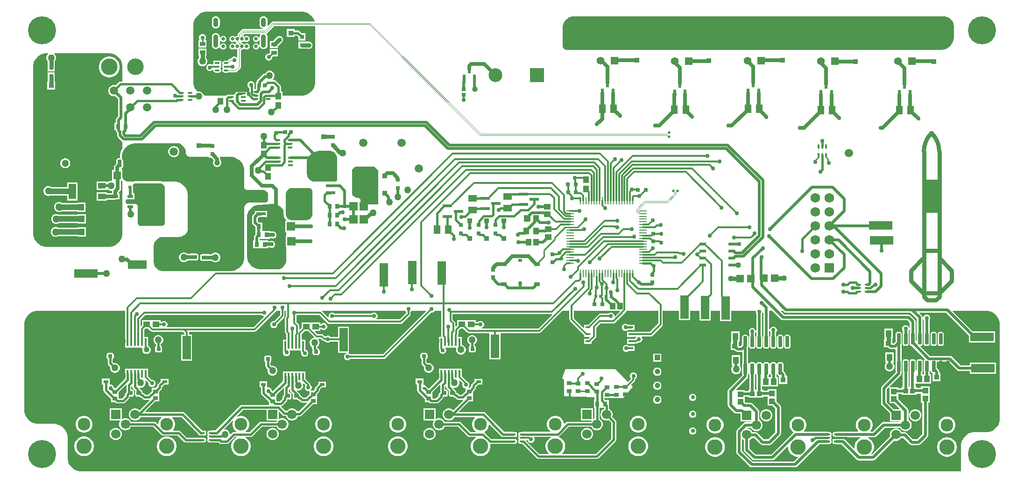
<source format=gtl>
G04*
G04 #@! TF.GenerationSoftware,Altium Limited,Altium Designer,25.5.2 (35)*
G04*
G04 Layer_Physical_Order=1*
G04 Layer_Color=255*
%FSLAX25Y25*%
%MOIN*%
G70*
G04*
G04 #@! TF.SameCoordinates,1DACB3DC-ACE0-44E2-B579-3CE0BC83F536*
G04*
G04*
G04 #@! TF.FilePolarity,Positive*
G04*
G01*
G75*
%ADD17C,0.02500*%
%ADD19C,0.03000*%
%ADD20C,0.01000*%
%ADD22C,0.01500*%
%ADD25C,0.01200*%
%ADD28R,0.15700X0.27600*%
%ADD29R,0.03740X0.03543*%
%ADD30R,0.06550X0.02100*%
%ADD31R,0.13780X0.06299*%
%ADD32R,0.05315X0.05709*%
G04:AMPARAMS|DCode=33|XSize=51.18mil|YSize=29.92mil|CornerRadius=3.74mil|HoleSize=0mil|Usage=FLASHONLY|Rotation=90.000|XOffset=0mil|YOffset=0mil|HoleType=Round|Shape=RoundedRectangle|*
%AMROUNDEDRECTD33*
21,1,0.05118,0.02244,0,0,90.0*
21,1,0.04370,0.02992,0,0,90.0*
1,1,0.00748,0.01122,0.02185*
1,1,0.00748,0.01122,-0.02185*
1,1,0.00748,-0.01122,-0.02185*
1,1,0.00748,-0.01122,0.02185*
%
%ADD33ROUNDEDRECTD33*%
G04:AMPARAMS|DCode=34|XSize=51.18mil|YSize=29.92mil|CornerRadius=3.74mil|HoleSize=0mil|Usage=FLASHONLY|Rotation=180.000|XOffset=0mil|YOffset=0mil|HoleType=Round|Shape=RoundedRectangle|*
%AMROUNDEDRECTD34*
21,1,0.05118,0.02244,0,0,180.0*
21,1,0.04370,0.02992,0,0,180.0*
1,1,0.00748,-0.02185,0.01122*
1,1,0.00748,0.02185,0.01122*
1,1,0.00748,0.02185,-0.01122*
1,1,0.00748,-0.02185,-0.01122*
%
%ADD34ROUNDEDRECTD34*%
%ADD35R,0.02362X0.07087*%
%ADD36R,0.04724X0.05906*%
G04:AMPARAMS|DCode=37|XSize=35.84mil|YSize=13.08mil|CornerRadius=6.54mil|HoleSize=0mil|Usage=FLASHONLY|Rotation=90.000|XOffset=0mil|YOffset=0mil|HoleType=Round|Shape=RoundedRectangle|*
%AMROUNDEDRECTD37*
21,1,0.03584,0.00000,0,0,90.0*
21,1,0.02276,0.01308,0,0,90.0*
1,1,0.01308,0.00000,0.01138*
1,1,0.01308,0.00000,-0.01138*
1,1,0.01308,0.00000,-0.01138*
1,1,0.01308,0.00000,0.01138*
%
%ADD37ROUNDEDRECTD37*%
G04:AMPARAMS|DCode=38|XSize=21.65mil|YSize=49.21mil|CornerRadius=1.95mil|HoleSize=0mil|Usage=FLASHONLY|Rotation=90.000|XOffset=0mil|YOffset=0mil|HoleType=Round|Shape=RoundedRectangle|*
%AMROUNDEDRECTD38*
21,1,0.02165,0.04532,0,0,90.0*
21,1,0.01776,0.04921,0,0,90.0*
1,1,0.00390,0.02266,0.00888*
1,1,0.00390,0.02266,-0.00888*
1,1,0.00390,-0.02266,-0.00888*
1,1,0.00390,-0.02266,0.00888*
%
%ADD38ROUNDEDRECTD38*%
G04:AMPARAMS|DCode=39|XSize=29.92mil|YSize=26mil|CornerRadius=3.25mil|HoleSize=0mil|Usage=FLASHONLY|Rotation=270.000|XOffset=0mil|YOffset=0mil|HoleType=Round|Shape=RoundedRectangle|*
%AMROUNDEDRECTD39*
21,1,0.02992,0.01950,0,0,270.0*
21,1,0.02342,0.02600,0,0,270.0*
1,1,0.00650,-0.00975,-0.01171*
1,1,0.00650,-0.00975,0.01171*
1,1,0.00650,0.00975,0.01171*
1,1,0.00650,0.00975,-0.01171*
%
%ADD39ROUNDEDRECTD39*%
%ADD40R,0.05800X0.01100*%
%ADD41R,0.01100X0.05800*%
G04:AMPARAMS|DCode=42|XSize=29.92mil|YSize=26mil|CornerRadius=3.25mil|HoleSize=0mil|Usage=FLASHONLY|Rotation=180.000|XOffset=0mil|YOffset=0mil|HoleType=Round|Shape=RoundedRectangle|*
%AMROUNDEDRECTD42*
21,1,0.02992,0.01950,0,0,180.0*
21,1,0.02342,0.02600,0,0,180.0*
1,1,0.00650,-0.01171,0.00975*
1,1,0.00650,0.01171,0.00975*
1,1,0.00650,0.01171,-0.00975*
1,1,0.00650,-0.01171,-0.00975*
%
%ADD42ROUNDEDRECTD42*%
%ADD43R,0.03985X0.04560*%
%ADD44R,0.04724X0.03937*%
%ADD45R,0.07087X0.02362*%
%ADD46R,0.02200X0.06300*%
%ADD47R,0.05906X0.04724*%
%ADD48R,0.04100X0.05100*%
%ADD49R,0.03937X0.04724*%
%ADD50R,0.03937X0.05118*%
G04:AMPARAMS|DCode=51|XSize=77.56mil|YSize=23.62mil|CornerRadius=2.95mil|HoleSize=0mil|Usage=FLASHONLY|Rotation=90.000|XOffset=0mil|YOffset=0mil|HoleType=Round|Shape=RoundedRectangle|*
%AMROUNDEDRECTD51*
21,1,0.07756,0.01772,0,0,90.0*
21,1,0.07165,0.02362,0,0,90.0*
1,1,0.00591,0.00886,0.03583*
1,1,0.00591,0.00886,-0.03583*
1,1,0.00591,-0.00886,-0.03583*
1,1,0.00591,-0.00886,0.03583*
%
%ADD51ROUNDEDRECTD51*%
%ADD52R,0.03740X0.03740*%
G04:AMPARAMS|DCode=53|XSize=35.84mil|YSize=13.08mil|CornerRadius=6.54mil|HoleSize=0mil|Usage=FLASHONLY|Rotation=180.000|XOffset=0mil|YOffset=0mil|HoleType=Round|Shape=RoundedRectangle|*
%AMROUNDEDRECTD53*
21,1,0.03584,0.00000,0,0,180.0*
21,1,0.02276,0.01308,0,0,180.0*
1,1,0.01308,-0.01138,0.00000*
1,1,0.01308,0.01138,0.00000*
1,1,0.01308,0.01138,0.00000*
1,1,0.01308,-0.01138,0.00000*
%
%ADD53ROUNDEDRECTD53*%
%ADD54R,0.03740X0.03740*%
G04:AMPARAMS|DCode=55|XSize=21.65mil|YSize=19.68mil|CornerRadius=2.46mil|HoleSize=0mil|Usage=FLASHONLY|Rotation=270.000|XOffset=0mil|YOffset=0mil|HoleType=Round|Shape=RoundedRectangle|*
%AMROUNDEDRECTD55*
21,1,0.02165,0.01476,0,0,270.0*
21,1,0.01673,0.01968,0,0,270.0*
1,1,0.00492,-0.00738,-0.00837*
1,1,0.00492,-0.00738,0.00837*
1,1,0.00492,0.00738,0.00837*
1,1,0.00492,0.00738,-0.00837*
%
%ADD55ROUNDEDRECTD55*%
%ADD56R,0.13600X0.17100*%
%ADD57R,0.03937X0.02756*%
%ADD58R,0.02756X0.02362*%
%ADD59R,0.03400X0.01700*%
%ADD60R,0.03700X0.02800*%
%ADD61R,0.03543X0.03150*%
%ADD62R,0.03500X0.02200*%
%ADD63R,0.03150X0.03150*%
%ADD64R,0.03937X0.03150*%
%ADD65R,0.05906X0.06102*%
%ADD66R,0.03150X0.03543*%
%ADD67R,0.05512X0.03937*%
%ADD68R,0.04331X0.02362*%
%ADD69R,0.05300X0.11000*%
%ADD70R,0.01378X0.05512*%
%ADD71R,0.16535X0.05906*%
%ADD72R,0.03347X0.02756*%
%ADD73R,0.04560X0.03985*%
%ADD74R,0.05906X0.16535*%
%ADD75R,0.02559X0.02559*%
%ADD76R,0.03584X0.01308*%
%ADD77R,0.05100X0.05100*%
%ADD78R,0.01308X0.03584*%
%ADD79R,0.02559X0.02559*%
%ADD80R,0.04331X0.03937*%
%ADD106R,0.03543X0.01575*%
%ADD118C,0.06850*%
G04:AMPARAMS|DCode=120|XSize=35.43mil|YSize=94.49mil|CornerRadius=17.72mil|HoleSize=0mil|Usage=FLASHONLY|Rotation=180.000|XOffset=0mil|YOffset=0mil|HoleType=Round|Shape=RoundedRectangle|*
%AMROUNDEDRECTD120*
21,1,0.03543,0.05906,0,0,180.0*
21,1,0.00000,0.09449,0,0,180.0*
1,1,0.03543,0.00000,0.02953*
1,1,0.03543,0.00000,0.02953*
1,1,0.03543,0.00000,-0.02953*
1,1,0.03543,0.00000,-0.02953*
%
%ADD120ROUNDEDRECTD120*%
G04:AMPARAMS|DCode=121|XSize=35.43mil|YSize=66.93mil|CornerRadius=17.72mil|HoleSize=0mil|Usage=FLASHONLY|Rotation=180.000|XOffset=0mil|YOffset=0mil|HoleType=Round|Shape=RoundedRectangle|*
%AMROUNDEDRECTD121*
21,1,0.03543,0.03150,0,0,180.0*
21,1,0.00000,0.06693,0,0,180.0*
1,1,0.03543,0.00000,0.01575*
1,1,0.03543,0.00000,0.01575*
1,1,0.03543,0.00000,-0.01575*
1,1,0.03543,0.00000,-0.01575*
%
%ADD121ROUNDEDRECTD121*%
%ADD122C,0.02559*%
%ADD136R,0.06850X0.06850*%
%ADD142C,0.04000*%
%ADD143C,0.00435*%
%ADD144C,0.02000*%
%ADD145C,0.05000*%
%ADD146C,0.01800*%
%ADD147C,0.03878*%
%ADD148C,0.05906*%
%ADD149C,0.06693*%
%ADD150C,0.05984*%
%ADD151C,0.05118*%
%ADD152R,0.05984X0.05984*%
%ADD153C,0.11811*%
%ADD154R,0.09843X0.09843*%
%ADD155C,0.05512*%
%ADD156R,0.05512X0.05512*%
%ADD157R,0.03878X0.03878*%
%ADD158C,0.11024*%
%ADD159C,0.09055*%
%ADD160R,0.06693X0.06693*%
%ADD161R,0.05118X0.05118*%
%ADD162C,0.09843*%
%ADD163C,0.05000*%
%ADD164C,0.04000*%
%ADD165C,0.03000*%
%ADD166C,0.02000*%
%ADD167C,0.20000*%
G36*
X302517Y429616D02*
X304337Y428862D01*
X305975Y427768D01*
X307367Y426375D01*
X308462Y424737D01*
X309003Y423431D01*
X308725Y423015D01*
X279274D01*
X278799Y422921D01*
X278396Y422651D01*
X275842Y420098D01*
X275369Y420331D01*
X275423Y420744D01*
Y423894D01*
X275328Y424617D01*
X275049Y425291D01*
X274604Y425871D01*
X274025Y426315D01*
X273351Y426594D01*
X272628Y426689D01*
X271904Y426594D01*
X271230Y426315D01*
X270651Y425871D01*
X270206Y425291D01*
X269927Y424617D01*
X269832Y423894D01*
Y420744D01*
X269927Y420021D01*
X270206Y419346D01*
X270651Y418767D01*
X271230Y418323D01*
X271904Y418044D01*
X272420Y417976D01*
X272387Y417476D01*
X257813D01*
X257338Y417381D01*
X256935Y417112D01*
X254508Y414686D01*
X254239Y414283D01*
X254145Y413808D01*
Y412756D01*
X253472D01*
X252631Y412408D01*
X252254Y412030D01*
X251876Y412408D01*
X251035Y412756D01*
X250125D01*
X249285Y412408D01*
X248641Y411764D01*
X248293Y410923D01*
Y410013D01*
X248641Y409173D01*
X249285Y408529D01*
X250125Y408181D01*
X251035D01*
X251876Y408529D01*
X252254Y408907D01*
X252631Y408529D01*
X252853Y408437D01*
X252928Y408062D01*
X253087Y407823D01*
X252991Y407242D01*
X252631Y407093D01*
X252254Y406715D01*
X251876Y407093D01*
X251035Y407441D01*
X250125D01*
X249285Y407093D01*
X248641Y406449D01*
X248293Y405609D01*
Y404699D01*
X248641Y403858D01*
X249285Y403214D01*
X250125Y402866D01*
X251035D01*
X251876Y403214D01*
X252254Y403592D01*
X252631Y403214D01*
X253472Y402866D01*
X253941D01*
X253959Y402844D01*
Y397484D01*
X253459Y397277D01*
X253216Y397519D01*
X252297Y397900D01*
X251303D01*
X250384Y397519D01*
X249681Y396816D01*
X249608Y396641D01*
X249232D01*
X248757Y396547D01*
X248355Y396278D01*
X246922Y394845D01*
X244715D01*
X244070Y394717D01*
X243523Y394351D01*
X243157Y393804D01*
X243029Y393159D01*
X243157Y392514D01*
X243523Y391967D01*
Y391792D01*
X243157Y391245D01*
X243029Y390600D01*
X243157Y389955D01*
X243523Y389408D01*
Y389233D01*
X243157Y388686D01*
X243029Y388041D01*
X243157Y387396D01*
X243523Y386849D01*
X244070Y386483D01*
X244715Y386355D01*
X246991D01*
X247637Y386483D01*
X247825Y386609D01*
X252550D01*
X253025Y386703D01*
X253428Y386972D01*
X256078Y389622D01*
X256347Y390025D01*
X256441Y390500D01*
Y402363D01*
X256688Y402634D01*
X256709Y402669D01*
X256742Y402694D01*
X256743Y402695D01*
X256743Y402695D01*
X256743Y402696D01*
X256892Y402866D01*
X257728D01*
X258569Y403214D01*
X258946Y403592D01*
X259324Y403214D01*
X260165Y402866D01*
X261075D01*
X261915Y403214D01*
X262559Y403858D01*
X262907Y404699D01*
Y405609D01*
X262559Y406449D01*
X261915Y407093D01*
X261075Y407441D01*
X260165D01*
X259324Y407093D01*
X258946Y406715D01*
X258569Y407093D01*
X257728Y407441D01*
X257019D01*
X256793Y407723D01*
X257042Y408181D01*
X257728D01*
X258569Y408529D01*
X258946Y408907D01*
X259324Y408529D01*
X260165Y408181D01*
X261075D01*
X261915Y408529D01*
X262559Y409173D01*
X262907Y410013D01*
Y410923D01*
X262559Y411764D01*
X261915Y412408D01*
X261075Y412756D01*
X260165D01*
X259324Y412408D01*
X258946Y412030D01*
X258569Y412408D01*
X258341Y412502D01*
Y413686D01*
X258714Y414059D01*
X270111D01*
X270357Y413559D01*
X270206Y413362D01*
X269927Y412688D01*
X269832Y411965D01*
Y411670D01*
X269332Y411571D01*
X269252Y411764D01*
X268608Y412408D01*
X267768Y412756D01*
X266858D01*
X266017Y412408D01*
X265373Y411764D01*
X265025Y410923D01*
Y410013D01*
X265373Y409173D01*
X266017Y408529D01*
X266858Y408181D01*
X267768D01*
X268608Y408529D01*
X269252Y409173D01*
X269332Y409367D01*
X269832Y409267D01*
Y406355D01*
X269332Y406256D01*
X269252Y406449D01*
X268608Y407093D01*
X267768Y407441D01*
X266858D01*
X266017Y407093D01*
X265373Y406449D01*
X265025Y405609D01*
Y404699D01*
X265373Y403858D01*
X266017Y403214D01*
X266858Y402866D01*
X267768D01*
X268608Y403214D01*
X269252Y403858D01*
X269600Y404699D01*
Y404819D01*
X270100Y404918D01*
X270206Y404661D01*
X270651Y404082D01*
X271230Y403638D01*
X271904Y403359D01*
X272628Y403264D01*
X273351Y403359D01*
X274025Y403638D01*
X274604Y404082D01*
X275049Y404661D01*
X275328Y405336D01*
X275423Y406059D01*
Y411965D01*
X275328Y412688D01*
X275049Y413362D01*
X274776Y413718D01*
X274776Y413718D01*
X274854Y414296D01*
X274892Y414351D01*
X274999Y414422D01*
X280175Y419598D01*
X309600D01*
Y380000D01*
Y379015D01*
X309216Y377083D01*
X308462Y375263D01*
X307367Y373625D01*
X305975Y372233D01*
X304337Y371138D01*
X302517Y370384D01*
X300585Y370000D01*
X286092D01*
Y372836D01*
X285084D01*
Y376200D01*
X284948Y376883D01*
X284562Y377462D01*
X284562Y377462D01*
X281362Y380662D01*
X280783Y381048D01*
X280100Y381184D01*
X279441D01*
X279234Y381684D01*
X279701Y382151D01*
X280161Y382949D01*
X280400Y383839D01*
Y384761D01*
X280161Y385651D01*
X279701Y386449D01*
X279049Y387101D01*
X278251Y387561D01*
X277361Y387800D01*
X276439D01*
X275549Y387561D01*
X274751Y387101D01*
X274099Y386449D01*
X273682Y385726D01*
X272907Y385572D01*
X272246Y385130D01*
X272246Y385130D01*
X268313Y381196D01*
X267870Y380535D01*
X267715Y379754D01*
Y379579D01*
X267152D01*
Y375021D01*
X266868Y374638D01*
X266532Y374571D01*
X266136Y374800D01*
X266032Y374906D01*
Y376746D01*
X266032Y376747D01*
X266025Y376781D01*
X266200Y377203D01*
Y378197D01*
X265819Y379116D01*
X265116Y379819D01*
X264197Y380200D01*
X263203D01*
X262284Y379819D01*
X261581Y379116D01*
X261200Y378197D01*
Y377203D01*
X261581Y376284D01*
X262284Y375581D01*
X262463Y375506D01*
Y371395D01*
X262599Y370712D01*
X262741Y370500D01*
X262474Y370000D01*
X260802D01*
Y373247D01*
X258128D01*
X258039Y373306D01*
X257259Y373461D01*
X254872D01*
X254091Y373306D01*
X253430Y372864D01*
X253430Y372864D01*
X252258Y371692D01*
X251816Y371030D01*
X251748Y370687D01*
X246598D01*
Y370480D01*
X246065Y370124D01*
X245940Y370000D01*
X231515D01*
X229904Y370321D01*
X229762Y370851D01*
X229301Y371649D01*
X228649Y372301D01*
X227851Y372762D01*
X226961Y373000D01*
X226039D01*
X225502Y372856D01*
X224732Y373625D01*
X223638Y375263D01*
X222884Y377083D01*
X222500Y379015D01*
Y380000D01*
Y414000D01*
Y420985D01*
X222884Y422917D01*
X223638Y424737D01*
X224732Y426375D01*
X226125Y427768D01*
X227763Y428862D01*
X229583Y429616D01*
X231515Y430000D01*
X300585D01*
X302517Y429616D01*
D02*
G37*
G36*
X760298Y426239D02*
X761663Y425674D01*
X762891Y424853D01*
X763936Y423808D01*
X764757Y422580D01*
X765322Y421215D01*
X765610Y419766D01*
Y419028D01*
Y412528D01*
Y411543D01*
X765226Y409611D01*
X764472Y407791D01*
X763378Y406153D01*
X761985Y404760D01*
X760347Y403666D01*
X758527Y402912D01*
X756595Y402528D01*
X489265D01*
X488589Y402662D01*
X487952Y402926D01*
X487379Y403309D01*
X486892Y403796D01*
X486509Y404370D01*
X486245Y405007D01*
X486110Y405683D01*
Y406028D01*
Y412528D01*
Y418528D01*
Y419315D01*
X486418Y420861D01*
X487021Y422317D01*
X487896Y423627D01*
X489010Y424742D01*
X490321Y425617D01*
X491777Y426220D01*
X493322Y426528D01*
X758849D01*
X760298Y426239D01*
D02*
G37*
G36*
X164817Y400016D02*
X166637Y399262D01*
X168275Y398167D01*
X169667Y396775D01*
X170762Y395137D01*
X171516Y393317D01*
X171900Y391385D01*
Y390400D01*
Y380018D01*
X170585D01*
X169902Y379883D01*
X169323Y379496D01*
X169323Y379496D01*
X167112Y377285D01*
X166368Y377484D01*
X165317D01*
X164302Y377212D01*
X163391Y376687D01*
X162648Y375943D01*
X162122Y375033D01*
X161850Y374018D01*
Y372967D01*
X162122Y371951D01*
X162648Y371041D01*
X163391Y370298D01*
X164302Y369772D01*
X165317Y369500D01*
X166368D01*
X166828Y369623D01*
X168796Y367655D01*
Y355168D01*
X167842Y354214D01*
X167400Y353552D01*
X167244Y352772D01*
Y350772D01*
X166169D01*
Y345228D01*
X167280D01*
Y345118D01*
X167435Y344337D01*
X167877Y343676D01*
X168211Y343342D01*
Y341494D01*
X168366Y340714D01*
X168808Y340052D01*
X171444Y337416D01*
X171900Y337112D01*
Y332335D01*
X171467Y331686D01*
X171409Y331547D01*
X171325Y331422D01*
X170571Y329602D01*
X170542Y329454D01*
X170484Y329315D01*
X170100Y327383D01*
Y327233D01*
X170071Y327085D01*
Y325186D01*
X168735D01*
X168199Y325079D01*
X167744Y324776D01*
X167440Y324321D01*
X167334Y323785D01*
Y321343D01*
X166439Y320449D01*
X165942Y319704D01*
X165767Y318827D01*
Y316854D01*
X164404D01*
Y309579D01*
X164271Y309133D01*
X163923Y309100D01*
X163339D01*
X162449Y308861D01*
X161651Y308401D01*
X161456Y308206D01*
X160956Y308413D01*
Y308509D01*
X153444D01*
Y302572D01*
X160956D01*
Y302787D01*
X161456Y302994D01*
X161651Y302799D01*
X162449Y302339D01*
X163339Y302100D01*
X163959D01*
X164344Y301827D01*
X164406Y301621D01*
Y300334D01*
X160956D01*
Y301028D01*
X153444D01*
Y295091D01*
X160956D01*
Y295746D01*
X166700D01*
X167268Y295859D01*
X169865D01*
Y300221D01*
X168994D01*
Y300832D01*
X170172Y302010D01*
X170669Y302755D01*
X170844Y303632D01*
Y309146D01*
X171453D01*
X171456Y309141D01*
X171900Y308697D01*
Y271900D01*
Y270915D01*
X171516Y268983D01*
X170762Y267163D01*
X169667Y265525D01*
X168275Y264132D01*
X166637Y263038D01*
X164817Y262284D01*
X162885Y261900D01*
X117115D01*
X115183Y262284D01*
X113363Y263038D01*
X111725Y264132D01*
X110333Y265525D01*
X109238Y267163D01*
X108484Y268983D01*
X108100Y270915D01*
Y271900D01*
Y378900D01*
Y390400D01*
Y391385D01*
X108484Y393317D01*
X109238Y395137D01*
X110333Y396775D01*
X111725Y398167D01*
X113363Y399262D01*
X115183Y400016D01*
X117115Y400400D01*
X118889D01*
X119023Y399900D01*
X118851Y399801D01*
X118199Y399149D01*
X117738Y398351D01*
X117500Y397461D01*
Y396539D01*
X117738Y395649D01*
X118199Y394851D01*
X118451Y394599D01*
Y392528D01*
X118425D01*
Y387378D01*
X123575D01*
Y392528D01*
X123549D01*
Y394599D01*
X123801Y394851D01*
X124261Y395649D01*
X124500Y396539D01*
Y397461D01*
X124261Y398351D01*
X123801Y399149D01*
X123149Y399801D01*
X122977Y399900D01*
X123111Y400400D01*
X162885D01*
X164817Y400016D01*
D02*
G37*
G36*
X320500Y330500D02*
X321018Y330428D01*
X322005Y330083D01*
X322905Y329552D01*
X323685Y328854D01*
X324312Y328018D01*
X324763Y327075D01*
X325021Y326061D01*
X325076Y325017D01*
X325000Y324500D01*
X325000Y324500D01*
X325000Y324500D01*
X325000Y310000D01*
X325000Y309702D01*
X324772Y309150D01*
X324350Y308728D01*
X323798Y308500D01*
X323500Y308500D01*
X309500D01*
X308909Y308500D01*
X307750Y308731D01*
X306658Y309183D01*
X305675Y309840D01*
X304839Y310675D01*
X304183Y311658D01*
X303731Y312750D01*
X303500Y313909D01*
X303500Y314500D01*
X303500Y320500D01*
X303426Y321411D01*
X303637Y323227D01*
X304198Y324967D01*
X305087Y326564D01*
X306271Y327957D01*
X307704Y329092D01*
X309331Y329926D01*
X311089Y330426D01*
X312000Y330500D01*
X312000Y330500D01*
X320500Y330500D01*
D02*
G37*
G36*
X351413Y319227D02*
X352232Y318888D01*
X352969Y318395D01*
X353595Y317769D01*
X354088Y317032D01*
X354427Y316213D01*
X354600Y315343D01*
Y314900D01*
Y292300D01*
X344495D01*
X343896Y292419D01*
X343332Y292653D01*
X342824Y292992D01*
X342392Y293424D01*
X342053Y293932D01*
X341819Y294496D01*
X341700Y295095D01*
Y295400D01*
X341667Y295732D01*
X341413Y296344D01*
X340945Y296814D01*
X340332Y297067D01*
X340000Y297100D01*
X339045D01*
X338350Y297238D01*
X337695Y297510D01*
X337105Y297904D01*
X336604Y298405D01*
X336210Y298995D01*
X335938Y299650D01*
X335800Y300345D01*
Y300700D01*
Y315700D01*
Y316064D01*
X335942Y316779D01*
X336221Y317453D01*
X336626Y318059D01*
X337141Y318574D01*
X337747Y318979D01*
X338421Y319258D01*
X339136Y319400D01*
X350543D01*
X351413Y319227D01*
D02*
G37*
G36*
X281304Y292238D02*
X283136Y291565D01*
X284802Y290547D01*
X286237Y289224D01*
X286971Y288216D01*
Y285057D01*
X287000Y284909D01*
Y284758D01*
X287173Y283889D01*
X287231Y283750D01*
X287260Y283602D01*
X287599Y282783D01*
X287683Y282658D01*
X287740Y282519D01*
X288233Y281782D01*
X288339Y281675D01*
X288423Y281550D01*
X288700Y281273D01*
Y280551D01*
X288090D01*
Y272449D01*
X288700D01*
X288700Y270051D01*
X288591D01*
Y261949D01*
X288700D01*
X288700Y252200D01*
Y251570D01*
X288454Y250333D01*
X287972Y249168D01*
X287271Y248120D01*
X286380Y247229D01*
X285332Y246528D01*
X284167Y246046D01*
X282930Y245800D01*
X270800D01*
X269815Y245800D01*
X267883Y246184D01*
X266063Y246938D01*
X264425Y248032D01*
X263033Y249425D01*
X261938Y251063D01*
X261184Y252883D01*
X260800Y254815D01*
X260800Y255800D01*
Y257399D01*
X260900Y257400D01*
X260900Y257400D01*
Y283000D01*
Y283867D01*
X261238Y285567D01*
X261901Y287168D01*
X262865Y288610D01*
X264090Y289835D01*
X265532Y290798D01*
X267133Y291462D01*
X268833Y291800D01*
X269700Y291800D01*
X269700Y291800D01*
X278400Y292500D01*
X279375Y292540D01*
X281304Y292238D01*
D02*
G37*
G36*
X755000Y288550D02*
X754500Y288050D01*
X744000D01*
X744000Y308550D01*
X755000D01*
Y288550D01*
D02*
G37*
G36*
X306416Y303619D02*
X307119Y302916D01*
X307500Y301997D01*
Y301500D01*
Y285500D01*
Y285057D01*
X307327Y284187D01*
X306988Y283368D01*
X306495Y282631D01*
X305869Y282005D01*
X305132Y281512D01*
X304313Y281173D01*
X303443Y281000D01*
X292557D01*
X291687Y281173D01*
X290868Y281512D01*
X290131Y282005D01*
X289505Y282631D01*
X289012Y283368D01*
X288673Y284187D01*
X288500Y285057D01*
Y285500D01*
Y299500D01*
Y299943D01*
X288673Y300813D01*
X289012Y301631D01*
X289505Y302369D01*
X290131Y302995D01*
X290868Y303488D01*
X291687Y303827D01*
X292557Y304000D01*
X305497D01*
X306416Y303619D01*
D02*
G37*
G36*
X199579Y307158D02*
X200253Y306879D01*
X200859Y306474D01*
X201374Y305959D01*
X201779Y305353D01*
X202058Y304679D01*
X202200Y303964D01*
Y303600D01*
Y279200D01*
Y278782D01*
X201880Y278010D01*
X201290Y277420D01*
X200518Y277100D01*
X184322D01*
X183624Y277389D01*
X183089Y277924D01*
X182800Y278622D01*
Y279000D01*
Y291100D01*
X182769Y291412D01*
X182530Y291989D01*
X182089Y292430D01*
X181512Y292669D01*
X181200Y292700D01*
X180495D01*
Y292741D01*
X175283D01*
X174794Y292944D01*
X174344Y293394D01*
X174100Y293982D01*
Y294300D01*
Y294698D01*
X174405Y295433D01*
X174831Y295859D01*
X180495D01*
Y300221D01*
X179369D01*
Y304598D01*
X179371D01*
X179237Y305272D01*
Y305537D01*
X179171Y305869D01*
X179404Y306433D01*
X179967Y306996D01*
X180702Y307300D01*
X198864D01*
X199579Y307158D01*
D02*
G37*
G36*
X212396Y335850D02*
X213579Y335360D01*
X214644Y334649D01*
X215549Y333744D01*
X216260Y332679D01*
X216750Y331496D01*
X217000Y330240D01*
Y329600D01*
X217016Y329267D01*
X217146Y328613D01*
X217402Y327997D01*
X217772Y327443D01*
X218243Y326972D01*
X218797Y326602D01*
X219413Y326346D01*
X220067Y326216D01*
X220400Y326200D01*
X233425D01*
Y325572D01*
X235331D01*
X237049Y323854D01*
X236704Y323258D01*
X236500Y322495D01*
Y321705D01*
X236704Y320942D01*
X237099Y320258D01*
X237658Y319699D01*
X238342Y319304D01*
X239105Y319100D01*
X239895D01*
X240658Y319304D01*
X241342Y319699D01*
X241901Y320258D01*
X242296Y320942D01*
X242500Y321705D01*
Y322495D01*
X242296Y323258D01*
X241901Y323942D01*
X241794Y324049D01*
Y324647D01*
X241619Y325525D01*
X241463Y325759D01*
X241699Y326200D01*
X249885D01*
X251817Y325816D01*
X253637Y325062D01*
X255275Y323968D01*
X256667Y322575D01*
X257762Y320937D01*
X258516Y319117D01*
X258900Y317185D01*
Y316200D01*
Y305300D01*
Y304300D01*
X258935Y303949D01*
X259203Y303300D01*
X259700Y302803D01*
X260349Y302535D01*
X260700Y302500D01*
X272745D01*
X273421Y302365D01*
X274058Y302102D01*
X274631Y301719D01*
X275119Y301231D01*
X275502Y300658D01*
X275765Y300021D01*
X275900Y299345D01*
Y299000D01*
Y295900D01*
Y295443D01*
X275550Y294597D01*
X274903Y293950D01*
X274312Y293705D01*
X273002Y293600D01*
X262600D01*
X262237Y293582D01*
X261526Y293441D01*
X260856Y293163D01*
X260253Y292760D01*
X259740Y292247D01*
X259337Y291644D01*
X259059Y290974D01*
X258918Y290263D01*
X258900Y289900D01*
Y254700D01*
X258900Y253715D01*
X258516Y251783D01*
X257762Y249963D01*
X256667Y248325D01*
X255275Y246933D01*
X253637Y245838D01*
X251817Y245084D01*
X249885Y244700D01*
X206600D01*
X201100Y244600D01*
X200420D01*
X199087Y244865D01*
X197832Y245385D01*
X196702Y246140D01*
X195740Y247101D01*
X194985Y248232D01*
X194465Y249487D01*
X194200Y250820D01*
Y251500D01*
Y262300D01*
Y262970D01*
X194461Y264283D01*
X194974Y265521D01*
X195718Y266635D01*
X196665Y267582D01*
X197779Y268326D01*
X199016Y268839D01*
X200330Y269100D01*
X212400D01*
X213008Y269130D01*
X214200Y269367D01*
X215323Y269832D01*
X216333Y270507D01*
X217193Y271367D01*
X217868Y272377D01*
X218333Y273500D01*
X218570Y274692D01*
X218600Y275300D01*
Y298700D01*
X218600D01*
X218600Y298700D01*
X218552Y299680D01*
X218169Y301603D01*
X217419Y303414D01*
X216330Y305044D01*
X214944Y306430D01*
X213314Y307519D01*
X211503Y308269D01*
X209580Y308652D01*
X208600Y308700D01*
X199666Y308700D01*
X199163Y308800D01*
X199012D01*
X198864Y308829D01*
X180702D01*
X180117Y308713D01*
X180086Y308700D01*
X175800D01*
X175386Y308700D01*
X174575Y308861D01*
X173811Y309178D01*
X173123Y309638D01*
X172538Y310223D01*
X172078Y310911D01*
X171761Y311675D01*
X171719Y311889D01*
Y316854D01*
X171600D01*
Y318178D01*
X171969Y318424D01*
X172273Y318879D01*
X172380Y319415D01*
Y323785D01*
X172273Y324321D01*
X171969Y324776D01*
X171600Y325022D01*
Y327085D01*
X171984Y329017D01*
X172738Y330837D01*
X173832Y332475D01*
X175225Y333868D01*
X176863Y334962D01*
X178683Y335716D01*
X180615Y336100D01*
X211140D01*
X212396Y335850D01*
D02*
G37*
G36*
X527132Y215938D02*
X523500Y212306D01*
X523000Y212513D01*
Y212997D01*
X522619Y213916D01*
X521916Y214619D01*
X520997Y215000D01*
X520003D01*
X519084Y214619D01*
X518596Y214131D01*
X512900D01*
X512276Y214007D01*
X511747Y213653D01*
X504443Y206350D01*
X501350D01*
Y204310D01*
X500888Y204119D01*
X494131Y210876D01*
Y216400D01*
X518776D01*
Y216138D01*
X524713D01*
Y216400D01*
X526940D01*
X527132Y215938D01*
D02*
G37*
G36*
X373881Y216084D02*
X374369Y215596D01*
Y214676D01*
X369824Y210131D01*
X353374D01*
X353167Y210631D01*
X353619Y211084D01*
X354000Y212003D01*
Y212997D01*
X353619Y213916D01*
X352916Y214619D01*
X351997Y215000D01*
X351003D01*
X350084Y214619D01*
X349596Y214131D01*
X323404D01*
X322916Y214619D01*
X321997Y215000D01*
X321003D01*
X320084Y214619D01*
X319381Y213916D01*
X319000Y212997D01*
Y212014D01*
X318967Y211982D01*
X318568Y211739D01*
X314407Y215900D01*
X314614Y216400D01*
X373750D01*
X373881Y216084D01*
D02*
G37*
G36*
X388631Y215938D02*
X357824Y185131D01*
X334404D01*
X333916Y185619D01*
X333161Y185932D01*
X333260Y186432D01*
X333653D01*
Y204968D01*
X325747D01*
Y197631D01*
X320404D01*
X319916Y198119D01*
X318997Y198500D01*
X318003D01*
X317084Y198119D01*
X316940Y197976D01*
X316431D01*
X315253Y199153D01*
X314724Y199507D01*
X314100Y199631D01*
X311207D01*
X309293Y201546D01*
X309484Y202008D01*
X313036D01*
Y203369D01*
X313596D01*
X314084Y202881D01*
X315003Y202500D01*
X315997D01*
X316916Y202881D01*
X317619Y203584D01*
X318000Y204503D01*
Y205497D01*
X317619Y206416D01*
X316916Y207119D01*
X315997Y207500D01*
X315003D01*
X314084Y207119D01*
X313596Y206631D01*
X313036D01*
Y207992D01*
X299964D01*
Y204315D01*
X298593Y202944D01*
X298131Y203135D01*
Y205712D01*
X298007Y206336D01*
X297654Y206866D01*
X296131Y208388D01*
Y213096D01*
X296404Y213369D01*
X312324D01*
X318347Y207347D01*
X318876Y206993D01*
X319500Y206869D01*
X370500D01*
X371124Y206993D01*
X371654Y207347D01*
X377153Y212846D01*
X377507Y213376D01*
X377631Y214000D01*
Y215596D01*
X378119Y216084D01*
X378250Y216400D01*
X388440D01*
X388631Y215938D01*
D02*
G37*
G36*
X271584Y212881D02*
X272503Y212500D01*
X272717D01*
X272908Y212038D01*
X265501Y204631D01*
X203820D01*
X203639Y205131D01*
X204000Y206003D01*
Y206997D01*
X203619Y207916D01*
X202916Y208619D01*
X201997Y209000D01*
X201003D01*
X200084Y208619D01*
X199596Y208131D01*
X199036D01*
Y209492D01*
X185964D01*
Y205815D01*
X185329Y205180D01*
X184868Y205371D01*
Y210061D01*
X188176Y213369D01*
X271096D01*
X271584Y212881D01*
D02*
G37*
G36*
X478552Y213424D02*
X478556Y213387D01*
X468801Y203631D01*
X428414D01*
X428314Y204131D01*
X428916Y204381D01*
X429619Y205084D01*
X430000Y206003D01*
Y206997D01*
X429619Y207916D01*
X428916Y208619D01*
X427997Y209000D01*
X427003D01*
X426084Y208619D01*
X425596Y208131D01*
X424036D01*
Y209492D01*
X410964D01*
Y205815D01*
X410093Y204944D01*
X409631Y205135D01*
Y207206D01*
X409507Y207830D01*
X409154Y208359D01*
X407631Y209881D01*
Y213869D01*
X478331D01*
X478552Y213424D01*
D02*
G37*
G36*
X644058Y215558D02*
X644720Y215116D01*
X645500Y214961D01*
X734655D01*
X738961Y210655D01*
Y200432D01*
X738894Y200332D01*
X738794Y199827D01*
Y194798D01*
X738294Y194531D01*
X738206Y194589D01*
Y199827D01*
X738106Y200332D01*
X738039Y200432D01*
Y208500D01*
X737884Y209280D01*
X737442Y209942D01*
X734442Y212942D01*
X733780Y213384D01*
X733000Y213539D01*
X644345D01*
X641946Y215938D01*
X642137Y216400D01*
X643216D01*
X644058Y215558D01*
D02*
G37*
G36*
X791017Y216016D02*
X792837Y215262D01*
X794475Y214167D01*
X795867Y212775D01*
X796962Y211137D01*
X797716Y209317D01*
X798100Y207385D01*
Y206400D01*
Y139200D01*
Y138264D01*
X797735Y136429D01*
X797019Y134700D01*
X795979Y133144D01*
X794656Y131821D01*
X793100Y130781D01*
X791371Y130065D01*
X789536Y129700D01*
X780500D01*
X779520Y129652D01*
X777597Y129269D01*
X775786Y128519D01*
X774156Y127430D01*
X772770Y126044D01*
X771681Y124414D01*
X770931Y122603D01*
X770548Y120680D01*
X770500Y119700D01*
Y102301D01*
X770348Y101934D01*
X770066Y101652D01*
X769699Y101500D01*
X141815D01*
X139883Y101884D01*
X138063Y102638D01*
X136425Y103733D01*
X135032Y105125D01*
X133938Y106763D01*
X133184Y108583D01*
X132800Y110515D01*
Y111500D01*
Y125500D01*
X132752Y126480D01*
X132369Y128403D01*
X131619Y130214D01*
X130530Y131844D01*
X129144Y133230D01*
X127514Y134319D01*
X125703Y135069D01*
X123780Y135452D01*
X122800Y135500D01*
X110915D01*
X108983Y135884D01*
X107163Y136638D01*
X105525Y137733D01*
X104132Y139125D01*
X103038Y140763D01*
X102284Y142583D01*
X101900Y144515D01*
Y145500D01*
Y206400D01*
Y207385D01*
X102284Y209317D01*
X103038Y211137D01*
X104132Y212775D01*
X105525Y214167D01*
X107163Y215262D01*
X108983Y216016D01*
X110915Y216400D01*
X173928D01*
Y197575D01*
X173870D01*
Y190063D01*
X185933D01*
X186179Y189563D01*
X186000Y188895D01*
Y188105D01*
X186204Y187342D01*
X186599Y186658D01*
X187158Y186099D01*
X187842Y185704D01*
X188605Y185500D01*
X189395D01*
X190158Y185704D01*
X190842Y186099D01*
X191401Y186658D01*
X191796Y187342D01*
X192000Y188105D01*
Y188895D01*
X191796Y189658D01*
X191401Y190342D01*
X190842Y190901D01*
X190158Y191296D01*
X190043Y191326D01*
Y197575D01*
X187427D01*
Y202663D01*
X188271Y203508D01*
X190217D01*
X191878Y201847D01*
X192407Y201493D01*
X193032Y201369D01*
X215124D01*
X216069Y200424D01*
Y199168D01*
X213747D01*
Y180632D01*
X221653D01*
Y199168D01*
X219331D01*
Y201100D01*
X219552Y201369D01*
X266177D01*
X266801Y201493D01*
X267331Y201847D01*
X281501Y216016D01*
X281678Y216282D01*
X281916Y216381D01*
X281936Y216400D01*
X284369D01*
Y213176D01*
X280193Y209000D01*
X279503D01*
X278584Y208619D01*
X277881Y207916D01*
X277500Y206997D01*
Y206003D01*
X277881Y205084D01*
X278584Y204381D01*
X279503Y204000D01*
X280497D01*
X281416Y204381D01*
X282119Y205084D01*
X282500Y206003D01*
Y206693D01*
X287154Y211347D01*
X287507Y211876D01*
X287631Y212500D01*
Y216400D01*
X288369D01*
Y212259D01*
X288029Y211750D01*
X287905Y211126D01*
Y201216D01*
X288029Y200592D01*
X288383Y200062D01*
X288987Y199458D01*
Y195575D01*
X286370D01*
Y188063D01*
X286517D01*
Y187568D01*
X286588Y187210D01*
X286500Y186997D01*
Y186003D01*
X286881Y185084D01*
X287584Y184381D01*
X288503Y184000D01*
X289497D01*
X290416Y184381D01*
X291119Y185084D01*
X291500Y186003D01*
Y186997D01*
X291266Y187563D01*
X291600Y188063D01*
X299223D01*
Y187263D01*
X299347Y186639D01*
X299500Y186410D01*
Y185503D01*
X299881Y184584D01*
X300584Y183881D01*
X301503Y183500D01*
X302497D01*
X303416Y183881D01*
X304119Y184584D01*
X304500Y185503D01*
Y186497D01*
X304119Y187416D01*
X303416Y188119D01*
X302543Y188481D01*
Y195575D01*
X299927D01*
Y199663D01*
X302271Y202008D01*
X304217D01*
X308763Y197462D01*
X308571Y197000D01*
X308539D01*
X307649Y196762D01*
X306851Y196301D01*
X306199Y195649D01*
X305738Y194851D01*
X305500Y193961D01*
Y193039D01*
X305738Y192149D01*
X306199Y191351D01*
X306851Y190699D01*
X307216Y190489D01*
Y189368D01*
X307351Y188685D01*
X307701Y188162D01*
X307655Y187931D01*
Y185981D01*
X307758Y185464D01*
X308051Y185026D01*
X308489Y184733D01*
X309006Y184630D01*
X311348D01*
X311865Y184733D01*
X312303Y185026D01*
X312596Y185464D01*
X312699Y185981D01*
Y187931D01*
X312596Y188448D01*
X312303Y188886D01*
X311865Y189179D01*
X311619Y189228D01*
X311439Y189497D01*
X311304Y189587D01*
X310858Y190032D01*
X310903Y190558D01*
X311149Y190699D01*
X311801Y191351D01*
X312262Y192149D01*
X312500Y193039D01*
Y193961D01*
X312262Y194851D01*
X311801Y195649D01*
X311581Y195869D01*
X311788Y196369D01*
X313424D01*
X314602Y195191D01*
X315131Y194837D01*
X315756Y194713D01*
X316327D01*
X316381Y194584D01*
X317084Y193881D01*
X318003Y193500D01*
X318997D01*
X319916Y193881D01*
X320404Y194369D01*
X325747D01*
Y186432D01*
X331740D01*
X331839Y185932D01*
X331084Y185619D01*
X330381Y184916D01*
X330000Y183997D01*
Y183003D01*
X330381Y182084D01*
X331084Y181381D01*
X332003Y181000D01*
X332997D01*
X333916Y181381D01*
X334404Y181869D01*
X358500D01*
X359124Y181993D01*
X359653Y182346D01*
X392307Y215000D01*
X392997D01*
X393916Y215381D01*
X394619Y216084D01*
X394750Y216400D01*
X399369D01*
Y198460D01*
X399445Y198075D01*
X399111Y197575D01*
X397870D01*
Y190063D01*
X397928D01*
Y189157D01*
X398040Y188593D01*
X398000Y188497D01*
Y187503D01*
X398381Y186584D01*
X399084Y185881D01*
X400003Y185500D01*
X400997D01*
X401916Y185881D01*
X402619Y186584D01*
X403000Y187503D01*
Y188497D01*
X402619Y189416D01*
X402434Y189601D01*
X402626Y190063D01*
X409819D01*
X410161Y189563D01*
X410000Y188961D01*
Y188039D01*
X410239Y187149D01*
X410699Y186351D01*
X411351Y185699D01*
X412149Y185239D01*
X413039Y185000D01*
X413961D01*
X414851Y185239D01*
X415649Y185699D01*
X416301Y186351D01*
X416761Y187149D01*
X417000Y188039D01*
Y188961D01*
X416761Y189851D01*
X416301Y190649D01*
X415649Y191301D01*
X414851Y191762D01*
X414043Y191978D01*
Y197575D01*
X411427D01*
Y198567D01*
X411607Y198837D01*
X411731Y199461D01*
Y201968D01*
X413271Y203508D01*
X415217D01*
X417878Y200847D01*
X418407Y200493D01*
X419031Y200369D01*
X433572D01*
X433947Y200068D01*
Y181532D01*
X441853D01*
Y200068D01*
X442228Y200369D01*
X469477D01*
X470101Y200493D01*
X470631Y200847D01*
X486184Y216400D01*
X490869D01*
Y210200D01*
X490993Y209576D01*
X491347Y209047D01*
X501350Y199043D01*
Y197650D01*
X505190D01*
X505381Y197188D01*
X504574Y196381D01*
X504300D01*
X504142Y196350D01*
X501350D01*
Y192650D01*
X506750D01*
Y193943D01*
X509654Y196846D01*
X510007Y197376D01*
X510131Y198000D01*
Y204324D01*
X513045Y207238D01*
X522370D01*
X522994Y207362D01*
X523523Y207715D01*
X531449Y215641D01*
X531803Y216170D01*
X531848Y216400D01*
X554369D01*
Y207176D01*
X548324Y201131D01*
X537650D01*
Y201350D01*
X532250D01*
Y197650D01*
X537650D01*
Y197869D01*
X538180D01*
X538361Y197369D01*
X538045Y196605D01*
X537650Y196350D01*
X532250D01*
Y192650D01*
X537650D01*
Y192869D01*
X538784D01*
X539408Y192993D01*
X539937Y193347D01*
X540091Y193500D01*
X540997D01*
X541916Y193881D01*
X542619Y194584D01*
X543000Y195503D01*
Y196497D01*
X542639Y197369D01*
X542820Y197869D01*
X549000D01*
X549624Y197993D01*
X550153Y198346D01*
X557154Y205346D01*
X557507Y205876D01*
X557631Y206500D01*
Y216400D01*
X569147D01*
Y209532D01*
X577053D01*
Y216400D01*
X583847D01*
Y209232D01*
X591753D01*
Y216400D01*
X598647D01*
Y209032D01*
X606553D01*
Y216400D01*
X623731D01*
X624000Y215997D01*
Y215003D01*
X624381Y214084D01*
X624461Y214004D01*
Y202191D01*
X623961Y202092D01*
X623619Y202916D01*
X622916Y203619D01*
X621997Y204000D01*
X621003D01*
X620084Y203619D01*
X619381Y202916D01*
X619000Y201997D01*
Y201003D01*
X619381Y200084D01*
X619461Y200004D01*
Y198432D01*
X619394Y198332D01*
X619293Y197827D01*
Y190661D01*
X619394Y190156D01*
X619680Y189728D01*
X620109Y189441D01*
X620614Y189341D01*
X622386D01*
X622891Y189441D01*
X623320Y189728D01*
X623606Y190156D01*
X623706Y190661D01*
Y197827D01*
X623606Y198332D01*
X623539Y198432D01*
Y200004D01*
X623619Y200084D01*
X623961Y200908D01*
X624461Y200809D01*
Y198432D01*
X624394Y198332D01*
X624294Y197827D01*
Y190661D01*
X624394Y190156D01*
X624680Y189728D01*
X625109Y189441D01*
X625614Y189341D01*
X627386D01*
X627891Y189441D01*
X628320Y189728D01*
X628606Y190156D01*
X628707Y190661D01*
Y197827D01*
X628606Y198332D01*
X628539Y198432D01*
Y214004D01*
X628619Y214084D01*
X628961Y214908D01*
X629461Y214809D01*
Y198432D01*
X629394Y198332D01*
X629293Y197827D01*
Y190661D01*
X629394Y190156D01*
X629680Y189728D01*
X630109Y189441D01*
X630614Y189341D01*
X632386D01*
X632891Y189441D01*
X633320Y189728D01*
X633606Y190156D01*
X633707Y190661D01*
Y197827D01*
X633606Y198332D01*
X633539Y198432D01*
Y201809D01*
X634039Y201908D01*
X634381Y201084D01*
X634461Y201004D01*
Y198432D01*
X634394Y198332D01*
X634294Y197827D01*
Y190661D01*
X634394Y190156D01*
X634680Y189728D01*
X635109Y189441D01*
X635614Y189341D01*
X637386D01*
X637891Y189441D01*
X638320Y189728D01*
X638606Y190156D01*
X638706Y190661D01*
Y197827D01*
X638606Y198332D01*
X638539Y198432D01*
Y201004D01*
X638619Y201084D01*
X639000Y202003D01*
Y202997D01*
X638619Y203916D01*
X637916Y204619D01*
X636997Y205000D01*
X636003D01*
X635084Y204619D01*
X634381Y203916D01*
X634039Y203092D01*
X633539Y203191D01*
Y216400D01*
X635716D01*
X642058Y210058D01*
X642058Y210058D01*
X642720Y209616D01*
X643500Y209461D01*
X732155D01*
X733961Y207655D01*
Y204191D01*
X733461Y204092D01*
X733119Y204916D01*
X732416Y205619D01*
X731497Y206000D01*
X730503D01*
X729584Y205619D01*
X728881Y204916D01*
X728500Y203997D01*
Y203003D01*
X728881Y202084D01*
X728961Y202004D01*
Y200432D01*
X728894Y200332D01*
X728793Y199827D01*
Y192661D01*
X728894Y192156D01*
X729180Y191728D01*
X729609Y191441D01*
X730114Y191341D01*
X731886D01*
X732391Y191441D01*
X732820Y191728D01*
X733106Y192156D01*
X733207Y192661D01*
Y199827D01*
X733106Y200332D01*
X733039Y200432D01*
Y202004D01*
X733119Y202084D01*
X733461Y202908D01*
X733961Y202809D01*
Y200432D01*
X733894Y200332D01*
X733793Y199827D01*
Y192661D01*
X733894Y192156D01*
X734180Y191728D01*
X734609Y191441D01*
X735114Y191341D01*
X735323D01*
X744630Y182034D01*
X744482Y181474D01*
X744180Y181272D01*
X743894Y180844D01*
X743793Y180339D01*
Y173173D01*
X743894Y172668D01*
X744180Y172239D01*
X744217Y172215D01*
Y170862D01*
X742783D01*
Y172215D01*
X742820Y172239D01*
X743106Y172668D01*
X743207Y173173D01*
Y180339D01*
X743106Y180844D01*
X742820Y181272D01*
X742391Y181559D01*
X741886Y181659D01*
X740114D01*
X739609Y181559D01*
X739180Y181272D01*
X738894Y180844D01*
X738794Y180339D01*
Y174267D01*
X738706Y173963D01*
X738206Y174033D01*
Y180339D01*
X738106Y180844D01*
X737820Y181272D01*
X737391Y181559D01*
X736886Y181659D01*
X735114D01*
X734609Y181559D01*
X734180Y181272D01*
X733894Y180844D01*
X733793Y180339D01*
Y173173D01*
X733894Y172668D01*
X733941Y172597D01*
Y161870D01*
X733059D01*
Y172597D01*
X733106Y172668D01*
X733207Y173173D01*
Y180339D01*
X733106Y180844D01*
X732820Y181272D01*
X732391Y181559D01*
X731886Y181659D01*
X730114D01*
X729609Y181559D01*
X729180Y181272D01*
X728894Y180844D01*
X728793Y180339D01*
Y173173D01*
X728894Y172668D01*
X728980Y172538D01*
Y161870D01*
X728169D01*
Y160917D01*
X725665D01*
Y161724D01*
X719815D01*
X719608Y162224D01*
X727442Y170058D01*
X727884Y170720D01*
X728039Y171500D01*
Y172568D01*
X728106Y172668D01*
X728206Y173173D01*
Y180339D01*
X728106Y180844D01*
X728039Y180944D01*
Y192056D01*
X728106Y192156D01*
X728206Y192661D01*
Y199827D01*
X728106Y200332D01*
X727820Y200761D01*
X727391Y201047D01*
X726886Y201147D01*
X725114D01*
X724609Y201047D01*
X724180Y200761D01*
X723894Y200332D01*
X723794Y199827D01*
Y194225D01*
X722667Y193098D01*
X721331D01*
Y195870D01*
X721256D01*
Y196441D01*
X721921D01*
Y203559D01*
X715984D01*
Y196441D01*
X716158D01*
Y195870D01*
X715590D01*
Y190130D01*
X718447D01*
X718960Y189617D01*
X719622Y189175D01*
X720402Y189020D01*
X723512D01*
X723574Y189032D01*
X723961Y188715D01*
Y180944D01*
X723894Y180844D01*
X723794Y180339D01*
Y173173D01*
X723894Y172668D01*
X723961Y172568D01*
Y172345D01*
X714058Y162442D01*
X713616Y161780D01*
X713461Y161000D01*
Y150221D01*
X713616Y149440D01*
X714058Y148778D01*
X719666Y143170D01*
Y137361D01*
X726471D01*
X726759Y136861D01*
X726717Y136787D01*
X715248D01*
X714468Y136632D01*
X713806Y136190D01*
X707714Y130098D01*
X705973D01*
X705781Y130560D01*
X706127Y130906D01*
X706786Y131893D01*
X707241Y132990D01*
X707472Y134154D01*
Y135342D01*
X707241Y136506D01*
X706786Y137603D01*
X706127Y138590D01*
X705287Y139430D01*
X704300Y140090D01*
X703203Y140544D01*
X702038Y140776D01*
X700851D01*
X699687Y140544D01*
X698590Y140090D01*
X697603Y139430D01*
X696763Y138590D01*
X696103Y137603D01*
X695649Y136506D01*
X695417Y135342D01*
Y134154D01*
X695649Y132990D01*
X696103Y131893D01*
X696763Y130906D01*
X697109Y130560D01*
X696917Y130098D01*
X681653D01*
X680873Y129943D01*
X680577Y129745D01*
X680515D01*
X679870Y129617D01*
X679323Y129251D01*
X678957Y128704D01*
X678829Y128059D01*
X678957Y127414D01*
X679323Y126867D01*
X679870Y126501D01*
X680515Y126373D01*
X680577D01*
X680873Y126175D01*
X681653Y126020D01*
X698763D01*
X698863Y125520D01*
X698124Y125214D01*
X696975Y124446D01*
X695998Y123470D01*
X695231Y122321D01*
X694702Y121045D01*
X694433Y119691D01*
Y118309D01*
X694478Y118082D01*
X694037Y117847D01*
X687501Y124383D01*
X686839Y124825D01*
X686059Y124980D01*
X681653D01*
X680873Y124825D01*
X680528Y124595D01*
X678861D01*
Y121287D01*
X680528D01*
X680873Y121057D01*
X681653Y120902D01*
X685214D01*
X696070Y110046D01*
X696070Y110046D01*
X696732Y109604D01*
X697512Y109449D01*
X707713D01*
X708493Y109604D01*
X709155Y110046D01*
X722738Y123630D01*
X723440Y123442D01*
X724585D01*
X725690Y123738D01*
X726681Y124310D01*
X727491Y125119D01*
X727671Y125431D01*
X729514D01*
X733946Y121000D01*
X734608Y120558D01*
X735388Y120403D01*
X740147D01*
X740927Y120558D01*
X741589Y121000D01*
X746442Y125853D01*
X746884Y126514D01*
X747039Y127295D01*
Y150776D01*
X748165D01*
Y156287D01*
Y162224D01*
X741835D01*
Y161167D01*
X738831D01*
Y161870D01*
X738020D01*
Y164138D01*
X749224D01*
Y170862D01*
X748295D01*
Y173169D01*
X748794Y173173D01*
X748894Y172668D01*
X749180Y172239D01*
X749609Y171953D01*
X749675Y171940D01*
X750130Y171831D01*
Y166091D01*
X755870D01*
Y171831D01*
X755039D01*
Y172706D01*
X754884Y173487D01*
X754442Y174148D01*
X754442Y174148D01*
X753270Y175320D01*
X753206Y175363D01*
Y179995D01*
X761743D01*
X767880Y173858D01*
X768541Y173416D01*
X769322Y173261D01*
X776832D01*
Y171347D01*
X795368D01*
Y179253D01*
X776832D01*
Y177339D01*
X770167D01*
X764030Y183476D01*
X763368Y183918D01*
X762588Y184073D01*
X748358D01*
X741552Y190879D01*
X741744Y191341D01*
X741886D01*
X742391Y191441D01*
X742820Y191728D01*
X743106Y192156D01*
X743207Y192661D01*
Y199827D01*
X743106Y200332D01*
X743039Y200432D01*
Y210309D01*
X743539Y210408D01*
X743881Y209584D01*
X743961Y209504D01*
Y200432D01*
X743894Y200332D01*
X743793Y199827D01*
Y192661D01*
X743894Y192156D01*
X744180Y191728D01*
X744609Y191441D01*
X745114Y191341D01*
X746886D01*
X747391Y191441D01*
X747820Y191728D01*
X748106Y192156D01*
X748207Y192661D01*
Y199827D01*
X748106Y200332D01*
X748039Y200432D01*
Y209504D01*
X748119Y209584D01*
X748500Y210503D01*
Y211497D01*
X748119Y212416D01*
X747416Y213119D01*
X746497Y213500D01*
X745503D01*
X744584Y213119D01*
X743881Y212416D01*
X743520Y211546D01*
X743328Y211528D01*
X743296Y211525D01*
X743027Y211562D01*
X742884Y212280D01*
X742442Y212942D01*
X742442Y212942D01*
X740885Y214499D01*
X741076Y214961D01*
X759855D01*
X776232Y198584D01*
Y193647D01*
X794768D01*
Y201553D01*
X783744D01*
X783547Y201592D01*
X778992D01*
X764646Y215938D01*
X764837Y216400D01*
X789085D01*
X791017Y216016D01*
D02*
G37*
G36*
X741835Y150776D02*
X742961D01*
Y128139D01*
X739302Y124481D01*
X736233D01*
X731801Y128912D01*
X731139Y129355D01*
X730359Y129510D01*
X728038D01*
X727491Y130457D01*
X726681Y131266D01*
X725690Y131838D01*
X724585Y132135D01*
X723440D01*
X722335Y131838D01*
X721344Y131266D01*
X720535Y130457D01*
X719962Y129466D01*
X719666Y128360D01*
Y127216D01*
X719854Y126514D01*
X707058Y113717D01*
X706820Y113752D01*
X706645Y114284D01*
X706891Y114530D01*
X707659Y115679D01*
X708187Y116955D01*
X708457Y118309D01*
Y119691D01*
X708187Y121045D01*
X707659Y122321D01*
X706891Y123470D01*
X705915Y124446D01*
X704766Y125214D01*
X704027Y125520D01*
X704127Y126020D01*
X708559D01*
X709339Y126175D01*
X710001Y126617D01*
X716093Y132709D01*
X727131D01*
X727494Y132079D01*
X728304Y131270D01*
X729295Y130698D01*
X730400Y130402D01*
X731545D01*
X732650Y130698D01*
X733641Y131270D01*
X734450Y132079D01*
X735023Y133070D01*
X735319Y134176D01*
Y135320D01*
X735023Y136426D01*
X734450Y137417D01*
X733641Y138226D01*
X733012Y138590D01*
Y144968D01*
X732856Y145749D01*
X732414Y146410D01*
X725665Y153159D01*
Y156839D01*
X728169D01*
Y156130D01*
X738831D01*
Y157089D01*
X741835D01*
Y150776D01*
D02*
G37*
G36*
X719335Y161244D02*
Y155787D01*
Y150276D01*
X722782D01*
X726541Y146516D01*
X726349Y146054D01*
X722550D01*
X717539Y151065D01*
Y160155D01*
X718835Y161451D01*
X719335Y161244D01*
D02*
G37*
%LPC*%
G36*
X238572Y426689D02*
X237849Y426594D01*
X237175Y426315D01*
X236596Y425871D01*
X236151Y425291D01*
X235872Y424617D01*
X235777Y423894D01*
Y420744D01*
X235872Y420021D01*
X236151Y419346D01*
X236596Y418767D01*
X237175Y418323D01*
X237849Y418044D01*
X238572Y417948D01*
X239296Y418044D01*
X239970Y418323D01*
X240549Y418767D01*
X240993Y419346D01*
X241273Y420021D01*
X241368Y420744D01*
Y423894D01*
X241273Y424617D01*
X240993Y425291D01*
X240549Y425871D01*
X239970Y426315D01*
X239296Y426594D01*
X238572Y426689D01*
D02*
G37*
G36*
X294870Y417473D02*
X289130D01*
Y411929D01*
X294870D01*
Y412917D01*
X296513D01*
X297425Y412004D01*
Y409378D01*
X302575D01*
Y414528D01*
X299949D01*
X298514Y415963D01*
X297935Y416349D01*
X297252Y416485D01*
X294870D01*
Y417473D01*
D02*
G37*
G36*
X238572Y414760D02*
X237849Y414665D01*
X237175Y414386D01*
X236596Y413941D01*
X236151Y413362D01*
X235872Y412688D01*
X235777Y411965D01*
Y406059D01*
X235872Y405336D01*
X236151Y404661D01*
X236596Y404082D01*
X237175Y403638D01*
X237849Y403359D01*
X238572Y403264D01*
X239296Y403359D01*
X239970Y403638D01*
X240549Y404082D01*
X240993Y404661D01*
X241100Y404918D01*
X241600Y404819D01*
Y404699D01*
X241948Y403858D01*
X242592Y403214D01*
X243432Y402866D01*
X244342D01*
X245183Y403214D01*
X245827Y403858D01*
X246175Y404699D01*
Y405609D01*
X245827Y406449D01*
X245183Y407093D01*
X244342Y407441D01*
X243432D01*
X242592Y407093D01*
X241948Y406449D01*
X241868Y406256D01*
X241368Y406355D01*
Y409267D01*
X241868Y409367D01*
X241948Y409173D01*
X242592Y408529D01*
X243432Y408181D01*
X244342D01*
X245183Y408529D01*
X245827Y409173D01*
X246175Y410013D01*
Y410923D01*
X245827Y411764D01*
X245183Y412408D01*
X244342Y412756D01*
X243432D01*
X242592Y412408D01*
X241948Y411764D01*
X241868Y411571D01*
X241368Y411670D01*
Y411965D01*
X241273Y412688D01*
X240993Y413362D01*
X240549Y413941D01*
X239970Y414386D01*
X239296Y414665D01*
X238572Y414760D01*
D02*
G37*
G36*
X229597Y413900D02*
X228603D01*
X227684Y413519D01*
X226981Y412816D01*
X226600Y411897D01*
Y410903D01*
X226962Y410028D01*
X226784Y409528D01*
X226031D01*
Y404378D01*
X231968D01*
Y409528D01*
X231416D01*
X231238Y410028D01*
X231600Y410903D01*
Y411897D01*
X231219Y412816D01*
X230516Y413519D01*
X229597Y413900D01*
D02*
G37*
G36*
X284000Y412549D02*
X283941D01*
X283695Y412500D01*
X283503D01*
X283325Y412427D01*
X282965Y412355D01*
X282660Y412151D01*
X282584Y412119D01*
X282525Y412061D01*
X282138Y411802D01*
X279364Y409028D01*
X277031D01*
Y403878D01*
X282968D01*
Y405423D01*
X285624Y408079D01*
X285802Y408198D01*
X285942Y408406D01*
X286119Y408584D01*
X286215Y408816D01*
X286355Y409024D01*
X286404Y409271D01*
X286500Y409503D01*
Y409754D01*
X286549Y410000D01*
X286500Y410246D01*
Y410497D01*
X286404Y410729D01*
X286355Y410976D01*
X286215Y411184D01*
X286119Y411416D01*
X285942Y411594D01*
X285802Y411802D01*
X285594Y411942D01*
X285416Y412119D01*
X285184Y412216D01*
X284976Y412355D01*
X284729Y412404D01*
X284497Y412500D01*
X284246D01*
X284000Y412549D01*
D02*
G37*
G36*
X302575Y408622D02*
X297425D01*
Y403472D01*
X302575D01*
Y403498D01*
X304763D01*
X305000Y403451D01*
X305246Y403500D01*
X305497D01*
X305729Y403596D01*
X305976Y403645D01*
X306184Y403785D01*
X306416Y403881D01*
X306594Y404058D01*
X306802Y404198D01*
X306942Y404406D01*
X307119Y404584D01*
X307215Y404816D01*
X307355Y405024D01*
X307404Y405271D01*
X307500Y405503D01*
Y405754D01*
X307549Y406000D01*
X307500Y406246D01*
Y406497D01*
X307404Y406729D01*
X307355Y406976D01*
X307215Y407184D01*
X307119Y407416D01*
X306942Y407594D01*
X306802Y407802D01*
X306755Y407850D01*
X306546Y407989D01*
X306416Y408119D01*
X306246Y408190D01*
X305928Y408402D01*
X305554Y408477D01*
X305497Y408500D01*
X305436D01*
X304953Y408596D01*
X302575D01*
Y408622D01*
D02*
G37*
G36*
X282968Y403122D02*
X277031D01*
Y400562D01*
X276897Y400100D01*
X275903D01*
X274984Y399719D01*
X274281Y399016D01*
X273900Y398097D01*
Y397103D01*
X274281Y396184D01*
X274984Y395481D01*
X275903Y395100D01*
X276897D01*
X277816Y395481D01*
X278519Y396184D01*
X278900Y397103D01*
Y397678D01*
X279194Y397972D01*
X282968D01*
Y403122D01*
D02*
G37*
G36*
X242339Y394813D02*
X236755D01*
Y392231D01*
X235446D01*
X234797Y392500D01*
X233803D01*
X232884Y392119D01*
X232181Y391416D01*
X231800Y390497D01*
Y389503D01*
X232181Y388584D01*
X232884Y387881D01*
X233803Y387500D01*
X234797D01*
X235716Y387881D01*
X236296Y388461D01*
X236757Y388214D01*
X236722Y388041D01*
X236851Y387396D01*
X237216Y386849D01*
X237763Y386483D01*
X238409Y386355D01*
X240685D01*
X241330Y386483D01*
X241877Y386849D01*
X242243Y387396D01*
X242371Y388041D01*
X242243Y388686D01*
X241877Y389233D01*
Y389408D01*
X242243Y389955D01*
X242371Y390600D01*
X242290Y391005D01*
X242339Y391505D01*
X242339Y391505D01*
X242339Y391505D01*
Y394813D01*
D02*
G37*
G36*
X231968Y403622D02*
X226031D01*
Y398472D01*
X226451D01*
Y396901D01*
X226199Y396649D01*
X225739Y395851D01*
X225500Y394961D01*
Y394039D01*
X225739Y393149D01*
X226199Y392351D01*
X226851Y391699D01*
X227649Y391238D01*
X228539Y391000D01*
X229461D01*
X230351Y391238D01*
X231149Y391699D01*
X231801Y392351D01*
X232261Y393149D01*
X232500Y394039D01*
Y394961D01*
X232261Y395851D01*
X231801Y396649D01*
X231549Y396901D01*
Y398472D01*
X231968D01*
Y403622D01*
D02*
G37*
G36*
X163225Y397905D02*
X161767D01*
X160336Y397621D01*
X158988Y397063D01*
X157775Y396252D01*
X156744Y395221D01*
X155933Y394008D01*
X155375Y392660D01*
X155091Y391229D01*
Y389771D01*
X155375Y388340D01*
X155933Y386992D01*
X156744Y385779D01*
X157775Y384748D01*
X158988Y383937D01*
X160336Y383379D01*
X161767Y383095D01*
X163225D01*
X164656Y383379D01*
X166004Y383937D01*
X167217Y384748D01*
X168248Y385779D01*
X169059Y386992D01*
X169617Y388340D01*
X169902Y389771D01*
Y391229D01*
X169617Y392660D01*
X169059Y394008D01*
X168248Y395221D01*
X167217Y396252D01*
X166004Y397063D01*
X164656Y397621D01*
X163225Y397905D01*
D02*
G37*
G36*
X123575Y386622D02*
X118425D01*
Y381472D01*
X118451D01*
Y379972D01*
X118130D01*
Y374429D01*
X123870D01*
Y379972D01*
X123549D01*
Y381472D01*
X123575D01*
Y386622D01*
D02*
G37*
G36*
X131532Y325259D02*
X130594D01*
X129689Y325016D01*
X128878Y324548D01*
X128215Y323885D01*
X127746Y323074D01*
X127504Y322169D01*
Y321231D01*
X127746Y320326D01*
X128215Y319515D01*
X128878Y318852D01*
X129689Y318384D01*
X130594Y318141D01*
X131532D01*
X132437Y318384D01*
X133248Y318852D01*
X133911Y319515D01*
X134379Y320326D01*
X134622Y321231D01*
Y322169D01*
X134379Y323074D01*
X133911Y323885D01*
X133248Y324548D01*
X132437Y325016D01*
X131532Y325259D01*
D02*
G37*
G36*
X139900Y308100D02*
X132600D01*
Y304626D01*
X121324D01*
X121249Y304701D01*
X120451Y305161D01*
X119561Y305400D01*
X118639D01*
X117749Y305161D01*
X116951Y304701D01*
X116299Y304049D01*
X115839Y303251D01*
X115600Y302361D01*
Y301439D01*
X115839Y300549D01*
X116299Y299751D01*
X116951Y299099D01*
X117749Y298639D01*
X118639Y298400D01*
X119561D01*
X120211Y298574D01*
X132600D01*
Y295100D01*
X139900D01*
Y308100D01*
D02*
G37*
G36*
X126600Y294030D02*
X126371Y294000D01*
X126139D01*
X125916Y293940D01*
X125686Y293910D01*
X125473Y293821D01*
X125249Y293761D01*
X125049Y293646D01*
X124835Y293557D01*
X124651Y293416D01*
X124451Y293301D01*
X124287Y293137D01*
X124104Y292996D01*
X123963Y292813D01*
X123799Y292649D01*
X123684Y292449D01*
X123543Y292265D01*
X123454Y292051D01*
X123338Y291851D01*
X123279Y291627D01*
X123190Y291414D01*
X123160Y291184D01*
X123100Y290961D01*
Y290729D01*
X123070Y290500D01*
X123100Y290271D01*
Y290039D01*
X123160Y289816D01*
X123190Y289586D01*
X123279Y289373D01*
X123338Y289149D01*
X123454Y288949D01*
X123543Y288735D01*
X123684Y288551D01*
X123799Y288351D01*
X123963Y288187D01*
X124104Y288004D01*
X124204Y287904D01*
X124387Y287763D01*
X124451Y287699D01*
X124529Y287654D01*
X124935Y287343D01*
X125786Y286990D01*
X126700Y286870D01*
X127614Y286990D01*
X128465Y287343D01*
X128506Y287374D01*
X139676D01*
Y287038D01*
X145613D01*
Y289964D01*
X145670Y290400D01*
X145613Y290836D01*
Y293762D01*
X139676D01*
Y293426D01*
X128536D01*
X128365Y293557D01*
X128151Y293646D01*
X127951Y293761D01*
X127727Y293821D01*
X127514Y293910D01*
X127284Y293940D01*
X127061Y294000D01*
X126829D01*
X126600Y294030D01*
D02*
G37*
G36*
X124600Y285430D02*
X124371Y285400D01*
X124139D01*
X123916Y285340D01*
X123686Y285310D01*
X123472Y285221D01*
X123249Y285161D01*
X123049Y285046D01*
X122835Y284957D01*
X122651Y284816D01*
X122451Y284701D01*
X122287Y284537D01*
X122104Y284396D01*
X121963Y284213D01*
X121799Y284049D01*
X121684Y283849D01*
X121543Y283665D01*
X121454Y283451D01*
X121338Y283251D01*
X121279Y283027D01*
X121190Y282814D01*
X121160Y282584D01*
X121100Y282361D01*
Y282129D01*
X121070Y281900D01*
X121100Y281671D01*
Y281439D01*
X121160Y281216D01*
X121190Y280986D01*
X121279Y280773D01*
X121338Y280549D01*
X121454Y280349D01*
X121543Y280135D01*
X121684Y279951D01*
X121799Y279751D01*
X121963Y279587D01*
X122104Y279404D01*
X122287Y279263D01*
X122451Y279099D01*
X122651Y278984D01*
X122835Y278843D01*
X123049Y278754D01*
X123249Y278639D01*
X123473Y278579D01*
X123686Y278490D01*
X123916Y278460D01*
X124139Y278400D01*
X124371D01*
X124600Y278370D01*
X124829Y278400D01*
X125061D01*
X125284Y278460D01*
X125514Y278490D01*
X125727Y278579D01*
X125951Y278639D01*
X126151Y278754D01*
X126365Y278843D01*
X126406Y278874D01*
X139776D01*
Y278538D01*
X145713D01*
Y281464D01*
X145770Y281900D01*
X145713Y282336D01*
Y285262D01*
X139776D01*
Y284926D01*
X126406D01*
X126365Y284957D01*
X126151Y285046D01*
X125951Y285161D01*
X125727Y285221D01*
X125514Y285310D01*
X125284Y285340D01*
X125061Y285400D01*
X124829D01*
X124600Y285430D01*
D02*
G37*
G36*
X124200Y276230D02*
X123971Y276200D01*
X123739D01*
X123516Y276140D01*
X123286Y276110D01*
X123073Y276021D01*
X122849Y275961D01*
X122649Y275846D01*
X122435Y275757D01*
X122251Y275616D01*
X122051Y275501D01*
X121887Y275337D01*
X121704Y275196D01*
X121563Y275013D01*
X121399Y274849D01*
X121284Y274649D01*
X121143Y274465D01*
X121054Y274251D01*
X120939Y274051D01*
X120879Y273827D01*
X120790Y273614D01*
X120760Y273384D01*
X120700Y273161D01*
Y272929D01*
X120670Y272700D01*
X120700Y272471D01*
Y272239D01*
X120760Y272016D01*
X120790Y271786D01*
X120879Y271573D01*
X120939Y271349D01*
X121054Y271149D01*
X121143Y270935D01*
X121284Y270751D01*
X121399Y270551D01*
X121563Y270387D01*
X121704Y270204D01*
X121887Y270063D01*
X122051Y269899D01*
X122251Y269784D01*
X122435Y269643D01*
X122649Y269554D01*
X122849Y269439D01*
X123073Y269379D01*
X123286Y269290D01*
X123516Y269260D01*
X123739Y269200D01*
X123971D01*
X124200Y269170D01*
X124429Y269200D01*
X124661D01*
X124884Y269260D01*
X125114Y269290D01*
X125327Y269379D01*
X125551Y269439D01*
X125751Y269554D01*
X125965Y269643D01*
X126006Y269674D01*
X139776D01*
Y269338D01*
X145713D01*
Y272264D01*
X145770Y272700D01*
X145713Y273136D01*
Y276062D01*
X139776D01*
Y275726D01*
X126006D01*
X125965Y275757D01*
X125751Y275846D01*
X125551Y275961D01*
X125328Y276021D01*
X125114Y276110D01*
X124884Y276140D01*
X124661Y276200D01*
X124430D01*
X124200Y276230D01*
D02*
G37*
G36*
X275150Y287550D02*
X266600D01*
Y286334D01*
X265058Y284792D01*
X264616Y284130D01*
X264461Y283350D01*
Y279441D01*
X264616Y278661D01*
X265058Y277999D01*
X266669Y276388D01*
Y273728D01*
X266669D01*
X266669Y273272D01*
X266669D01*
Y270612D01*
X266402Y270345D01*
X265960Y269684D01*
X265805Y268903D01*
Y266472D01*
X265269D01*
Y260928D01*
X270281D01*
X270419Y260928D01*
X270781D01*
X270919Y260928D01*
X275931D01*
Y261503D01*
X277445D01*
X277942Y261297D01*
X278936D01*
X279855Y261678D01*
X280558Y262381D01*
X280939Y263300D01*
Y264295D01*
X280558Y265213D01*
X279855Y265917D01*
X278936Y266297D01*
X277942D01*
X277445Y266091D01*
X275931D01*
Y266472D01*
X270919D01*
X270781Y266472D01*
X270383D01*
X269883Y266718D01*
Y267728D01*
X271681D01*
X271819Y267728D01*
X272181D01*
X272319Y267728D01*
X277331D01*
Y268206D01*
X278472D01*
X278969Y268000D01*
X279964D01*
X280883Y268381D01*
X281586Y269084D01*
X281966Y270003D01*
Y270997D01*
X281586Y271916D01*
X280883Y272619D01*
X279964Y273000D01*
X278969D01*
X278472Y272794D01*
X277331D01*
Y273272D01*
X272319D01*
X271923Y273272D01*
X271819Y273772D01*
Y279272D01*
X269553D01*
X268539Y280286D01*
Y282505D01*
X269445Y283411D01*
X270825D01*
X271022Y283450D01*
X275150D01*
Y287550D01*
D02*
G37*
G36*
X209120Y333953D02*
X208080D01*
X207074Y333683D01*
X206173Y333163D01*
X205437Y332427D01*
X204917Y331526D01*
X204647Y330520D01*
Y329480D01*
X204917Y328474D01*
X205437Y327573D01*
X206173Y326837D01*
X207074Y326317D01*
X208080Y326047D01*
X209120D01*
X210126Y326317D01*
X211027Y326837D01*
X211763Y327573D01*
X212283Y328474D01*
X212553Y329480D01*
Y330520D01*
X212283Y331526D01*
X211763Y332427D01*
X211027Y333163D01*
X210126Y333683D01*
X209120Y333953D01*
D02*
G37*
G36*
X238761Y257900D02*
X237839D01*
X236949Y257662D01*
X236151Y257201D01*
X235601Y256651D01*
X234004D01*
X233821Y256773D01*
X233285Y256880D01*
X228915D01*
X228379Y256773D01*
X227924Y256469D01*
X227621Y256015D01*
X227514Y255479D01*
Y253235D01*
X227621Y252698D01*
X227924Y252244D01*
X228379Y251940D01*
X228915Y251834D01*
X233285D01*
X233821Y251940D01*
X234004Y252063D01*
X235688D01*
X236151Y251599D01*
X236949Y251138D01*
X237839Y250900D01*
X238761D01*
X239651Y251138D01*
X240449Y251599D01*
X241101Y252251D01*
X241562Y253049D01*
X241800Y253939D01*
Y254861D01*
X241562Y255751D01*
X241101Y256549D01*
X240449Y257201D01*
X239651Y257662D01*
X238761Y257900D01*
D02*
G37*
G36*
X216261Y258000D02*
X215339D01*
X214449Y257762D01*
X213651Y257301D01*
X212999Y256649D01*
X212539Y255851D01*
X212300Y254961D01*
Y254039D01*
X212539Y253149D01*
X212999Y252351D01*
X213651Y251699D01*
X214449Y251238D01*
X215339Y251000D01*
X216261D01*
X217151Y251238D01*
X217949Y251699D01*
X218456Y252206D01*
X219952D01*
X220315Y252134D01*
X224685D01*
X225221Y252240D01*
X225676Y252544D01*
X225979Y252998D01*
X226086Y253535D01*
Y255779D01*
X225979Y256315D01*
X225676Y256769D01*
X225221Y257073D01*
X224685Y257180D01*
X220315D01*
X219779Y257073D01*
X219361Y256794D01*
X218456D01*
X217949Y257301D01*
X217151Y257762D01*
X216261Y258000D01*
D02*
G37*
G36*
X531497Y207000D02*
X530503D01*
X529584Y206619D01*
X528881Y205916D01*
X528500Y204997D01*
Y204003D01*
X528881Y203084D01*
X529584Y202381D01*
X530503Y202000D01*
X531497D01*
X532416Y202381D01*
X532686Y202650D01*
X537650D01*
Y206350D01*
X532686D01*
X532416Y206619D01*
X531497Y207000D01*
D02*
G37*
G36*
X756886Y201147D02*
X755114D01*
X754609Y201047D01*
X754180Y200761D01*
X753894Y200332D01*
X753793Y199827D01*
Y192661D01*
X753894Y192156D01*
X754180Y191728D01*
X754609Y191441D01*
X755114Y191341D01*
X756886D01*
X757391Y191441D01*
X757820Y191728D01*
X758106Y192156D01*
X758207Y192661D01*
Y199827D01*
X758106Y200332D01*
X757820Y200761D01*
X757391Y201047D01*
X756886Y201147D01*
D02*
G37*
G36*
X751886D02*
X750114D01*
X749609Y201047D01*
X749180Y200761D01*
X748894Y200332D01*
X748794Y199827D01*
Y192661D01*
X748894Y192156D01*
X749180Y191728D01*
X749609Y191441D01*
X750114Y191341D01*
X751886D01*
X752391Y191441D01*
X752820Y191728D01*
X753106Y192156D01*
X753206Y192661D01*
Y199827D01*
X753106Y200332D01*
X752820Y200761D01*
X752391Y201047D01*
X751886Y201147D01*
D02*
G37*
G36*
X647386Y199147D02*
X645614D01*
X645109Y199047D01*
X644680Y198761D01*
X644394Y198332D01*
X644293Y197827D01*
Y190661D01*
X644394Y190156D01*
X644680Y189728D01*
X645109Y189441D01*
X645614Y189341D01*
X647386D01*
X647891Y189441D01*
X648320Y189728D01*
X648606Y190156D01*
X648706Y190661D01*
Y197827D01*
X648606Y198332D01*
X648320Y198761D01*
X647891Y199047D01*
X647386Y199147D01*
D02*
G37*
G36*
X642386D02*
X640614D01*
X640109Y199047D01*
X639680Y198761D01*
X639394Y198332D01*
X639293Y197827D01*
Y190661D01*
X639394Y190156D01*
X639680Y189728D01*
X640109Y189441D01*
X640614Y189341D01*
X642386D01*
X642891Y189441D01*
X643320Y189728D01*
X643606Y190156D01*
X643707Y190661D01*
Y197827D01*
X643606Y198332D01*
X643320Y198761D01*
X642891Y199047D01*
X642386Y199147D01*
D02*
G37*
G36*
X531997Y192000D02*
X531003D01*
X530084Y191619D01*
X529381Y190916D01*
X529000Y189997D01*
Y189003D01*
X529381Y188084D01*
X530084Y187381D01*
X531003Y187000D01*
X531997D01*
X532916Y187381D01*
X533185Y187650D01*
X537650D01*
Y191350D01*
X533185D01*
X532916Y191619D01*
X531997Y192000D01*
D02*
G37*
G36*
X421961Y199000D02*
X421039D01*
X420149Y198761D01*
X419351Y198301D01*
X418699Y197649D01*
X418238Y196851D01*
X418000Y195961D01*
Y195039D01*
X418238Y194149D01*
X418699Y193351D01*
X419351Y192699D01*
X419716Y192489D01*
Y190996D01*
X419551Y190886D01*
X419258Y190448D01*
X419155Y189931D01*
Y187981D01*
X419258Y187464D01*
X419551Y187026D01*
X419989Y186733D01*
X420506Y186630D01*
X422848D01*
X423365Y186733D01*
X423804Y187026D01*
X424096Y187464D01*
X424199Y187981D01*
Y189931D01*
X424096Y190448D01*
X423804Y190886D01*
X423365Y191179D01*
X423284Y191195D01*
Y192489D01*
X423649Y192699D01*
X424301Y193351D01*
X424761Y194149D01*
X425000Y195039D01*
Y195961D01*
X424761Y196851D01*
X424301Y197649D01*
X423649Y198301D01*
X422851Y198761D01*
X421961Y199000D01*
D02*
G37*
G36*
X197961D02*
X197039D01*
X196149Y198761D01*
X195351Y198301D01*
X194699Y197649D01*
X194238Y196851D01*
X194000Y195961D01*
Y195039D01*
X194238Y194149D01*
X194699Y193351D01*
X195351Y192699D01*
X195716Y192489D01*
Y190996D01*
X195551Y190886D01*
X195258Y190448D01*
X195155Y189931D01*
Y187981D01*
X195258Y187464D01*
X195551Y187026D01*
X195989Y186733D01*
X196506Y186630D01*
X198848D01*
X199365Y186733D01*
X199803Y187026D01*
X200096Y187464D01*
X200199Y187981D01*
Y189931D01*
X200096Y190448D01*
X199803Y190886D01*
X199365Y191179D01*
X199284Y191195D01*
Y192489D01*
X199649Y192699D01*
X200301Y193351D01*
X200762Y194149D01*
X201000Y195039D01*
Y195961D01*
X200762Y196851D01*
X200301Y197649D01*
X199649Y198301D01*
X198851Y198761D01*
X197961Y199000D01*
D02*
G37*
G36*
X556639Y185739D02*
X550761D01*
Y179861D01*
X556639D01*
Y185739D01*
D02*
G37*
G36*
X722421Y186559D02*
X716484D01*
Y179441D01*
X716784D01*
X716991Y178941D01*
X716699Y178649D01*
X716238Y177851D01*
X716000Y176961D01*
Y176039D01*
X716238Y175149D01*
X716699Y174351D01*
X717351Y173699D01*
X718149Y173239D01*
X719039Y173000D01*
X719961D01*
X720851Y173239D01*
X721649Y173699D01*
X722301Y174351D01*
X722761Y175149D01*
X723000Y176039D01*
Y176961D01*
X722761Y177851D01*
X722301Y178649D01*
X722009Y178941D01*
X722216Y179441D01*
X722421D01*
Y186559D01*
D02*
G37*
G36*
X388348Y186270D02*
X386006D01*
X385489Y186167D01*
X385051Y185874D01*
X384758Y185436D01*
X384655Y184919D01*
Y182969D01*
X384758Y182452D01*
X385051Y182014D01*
X385393Y181785D01*
Y178823D01*
X385529Y178140D01*
X385915Y177561D01*
X387109Y176368D01*
X387000Y175961D01*
Y175039D01*
X387239Y174149D01*
X387699Y173351D01*
X388351Y172699D01*
X389149Y172239D01*
X390039Y172000D01*
X390961D01*
X391851Y172239D01*
X392649Y172699D01*
X393301Y173351D01*
X393761Y174149D01*
X394000Y175039D01*
Y175961D01*
X393761Y176851D01*
X393301Y177649D01*
X392649Y178301D01*
X391851Y178761D01*
X390961Y179000D01*
X390039D01*
X389632Y178891D01*
X388962Y179562D01*
Y181785D01*
X389303Y182014D01*
X389596Y182452D01*
X389699Y182969D01*
Y184919D01*
X389596Y185436D01*
X389303Y185874D01*
X388865Y186167D01*
X388348Y186270D01*
D02*
G37*
G36*
X164348D02*
X162006D01*
X161489Y186167D01*
X161051Y185874D01*
X160758Y185436D01*
X160655Y184919D01*
Y182969D01*
X160758Y182452D01*
X161051Y182014D01*
X161393Y181785D01*
Y178823D01*
X161529Y178140D01*
X161916Y177561D01*
X163109Y176368D01*
X163000Y175961D01*
Y175039D01*
X163239Y174149D01*
X163699Y173351D01*
X164351Y172699D01*
X165149Y172239D01*
X166039Y172000D01*
X166961D01*
X167851Y172239D01*
X168649Y172699D01*
X169301Y173351D01*
X169762Y174149D01*
X170000Y175039D01*
Y175961D01*
X169762Y176851D01*
X169301Y177649D01*
X168649Y178301D01*
X167851Y178761D01*
X166961Y179000D01*
X166039D01*
X165632Y178891D01*
X164961Y179562D01*
Y181785D01*
X165304Y182014D01*
X165596Y182452D01*
X165699Y182969D01*
Y184919D01*
X165596Y185436D01*
X165304Y185874D01*
X164865Y186167D01*
X164348Y186270D01*
D02*
G37*
G36*
X612921Y184559D02*
X606984D01*
Y177441D01*
X607284D01*
X607491Y176941D01*
X607199Y176649D01*
X606739Y175851D01*
X606500Y174961D01*
Y174039D01*
X606739Y173149D01*
X607199Y172351D01*
X607851Y171699D01*
X608649Y171239D01*
X609539Y171000D01*
X610461D01*
X611351Y171239D01*
X612149Y171699D01*
X612801Y172351D01*
X613262Y173149D01*
X613500Y174039D01*
Y174961D01*
X613262Y175851D01*
X612801Y176649D01*
X612509Y176941D01*
X612716Y177441D01*
X612921D01*
Y184559D01*
D02*
G37*
G36*
X276848Y184270D02*
X274506D01*
X273989Y184167D01*
X273551Y183874D01*
X273258Y183436D01*
X273155Y182919D01*
Y180969D01*
X273258Y180452D01*
X273551Y180014D01*
X273893Y179785D01*
Y176823D01*
X274029Y176140D01*
X274415Y175561D01*
X275609Y174368D01*
X275500Y173961D01*
Y173039D01*
X275739Y172149D01*
X276199Y171351D01*
X276851Y170699D01*
X277649Y170238D01*
X278539Y170000D01*
X279461D01*
X280351Y170238D01*
X281149Y170699D01*
X281801Y171351D01*
X282261Y172149D01*
X282500Y173039D01*
Y173961D01*
X282261Y174851D01*
X281801Y175649D01*
X281149Y176301D01*
X280351Y176761D01*
X279461Y177000D01*
X278539D01*
X278132Y176891D01*
X277462Y177562D01*
Y179785D01*
X277803Y180014D01*
X278096Y180452D01*
X278199Y180969D01*
Y182919D01*
X278096Y183436D01*
X277803Y183874D01*
X277365Y184167D01*
X276848Y184270D01*
D02*
G37*
G36*
X554087Y175739D02*
X553313D01*
X552566Y175539D01*
X551895Y175152D01*
X551348Y174605D01*
X550961Y173934D01*
X550761Y173187D01*
Y172413D01*
X550961Y171666D01*
X551348Y170995D01*
X551895Y170448D01*
X552566Y170061D01*
X553313Y169861D01*
X554087D01*
X554834Y170061D01*
X555505Y170448D01*
X556052Y170995D01*
X556439Y171666D01*
X556639Y172413D01*
Y173187D01*
X556439Y173934D01*
X556052Y174605D01*
X555505Y175152D01*
X554834Y175539D01*
X554087Y175739D01*
D02*
G37*
G36*
X612421Y201559D02*
X606484D01*
Y194441D01*
X606658D01*
Y193870D01*
X606090D01*
Y188130D01*
X608947D01*
X609460Y187617D01*
X610121Y187175D01*
X610902Y187020D01*
X614011D01*
X614074Y187032D01*
X614461Y186715D01*
Y178944D01*
X614394Y178844D01*
X614293Y178339D01*
Y171173D01*
X614394Y170668D01*
X614461Y170568D01*
Y170345D01*
X604558Y160442D01*
X604116Y159780D01*
X603961Y159000D01*
Y149000D01*
X604116Y148220D01*
X604558Y147558D01*
X608558Y143558D01*
X609220Y143116D01*
X610000Y142961D01*
X613194D01*
Y137361D01*
X619998D01*
X620287Y136861D01*
X620244Y136787D01*
X616939D01*
X616939Y136787D01*
X616159Y136632D01*
X615497Y136190D01*
X615497Y136190D01*
X610752Y131445D01*
X610310Y130783D01*
X610154Y130003D01*
Y115306D01*
X610310Y114526D01*
X610752Y113864D01*
X619558Y105058D01*
X620220Y104616D01*
X621000Y104461D01*
X652151D01*
X652931Y104616D01*
X653593Y105058D01*
X669437Y120902D01*
X675347D01*
X676127Y121057D01*
X676423Y121255D01*
X676485D01*
X677130Y121383D01*
X677677Y121749D01*
X678043Y122296D01*
X678171Y122941D01*
X678043Y123586D01*
X677874Y123838D01*
X677714Y124221D01*
X677874Y124603D01*
X678043Y124855D01*
X678171Y125500D01*
X678043Y126145D01*
X677874Y126397D01*
X677714Y126779D01*
X677874Y127162D01*
X678043Y127414D01*
X678171Y128059D01*
X678043Y128704D01*
X677677Y129251D01*
X677130Y129617D01*
X676485Y129745D01*
X676423D01*
X676127Y129943D01*
X675347Y130098D01*
X658555D01*
X658364Y130560D01*
X658709Y130906D01*
X659369Y131893D01*
X659824Y132990D01*
X660055Y134154D01*
Y135342D01*
X659824Y136506D01*
X659369Y137603D01*
X658709Y138590D01*
X657870Y139430D01*
X656883Y140090D01*
X655786Y140544D01*
X654621Y140776D01*
X653434D01*
X652269Y140544D01*
X651172Y140090D01*
X650185Y139430D01*
X649346Y138590D01*
X648686Y137603D01*
X648232Y136506D01*
X648000Y135342D01*
Y134154D01*
X648232Y132990D01*
X648686Y131893D01*
X649346Y130906D01*
X650185Y130066D01*
X650601Y129788D01*
X650665Y129144D01*
X635060Y113539D01*
X623845D01*
X619579Y117805D01*
Y123947D01*
X620209Y124310D01*
X621018Y125119D01*
X621198Y125431D01*
X623042D01*
X627473Y121000D01*
X628135Y120558D01*
X628916Y120403D01*
X633674D01*
X634455Y120558D01*
X635116Y121000D01*
X641442Y127325D01*
X641442Y127325D01*
X641884Y127987D01*
X642039Y128767D01*
X642039Y128767D01*
Y147441D01*
X641884Y148221D01*
X641442Y148883D01*
X638665Y151659D01*
Y154287D01*
Y160224D01*
X632335D01*
Y159167D01*
X629331D01*
Y159870D01*
X628519D01*
Y162138D01*
X639724D01*
Y168862D01*
X638795D01*
Y171169D01*
X639293Y171173D01*
X639394Y170668D01*
X639680Y170239D01*
X640109Y169953D01*
X640175Y169940D01*
X640630Y169831D01*
Y164091D01*
X646370D01*
Y169831D01*
X645539D01*
Y170706D01*
X645384Y171487D01*
X644942Y172148D01*
X644942Y172148D01*
X643770Y173320D01*
X643707Y173363D01*
Y178339D01*
X643606Y178844D01*
X643320Y179272D01*
X642891Y179559D01*
X642386Y179659D01*
X640614D01*
X640109Y179559D01*
X639680Y179272D01*
X639394Y178844D01*
X639293Y178339D01*
Y172032D01*
X638794Y171962D01*
X638706Y172267D01*
Y178339D01*
X638606Y178844D01*
X638320Y179272D01*
X637891Y179559D01*
X637386Y179659D01*
X635614D01*
X635109Y179559D01*
X634680Y179272D01*
X634394Y178844D01*
X634294Y178339D01*
Y171173D01*
X634394Y170668D01*
X634680Y170239D01*
X634717Y170215D01*
Y168862D01*
X633283D01*
Y170215D01*
X633320Y170239D01*
X633606Y170668D01*
X633707Y171173D01*
Y178339D01*
X633606Y178844D01*
X633320Y179272D01*
X632891Y179559D01*
X632386Y179659D01*
X630614D01*
X630109Y179559D01*
X629680Y179272D01*
X629394Y178844D01*
X629293Y178339D01*
Y172267D01*
X629207Y171963D01*
X628707Y172033D01*
Y178339D01*
X628606Y178844D01*
X628320Y179272D01*
X627891Y179559D01*
X627386Y179659D01*
X625614D01*
X625109Y179559D01*
X624680Y179272D01*
X624394Y178844D01*
X624294Y178339D01*
Y171173D01*
X624394Y170668D01*
X624441Y170597D01*
Y159870D01*
X623559D01*
Y170597D01*
X623606Y170668D01*
X623706Y171173D01*
Y178339D01*
X623606Y178844D01*
X623320Y179272D01*
X622891Y179559D01*
X622386Y179659D01*
X620614D01*
X620109Y179559D01*
X619680Y179272D01*
X619394Y178844D01*
X619293Y178339D01*
Y171173D01*
X619394Y170668D01*
X619481Y170538D01*
Y159870D01*
X618669D01*
Y158917D01*
X616165D01*
Y159724D01*
X610315D01*
X610108Y160224D01*
X617942Y168058D01*
X618384Y168720D01*
X618539Y169500D01*
Y170568D01*
X618606Y170668D01*
X618707Y171173D01*
Y178339D01*
X618606Y178844D01*
X618539Y178944D01*
Y190056D01*
X618606Y190156D01*
X618707Y190661D01*
Y197827D01*
X618606Y198332D01*
X618320Y198761D01*
X617891Y199047D01*
X617386Y199147D01*
X615614D01*
X615109Y199047D01*
X614680Y198761D01*
X614394Y198332D01*
X614293Y197827D01*
Y192225D01*
X613167Y191098D01*
X611831D01*
Y193870D01*
X611756D01*
Y194441D01*
X612421D01*
Y201559D01*
D02*
G37*
G36*
X190043Y174937D02*
X173870D01*
Y171834D01*
X173850Y171803D01*
X173714Y171120D01*
Y167840D01*
X166791Y160917D01*
X166209D01*
X166000Y161126D01*
Y161497D01*
X165619Y162416D01*
X164916Y163119D01*
X163997Y163500D01*
X163189D01*
X162958Y163578D01*
X162750Y163936D01*
Y167848D01*
X157250D01*
Y163648D01*
X158216D01*
Y159681D01*
X158352Y158998D01*
X158738Y158419D01*
X163827Y153331D01*
Y151098D01*
X166650D01*
X167010Y150738D01*
X167010Y150738D01*
X167589Y150352D01*
X168272Y150216D01*
X168272Y150216D01*
X172500D01*
X173183Y150352D01*
X173762Y150738D01*
X176594Y153571D01*
X176594Y153571D01*
X176981Y154149D01*
X177117Y154832D01*
Y154978D01*
X178719D01*
X179236Y155081D01*
X179674Y155374D01*
X179967Y155812D01*
X180070Y156329D01*
Y158671D01*
X179967Y159188D01*
X179674Y159626D01*
X179236Y159919D01*
X178719Y160022D01*
X178249D01*
Y162331D01*
X178393Y162435D01*
X178893Y162180D01*
Y161850D01*
X179029Y161168D01*
X179416Y160589D01*
X180997Y159007D01*
X180930Y158671D01*
Y156329D01*
X181033Y155812D01*
X181326Y155374D01*
X181764Y155081D01*
X182281Y154978D01*
X184042D01*
X184406Y154614D01*
X184985Y154227D01*
X185359Y154153D01*
X186274Y153238D01*
X186853Y152851D01*
X187535Y152716D01*
X187536Y152716D01*
X190832D01*
X190985Y152492D01*
X191055Y152232D01*
X184069Y145246D01*
X183629Y145686D01*
X182638Y146258D01*
X181532Y146554D01*
X180388D01*
X179282Y146258D01*
X178291Y145686D01*
X177482Y144877D01*
X176910Y143886D01*
X176613Y142780D01*
Y141636D01*
X176910Y140530D01*
X177482Y139539D01*
X178291Y138730D01*
X179282Y138158D01*
X180388Y137861D01*
X181532D01*
X182638Y138158D01*
X183629Y138730D01*
X184438Y139539D01*
X184949Y140424D01*
X199563D01*
X199677Y140048D01*
X199679Y139924D01*
X198846Y139090D01*
X198186Y138103D01*
X197732Y137006D01*
X197500Y135842D01*
Y135574D01*
X197038Y135383D01*
X195911Y136510D01*
X195333Y136897D01*
X194650Y137032D01*
X177989D01*
X177478Y137917D01*
X176669Y138726D01*
X175678Y139298D01*
X174572Y139594D01*
X173428D01*
X172322Y139298D01*
X171820Y139008D01*
X171387Y139258D01*
Y146554D01*
X162694D01*
Y137861D01*
X169990D01*
X170240Y137428D01*
X169950Y136926D01*
X169653Y135820D01*
Y134676D01*
X169950Y133570D01*
X170522Y132579D01*
X171331Y131770D01*
X172322Y131198D01*
X173428Y130902D01*
X174572D01*
X175678Y131198D01*
X176669Y131770D01*
X177478Y132579D01*
X177989Y133464D01*
X193911D01*
X199666Y127709D01*
X200244Y127322D01*
X200927Y127186D01*
X211291D01*
X215797Y122679D01*
X216376Y122292D01*
X217059Y122157D01*
X217059Y122157D01*
X228847D01*
X229340Y122255D01*
X229985D01*
X230630Y122383D01*
X231177Y122749D01*
X231543Y123296D01*
X231671Y123941D01*
X231543Y124586D01*
X231177Y125133D01*
X230630Y125499D01*
X229985Y125627D01*
X229340D01*
X228847Y125725D01*
X217798D01*
X213291Y130232D01*
X212712Y130619D01*
X212030Y130755D01*
X208212D01*
X208020Y131217D01*
X208209Y131406D01*
X208869Y132393D01*
X209324Y133490D01*
X209555Y134654D01*
Y135842D01*
X209324Y137006D01*
X208869Y138103D01*
X208209Y139090D01*
X207376Y139924D01*
X207379Y140048D01*
X207492Y140424D01*
X214013D01*
X226055Y128382D01*
Y127405D01*
X227245D01*
X227901Y127275D01*
X227901Y127275D01*
X228847D01*
X229503Y127405D01*
X231639D01*
Y130713D01*
X229503D01*
X228847Y130843D01*
X228640D01*
X216014Y143470D01*
X215435Y143856D01*
X214752Y143992D01*
X188515D01*
X188324Y144454D01*
X195350Y151480D01*
X198173D01*
Y156236D01*
X198173Y156236D01*
Y156402D01*
X198173D01*
X198173Y156736D01*
Y158634D01*
X199762Y160223D01*
X199762Y160223D01*
X200149Y160801D01*
X200284Y161484D01*
X200284Y161484D01*
Y162080D01*
X201773Y163569D01*
X204750D01*
Y167769D01*
X199250D01*
Y166092D01*
X197238Y164081D01*
X196852Y163502D01*
X196716Y162819D01*
Y162223D01*
X195650Y161158D01*
X192827D01*
Y158925D01*
X190186Y156284D01*
X188275D01*
X187422Y157137D01*
X186843Y157524D01*
X186468Y157599D01*
X186320Y157747D01*
Y157992D01*
X186184Y158675D01*
X185797Y159254D01*
X185797Y159254D01*
X184003Y161048D01*
X184262Y161496D01*
X184518Y161427D01*
X185440D01*
X186330Y161666D01*
X187128Y162127D01*
X187780Y162778D01*
X188241Y163576D01*
X188479Y164467D01*
Y165388D01*
X188264Y166190D01*
X188464Y166382D01*
X188680Y166482D01*
X190500Y164661D01*
Y164003D01*
X190881Y163084D01*
X191584Y162381D01*
X192503Y162000D01*
X193497D01*
X194416Y162381D01*
X195119Y163084D01*
X195500Y164003D01*
Y164997D01*
X195119Y165916D01*
X194416Y166619D01*
X193497Y167000D01*
X192776D01*
X190043Y169732D01*
Y174937D01*
D02*
G37*
G36*
X414043D02*
X397870D01*
Y171834D01*
X397850Y171803D01*
X397714Y171120D01*
Y167840D01*
X390650Y160776D01*
X390350D01*
X388960Y162166D01*
X388950Y162173D01*
X388908Y162275D01*
X388275Y162908D01*
X387448Y163250D01*
X386997D01*
X386750Y163648D01*
X386750Y163706D01*
Y167848D01*
X381250D01*
Y163648D01*
X382216D01*
Y159681D01*
X382351Y158998D01*
X382738Y158419D01*
X387827Y153331D01*
Y151098D01*
X390650D01*
X391010Y150738D01*
X391010Y150738D01*
X391589Y150352D01*
X392272Y150216D01*
X392272Y150216D01*
X396500D01*
X397183Y150352D01*
X397762Y150738D01*
X400594Y153571D01*
X400594Y153571D01*
X400981Y154149D01*
X401117Y154832D01*
Y154978D01*
X402719D01*
X403236Y155081D01*
X403674Y155374D01*
X403967Y155812D01*
X404070Y156329D01*
Y158671D01*
X403967Y159188D01*
X403674Y159626D01*
X403236Y159919D01*
X402719Y160022D01*
X402249D01*
Y162331D01*
X402393Y162435D01*
X402893Y162180D01*
Y161850D01*
X403029Y161168D01*
X403415Y160589D01*
X404997Y159007D01*
X404930Y158671D01*
Y156329D01*
X405033Y155812D01*
X405326Y155374D01*
X405764Y155081D01*
X406281Y154978D01*
X408042D01*
X408406Y154614D01*
X408985Y154227D01*
X409360Y154153D01*
X410274Y153238D01*
X410853Y152851D01*
X411535Y152716D01*
X411536Y152716D01*
X414832D01*
X414985Y152492D01*
X415055Y152232D01*
X408055Y145232D01*
X407601Y145686D01*
X406610Y146258D01*
X405505Y146554D01*
X404360D01*
X403255Y146258D01*
X402263Y145686D01*
X401454Y144877D01*
X400882Y143886D01*
X400586Y142780D01*
Y141636D01*
X400882Y140530D01*
X401454Y139539D01*
X402263Y138730D01*
X403255Y138158D01*
X404360Y137861D01*
X405505D01*
X406610Y138158D01*
X407601Y138730D01*
X408410Y139539D01*
X408921Y140424D01*
X423535D01*
X423649Y140048D01*
X423651Y139924D01*
X422818Y139090D01*
X422158Y138103D01*
X421704Y137006D01*
X421472Y135842D01*
Y134654D01*
X421704Y133490D01*
X422158Y132393D01*
X422818Y131406D01*
X423658Y130566D01*
X424080Y130284D01*
X423928Y129784D01*
X420239D01*
X413514Y136510D01*
X412935Y136897D01*
X412252Y137032D01*
X401961D01*
X401450Y137917D01*
X400641Y138726D01*
X399650Y139298D01*
X398545Y139594D01*
X397400D01*
X396295Y139298D01*
X395792Y139008D01*
X395359Y139258D01*
Y146554D01*
X386666D01*
Y137861D01*
X393962D01*
X394212Y137428D01*
X393922Y136926D01*
X393626Y135820D01*
Y134676D01*
X393922Y133570D01*
X394494Y132579D01*
X395304Y131770D01*
X396295Y131198D01*
X397400Y130902D01*
X398545D01*
X399650Y131198D01*
X400641Y131770D01*
X401450Y132579D01*
X401961Y133464D01*
X411513D01*
X418238Y126738D01*
X418238Y126738D01*
X418817Y126351D01*
X419500Y126216D01*
X424109D01*
X424206Y125725D01*
X424179Y125714D01*
X423030Y124946D01*
X422054Y123970D01*
X421286Y122821D01*
X420758Y121545D01*
X420488Y120191D01*
Y118809D01*
X420758Y117455D01*
X421286Y116179D01*
X422054Y115030D01*
X423030Y114054D01*
X424179Y113286D01*
X425455Y112758D01*
X426809Y112488D01*
X428191D01*
X429545Y112758D01*
X430821Y113286D01*
X431970Y114054D01*
X432946Y115030D01*
X433714Y116179D01*
X434242Y117455D01*
X434512Y118809D01*
Y120191D01*
X434419Y120657D01*
X434829Y121157D01*
X450847D01*
X451340Y121255D01*
X451985D01*
X452630Y121383D01*
X453177Y121749D01*
X453543Y122296D01*
X453671Y122941D01*
X453543Y123586D01*
X453177Y124133D01*
X452630Y124499D01*
X451985Y124627D01*
X451340D01*
X450847Y124725D01*
X435068D01*
X430531Y129262D01*
X430368Y129371D01*
X430360Y129722D01*
X430411Y129944D01*
X431342Y130566D01*
X432182Y131406D01*
X432842Y132393D01*
X433296Y133490D01*
X433528Y134654D01*
Y134922D01*
X433989Y135113D01*
X442305Y126797D01*
X442884Y126411D01*
X443567Y126275D01*
X443567Y126275D01*
X450847D01*
X451503Y126405D01*
X453639D01*
Y129713D01*
X451503D01*
X450847Y129843D01*
X444306D01*
X430680Y143470D01*
X430101Y143856D01*
X429418Y143992D01*
X412515D01*
X412324Y144454D01*
X419350Y151480D01*
X422173D01*
Y156236D01*
X422173Y156236D01*
Y156402D01*
X422173D01*
X422173Y156736D01*
Y158634D01*
X423762Y160223D01*
X423762Y160223D01*
X424149Y160801D01*
X424284Y161484D01*
X424284Y161484D01*
Y162080D01*
X425773Y163569D01*
X428750D01*
Y167769D01*
X423250D01*
Y166092D01*
X421238Y164081D01*
X420852Y163502D01*
X420716Y162819D01*
Y162223D01*
X419650Y161158D01*
X418900D01*
X418693Y161658D01*
X419119Y162084D01*
X419500Y163003D01*
Y163997D01*
X419119Y164916D01*
X418416Y165619D01*
X417972Y165803D01*
X414043Y169732D01*
Y174937D01*
D02*
G37*
G36*
X554087Y165739D02*
X553313D01*
X552566Y165539D01*
X551895Y165152D01*
X551348Y164605D01*
X550961Y163934D01*
X550761Y163187D01*
Y162413D01*
X550961Y161666D01*
X551348Y160995D01*
X551895Y160448D01*
X552566Y160061D01*
X553313Y159861D01*
X554087D01*
X554834Y160061D01*
X555505Y160448D01*
X556052Y160995D01*
X556439Y161666D01*
X556639Y162413D01*
Y163187D01*
X556439Y163934D01*
X556052Y164605D01*
X555505Y165152D01*
X554834Y165539D01*
X554087Y165739D01*
D02*
G37*
G36*
X302543Y172937D02*
X286370D01*
Y169834D01*
X286350Y169803D01*
X286214Y169120D01*
Y165840D01*
X279292Y158917D01*
X278709D01*
X278500Y159126D01*
Y159497D01*
X278119Y160416D01*
X277416Y161119D01*
X276497Y161500D01*
X275689D01*
X275458Y161578D01*
X275250Y161936D01*
Y165848D01*
X269750D01*
Y161648D01*
X270716D01*
Y157681D01*
X270851Y156998D01*
X271238Y156419D01*
X276327Y151331D01*
Y149098D01*
X275831Y149089D01*
X257304D01*
X257304Y149089D01*
X256622Y148953D01*
X256043Y148566D01*
X238320Y130843D01*
X235153D01*
X234660Y130745D01*
X234015D01*
X233370Y130617D01*
X232823Y130251D01*
X232457Y129704D01*
X232329Y129059D01*
X232457Y128414D01*
X232823Y127867D01*
Y127692D01*
X232457Y127145D01*
X232329Y126500D01*
X232457Y125855D01*
X232823Y125308D01*
Y125133D01*
X232457Y124586D01*
X232329Y123941D01*
X232457Y123296D01*
X232823Y122749D01*
X233370Y122383D01*
X234015Y122255D01*
X234660D01*
X235153Y122157D01*
X240643D01*
X241062Y121738D01*
X241640Y121352D01*
X242323Y121216D01*
X246510D01*
X247193Y121352D01*
X247772Y121738D01*
X252250Y126216D01*
X253068D01*
X253165Y125725D01*
X253137Y125714D01*
X251989Y124946D01*
X251012Y123970D01*
X250245Y122821D01*
X249716Y121545D01*
X249447Y120191D01*
Y118809D01*
X249716Y117455D01*
X250245Y116179D01*
X251012Y115030D01*
X251989Y114054D01*
X253137Y113286D01*
X254413Y112758D01*
X255768Y112488D01*
X257149D01*
X258504Y112758D01*
X259780Y113286D01*
X260928Y114054D01*
X261905Y115030D01*
X262672Y116179D01*
X263201Y117455D01*
X263471Y118809D01*
Y120191D01*
X263201Y121545D01*
X262672Y122821D01*
X261905Y123970D01*
X260928Y124946D01*
X259780Y125714D01*
X259752Y125725D01*
X259850Y126216D01*
X263500D01*
X264183Y126351D01*
X264762Y126738D01*
X271487Y133464D01*
X281997D01*
X282508Y132579D01*
X283317Y131770D01*
X284309Y131198D01*
X285414Y130902D01*
X286558D01*
X287664Y131198D01*
X288655Y131770D01*
X289464Y132579D01*
X290037Y133570D01*
X290333Y134676D01*
Y135820D01*
X290037Y136926D01*
X289464Y137917D01*
X288655Y138726D01*
X287664Y139298D01*
X286558Y139594D01*
X285414D01*
X284309Y139298D01*
X283806Y139008D01*
X283373Y139258D01*
Y143853D01*
X283835Y144044D01*
X286088Y141791D01*
X286667Y141404D01*
X287350Y141268D01*
X288698D01*
X288896Y140530D01*
X289468Y139539D01*
X290277Y138730D01*
X291268Y138158D01*
X292374Y137861D01*
X293518D01*
X294624Y138158D01*
X295615Y138730D01*
X296424Y139539D01*
X296996Y140530D01*
X297098Y140912D01*
X298542D01*
X299225Y141048D01*
X299804Y141434D01*
X307850Y149480D01*
X310673D01*
Y154236D01*
X310673Y154236D01*
Y154402D01*
X310673D01*
X310673Y154736D01*
Y156634D01*
X312262Y158223D01*
X312262Y158223D01*
X312649Y158801D01*
X312784Y159484D01*
X312784Y159484D01*
Y160080D01*
X314273Y161569D01*
X317250D01*
Y165769D01*
X311750D01*
Y164092D01*
X309738Y162081D01*
X309351Y161502D01*
X309216Y160819D01*
Y160223D01*
X308150Y159158D01*
X306400D01*
X306193Y159658D01*
X306619Y160084D01*
X307000Y161003D01*
Y161997D01*
X306619Y162916D01*
X305978Y163557D01*
Y163622D01*
X305854Y164246D01*
X305501Y164775D01*
X302543Y167732D01*
Y172937D01*
D02*
G37*
G36*
X523800Y174500D02*
X488100D01*
X485700Y168300D01*
X487100Y166900D01*
Y155200D01*
X508888Y154534D01*
Y152472D01*
X508369D01*
Y146928D01*
X508938D01*
Y139329D01*
X508822Y139298D01*
X508320Y139008D01*
X507887Y139258D01*
Y146554D01*
X499194D01*
Y137861D01*
X506490D01*
X506733Y137441D01*
X506497Y137032D01*
X489850D01*
X489850Y137032D01*
X489167Y136897D01*
X488589Y136510D01*
X487462Y135383D01*
X487000Y135574D01*
Y135842D01*
X486768Y137006D01*
X486314Y138103D01*
X485654Y139090D01*
X484815Y139930D01*
X483828Y140590D01*
X482731Y141044D01*
X481566Y141276D01*
X480379D01*
X479214Y141044D01*
X478117Y140590D01*
X477130Y139930D01*
X476291Y139090D01*
X475631Y138103D01*
X475176Y137006D01*
X474945Y135842D01*
Y134654D01*
X475176Y133490D01*
X475631Y132393D01*
X476291Y131406D01*
X477130Y130566D01*
X477463Y130343D01*
X477312Y129843D01*
X457153D01*
X456660Y129745D01*
X456015D01*
X455370Y129617D01*
X454823Y129251D01*
X454457Y128704D01*
X454329Y128059D01*
X454457Y127414D01*
X454823Y126867D01*
Y126692D01*
X454457Y126145D01*
X454329Y125500D01*
X454457Y124855D01*
X454823Y124308D01*
Y124133D01*
X454457Y123586D01*
X454329Y122941D01*
X454457Y122296D01*
X454823Y121749D01*
X455370Y121383D01*
X456015Y121255D01*
X456660D01*
X457153Y121157D01*
X457360D01*
X467540Y110977D01*
X467540Y110977D01*
X468119Y110590D01*
X468802Y110454D01*
X510446D01*
X511129Y110590D01*
X511707Y110977D01*
X523818Y123087D01*
X523818Y123087D01*
X524205Y123666D01*
X524341Y124349D01*
X524341Y124349D01*
Y137111D01*
X524205Y137794D01*
X523818Y138373D01*
X523818Y138373D01*
X521542Y140649D01*
X521806Y141636D01*
Y142780D01*
X521510Y143886D01*
X520938Y144877D01*
X520129Y145686D01*
X519244Y146197D01*
Y148499D01*
X519244Y148499D01*
X519108Y149182D01*
X519031Y149298D01*
Y152472D01*
X516404D01*
X515784Y153092D01*
Y153858D01*
X520760D01*
Y153858D01*
X521040Y154131D01*
X521540Y154082D01*
Y153942D01*
X527240D01*
Y153942D01*
X527271Y153971D01*
X529600Y153900D01*
X536300Y162000D01*
X535004Y163296D01*
X537509Y165801D01*
X537863Y166330D01*
X537987Y166955D01*
Y167527D01*
X538116Y167581D01*
X538819Y168284D01*
X539200Y169203D01*
Y170197D01*
X538819Y171116D01*
X538116Y171819D01*
X537197Y172200D01*
X536203D01*
X535284Y171819D01*
X534581Y171116D01*
X534200Y170197D01*
Y169203D01*
X534581Y168284D01*
X534724Y168140D01*
Y167630D01*
X532697Y165603D01*
X523800Y174500D01*
D02*
G37*
G36*
X579497Y157000D02*
X578503D01*
X577584Y156619D01*
X576881Y155916D01*
X576500Y154997D01*
Y154003D01*
X576881Y153084D01*
X577584Y152381D01*
X578503Y152000D01*
X579497D01*
X580416Y152381D01*
X581119Y153084D01*
X581500Y154003D01*
Y154997D01*
X581119Y155916D01*
X580416Y156619D01*
X579497Y157000D01*
D02*
G37*
G36*
X554087Y155739D02*
X553313D01*
X552566Y155539D01*
X551895Y155152D01*
X551348Y154605D01*
X550961Y153934D01*
X550761Y153187D01*
Y152413D01*
X550961Y151666D01*
X551348Y150995D01*
X551895Y150448D01*
X552566Y150061D01*
X553313Y149861D01*
X554087D01*
X554834Y150061D01*
X555505Y150448D01*
X556052Y150995D01*
X556439Y151666D01*
X556639Y152413D01*
Y153187D01*
X556439Y153934D01*
X556052Y154605D01*
X555505Y155152D01*
X554834Y155539D01*
X554087Y155739D01*
D02*
G37*
G36*
X579497Y145000D02*
X578503D01*
X577584Y144619D01*
X576881Y143916D01*
X576500Y142997D01*
Y142003D01*
X576881Y141084D01*
X577584Y140381D01*
X578503Y140000D01*
X579497D01*
X580416Y140381D01*
X581119Y141084D01*
X581500Y142003D01*
Y142997D01*
X581119Y143916D01*
X580416Y144619D01*
X579497Y145000D01*
D02*
G37*
G36*
X540621Y141276D02*
X539434D01*
X538269Y141044D01*
X537172Y140590D01*
X536185Y139930D01*
X535346Y139090D01*
X534686Y138103D01*
X534232Y137006D01*
X534000Y135842D01*
Y134654D01*
X534232Y133490D01*
X534686Y132393D01*
X535346Y131406D01*
X536185Y130566D01*
X537172Y129906D01*
X538269Y129452D01*
X539434Y129220D01*
X540621D01*
X541786Y129452D01*
X542883Y129906D01*
X543870Y130566D01*
X544709Y131406D01*
X545369Y132393D01*
X545823Y133490D01*
X546055Y134654D01*
Y135842D01*
X545823Y137006D01*
X545369Y138103D01*
X544709Y139090D01*
X543870Y139930D01*
X542883Y140590D01*
X541786Y141044D01*
X540621Y141276D01*
D02*
G37*
G36*
X369039D02*
X367851D01*
X366687Y141044D01*
X365590Y140590D01*
X364602Y139930D01*
X363763Y139090D01*
X363103Y138103D01*
X362649Y137006D01*
X362417Y135842D01*
Y134654D01*
X362649Y133490D01*
X363103Y132393D01*
X363763Y131406D01*
X364602Y130566D01*
X365590Y129906D01*
X366687Y129452D01*
X367851Y129220D01*
X369039D01*
X370203Y129452D01*
X371300Y129906D01*
X372287Y130566D01*
X373127Y131406D01*
X373786Y132393D01*
X374241Y133490D01*
X374472Y134654D01*
Y135842D01*
X374241Y137006D01*
X373786Y138103D01*
X373127Y139090D01*
X372287Y139930D01*
X371300Y140590D01*
X370203Y141044D01*
X369039Y141276D01*
D02*
G37*
G36*
X316107D02*
X314920D01*
X313756Y141044D01*
X312659Y140590D01*
X311671Y139930D01*
X310832Y139090D01*
X310172Y138103D01*
X309718Y137006D01*
X309486Y135842D01*
Y134654D01*
X309718Y133490D01*
X310172Y132393D01*
X310832Y131406D01*
X311671Y130566D01*
X312659Y129906D01*
X313756Y129452D01*
X314920Y129220D01*
X316107D01*
X317272Y129452D01*
X318369Y129906D01*
X319356Y130566D01*
X320196Y131406D01*
X320855Y132393D01*
X321310Y133490D01*
X321541Y134654D01*
Y135842D01*
X321310Y137006D01*
X320855Y138103D01*
X320196Y139090D01*
X319356Y139930D01*
X318369Y140590D01*
X317272Y141044D01*
X316107Y141276D01*
D02*
G37*
G36*
X145066D02*
X143879D01*
X142714Y141044D01*
X141617Y140590D01*
X140630Y139930D01*
X139790Y139090D01*
X139131Y138103D01*
X138677Y137006D01*
X138445Y135842D01*
Y134654D01*
X138677Y133490D01*
X139131Y132393D01*
X139790Y131406D01*
X140630Y130566D01*
X141617Y129906D01*
X142714Y129452D01*
X143879Y129220D01*
X145066D01*
X146231Y129452D01*
X147328Y129906D01*
X148315Y130566D01*
X149154Y131406D01*
X149814Y132393D01*
X150268Y133490D01*
X150500Y134654D01*
Y135842D01*
X150268Y137006D01*
X149814Y138103D01*
X149154Y139090D01*
X148315Y139930D01*
X147328Y140590D01*
X146231Y141044D01*
X145066Y141276D01*
D02*
G37*
G36*
X761094Y140776D02*
X759906D01*
X758742Y140544D01*
X757645Y140090D01*
X756658Y139430D01*
X755818Y138590D01*
X755158Y137603D01*
X754704Y136506D01*
X754472Y135342D01*
Y134154D01*
X754704Y132990D01*
X755158Y131893D01*
X755818Y130906D01*
X756658Y130066D01*
X757645Y129406D01*
X758742Y128952D01*
X759906Y128720D01*
X761094D01*
X762258Y128952D01*
X763355Y129406D01*
X764342Y130066D01*
X765182Y130906D01*
X765842Y131893D01*
X766296Y132990D01*
X766528Y134154D01*
Y135342D01*
X766296Y136506D01*
X765842Y137603D01*
X765182Y138590D01*
X764342Y139430D01*
X763355Y140090D01*
X762258Y140544D01*
X761094Y140776D01*
D02*
G37*
G36*
X595566D02*
X594379D01*
X593214Y140544D01*
X592117Y140090D01*
X591130Y139430D01*
X590290Y138590D01*
X589631Y137603D01*
X589177Y136506D01*
X588945Y135342D01*
Y134154D01*
X589177Y132990D01*
X589631Y131893D01*
X590290Y130906D01*
X591130Y130066D01*
X592117Y129406D01*
X593214Y128952D01*
X594379Y128720D01*
X595566D01*
X596731Y128952D01*
X597828Y129406D01*
X598815Y130066D01*
X599654Y130906D01*
X600314Y131893D01*
X600768Y132990D01*
X601000Y134154D01*
Y135342D01*
X600768Y136506D01*
X600314Y137603D01*
X599654Y138590D01*
X598815Y139430D01*
X597828Y140090D01*
X596731Y140544D01*
X595566Y140776D01*
D02*
G37*
G36*
X579497Y133000D02*
X578503D01*
X577584Y132619D01*
X576881Y131916D01*
X576500Y130997D01*
Y130003D01*
X576881Y129084D01*
X577584Y128381D01*
X578503Y128000D01*
X579497D01*
X580416Y128381D01*
X581119Y129084D01*
X581500Y130003D01*
Y130997D01*
X581119Y131916D01*
X580416Y132619D01*
X579497Y133000D01*
D02*
G37*
G36*
X391585Y132635D02*
X390440D01*
X389335Y132338D01*
X388344Y131766D01*
X387535Y130957D01*
X386962Y129966D01*
X386666Y128860D01*
Y127716D01*
X386962Y126611D01*
X387535Y125619D01*
X388344Y124810D01*
X389335Y124238D01*
X390440Y123942D01*
X391585D01*
X392690Y124238D01*
X393681Y124810D01*
X394491Y125619D01*
X395063Y126611D01*
X395359Y127716D01*
Y128860D01*
X395063Y129966D01*
X394491Y130957D01*
X393681Y131766D01*
X392690Y132338D01*
X391585Y132635D01*
D02*
G37*
G36*
X279599D02*
X278454D01*
X277349Y132338D01*
X276358Y131766D01*
X275548Y130957D01*
X274976Y129966D01*
X274680Y128860D01*
Y127716D01*
X274976Y126611D01*
X275548Y125619D01*
X276358Y124810D01*
X277349Y124238D01*
X278454Y123942D01*
X279599D01*
X280704Y124238D01*
X281695Y124810D01*
X282504Y125619D01*
X283077Y126611D01*
X283373Y127716D01*
Y128860D01*
X283077Y129966D01*
X282504Y130957D01*
X281695Y131766D01*
X280704Y132338D01*
X279599Y132635D01*
D02*
G37*
G36*
X167612D02*
X166468D01*
X165363Y132338D01*
X164371Y131766D01*
X163562Y130957D01*
X162990Y129966D01*
X162694Y128860D01*
Y127716D01*
X162990Y126611D01*
X163562Y125619D01*
X164371Y124810D01*
X165363Y124238D01*
X166468Y123942D01*
X167612D01*
X168718Y124238D01*
X169709Y124810D01*
X170518Y125619D01*
X171090Y126611D01*
X171387Y127716D01*
Y128860D01*
X171090Y129966D01*
X170518Y130957D01*
X169709Y131766D01*
X168718Y132338D01*
X167612Y132635D01*
D02*
G37*
G36*
X540718Y126512D02*
X539337D01*
X537982Y126242D01*
X536706Y125714D01*
X535558Y124946D01*
X534581Y123970D01*
X533814Y122821D01*
X533285Y121545D01*
X533016Y120191D01*
Y118809D01*
X533285Y117455D01*
X533814Y116179D01*
X534581Y115030D01*
X535558Y114054D01*
X536706Y113286D01*
X537982Y112758D01*
X539337Y112488D01*
X540718D01*
X542073Y112758D01*
X543349Y113286D01*
X544497Y114054D01*
X545474Y115030D01*
X546241Y116179D01*
X546770Y117455D01*
X547039Y118809D01*
Y120191D01*
X546770Y121545D01*
X546241Y122821D01*
X545474Y123970D01*
X544497Y124946D01*
X543349Y125714D01*
X542073Y126242D01*
X540718Y126512D01*
D02*
G37*
G36*
X369135D02*
X367754D01*
X366400Y126242D01*
X365124Y125714D01*
X363975Y124946D01*
X362999Y123970D01*
X362231Y122821D01*
X361702Y121545D01*
X361433Y120191D01*
Y118809D01*
X361702Y117455D01*
X362231Y116179D01*
X362999Y115030D01*
X363975Y114054D01*
X365124Y113286D01*
X366400Y112758D01*
X367754Y112488D01*
X369135D01*
X370490Y112758D01*
X371766Y113286D01*
X372915Y114054D01*
X373891Y115030D01*
X374659Y116179D01*
X375187Y117455D01*
X375457Y118809D01*
Y120191D01*
X375187Y121545D01*
X374659Y122821D01*
X373891Y123970D01*
X372915Y124946D01*
X371766Y125714D01*
X370490Y126242D01*
X369135Y126512D01*
D02*
G37*
G36*
X316204D02*
X314823D01*
X313469Y126242D01*
X312192Y125714D01*
X311044Y124946D01*
X310067Y123970D01*
X309300Y122821D01*
X308771Y121545D01*
X308502Y120191D01*
Y118809D01*
X308771Y117455D01*
X309300Y116179D01*
X310067Y115030D01*
X311044Y114054D01*
X312192Y113286D01*
X313469Y112758D01*
X314823Y112488D01*
X316204D01*
X317559Y112758D01*
X318835Y113286D01*
X319984Y114054D01*
X320960Y115030D01*
X321728Y116179D01*
X322256Y117455D01*
X322526Y118809D01*
Y120191D01*
X322256Y121545D01*
X321728Y122821D01*
X320960Y123970D01*
X319984Y124946D01*
X318835Y125714D01*
X317559Y126242D01*
X316204Y126512D01*
D02*
G37*
G36*
X204218D02*
X202837D01*
X201482Y126242D01*
X200206Y125714D01*
X199058Y124946D01*
X198081Y123970D01*
X197314Y122821D01*
X196785Y121545D01*
X196516Y120191D01*
Y118809D01*
X196785Y117455D01*
X197314Y116179D01*
X198081Y115030D01*
X199058Y114054D01*
X200206Y113286D01*
X201482Y112758D01*
X202837Y112488D01*
X204218D01*
X205573Y112758D01*
X206849Y113286D01*
X207997Y114054D01*
X208974Y115030D01*
X209741Y116179D01*
X210270Y117455D01*
X210539Y118809D01*
Y120191D01*
X210270Y121545D01*
X209741Y122821D01*
X208974Y123970D01*
X207997Y124946D01*
X206849Y125714D01*
X205573Y126242D01*
X204218Y126512D01*
D02*
G37*
G36*
X145163D02*
X143782D01*
X142427Y126242D01*
X141151Y125714D01*
X140003Y124946D01*
X139026Y123970D01*
X138259Y122821D01*
X137730Y121545D01*
X137461Y120191D01*
Y118809D01*
X137730Y117455D01*
X138259Y116179D01*
X139026Y115030D01*
X140003Y114054D01*
X141151Y113286D01*
X142427Y112758D01*
X143782Y112488D01*
X145163D01*
X146518Y112758D01*
X147794Y113286D01*
X148942Y114054D01*
X149919Y115030D01*
X150686Y116179D01*
X151215Y117455D01*
X151484Y118809D01*
Y120191D01*
X151215Y121545D01*
X150686Y122821D01*
X149919Y123970D01*
X148942Y124946D01*
X147794Y125714D01*
X146518Y126242D01*
X145163Y126512D01*
D02*
G37*
G36*
X761191Y126012D02*
X759809D01*
X758455Y125742D01*
X757179Y125214D01*
X756030Y124446D01*
X755054Y123470D01*
X754286Y122321D01*
X753758Y121045D01*
X753488Y119691D01*
Y118309D01*
X753758Y116955D01*
X754286Y115679D01*
X755054Y114530D01*
X756030Y113554D01*
X757179Y112786D01*
X758455Y112258D01*
X759809Y111988D01*
X761191D01*
X762545Y112258D01*
X763821Y112786D01*
X764970Y113554D01*
X765946Y114530D01*
X766714Y115679D01*
X767242Y116955D01*
X767512Y118309D01*
Y119691D01*
X767242Y121045D01*
X766714Y122321D01*
X765946Y123470D01*
X764970Y124446D01*
X763821Y125214D01*
X762545Y125742D01*
X761191Y126012D01*
D02*
G37*
G36*
X595663D02*
X594282D01*
X592927Y125742D01*
X591651Y125214D01*
X590503Y124446D01*
X589526Y123470D01*
X588759Y122321D01*
X588230Y121045D01*
X587961Y119691D01*
Y118309D01*
X588230Y116955D01*
X588759Y115679D01*
X589526Y114530D01*
X590503Y113554D01*
X591651Y112786D01*
X592927Y112258D01*
X594282Y111988D01*
X595663D01*
X597018Y112258D01*
X598294Y112786D01*
X599442Y113554D01*
X600419Y114530D01*
X601186Y115679D01*
X601715Y116955D01*
X601984Y118309D01*
Y119691D01*
X601715Y121045D01*
X601186Y122321D01*
X600419Y123470D01*
X599442Y124446D01*
X598294Y125214D01*
X597018Y125742D01*
X595663Y126012D01*
D02*
G37*
%LPD*%
G36*
X632335Y148776D02*
X635781D01*
X637961Y146596D01*
Y129612D01*
X632830Y124481D01*
X629760D01*
X625328Y128912D01*
X624667Y129355D01*
X623887Y129510D01*
X621565D01*
X621018Y130457D01*
X620209Y131266D01*
X619218Y131838D01*
X618342Y132073D01*
X618115Y132549D01*
X618116Y132633D01*
X618166Y132709D01*
X620658D01*
X621022Y132079D01*
X621831Y131270D01*
X622822Y130698D01*
X623928Y130402D01*
X625072D01*
X626178Y130698D01*
X627169Y131270D01*
X627978Y132079D01*
X628550Y133070D01*
X628847Y134176D01*
Y135320D01*
X628550Y136426D01*
X627978Y137417D01*
X627169Y138226D01*
X626539Y138590D01*
Y144269D01*
X626384Y145050D01*
X625942Y145711D01*
X625942Y145711D01*
X621711Y149942D01*
X621050Y150384D01*
X620269Y150539D01*
X616786D01*
X616165Y151159D01*
Y154839D01*
X618669D01*
Y154130D01*
X629331D01*
Y155089D01*
X632335D01*
Y148776D01*
D02*
G37*
G36*
X614871Y124310D02*
X615501Y123947D01*
Y116960D01*
X615656Y116180D01*
X616098Y115518D01*
X621558Y110058D01*
X622220Y109616D01*
X623000Y109461D01*
X635904D01*
X636685Y109616D01*
X637346Y110058D01*
X646516Y119228D01*
X647016Y119020D01*
Y118309D01*
X647285Y116955D01*
X647814Y115679D01*
X648581Y114530D01*
X649558Y113554D01*
X650706Y112786D01*
X651982Y112258D01*
X653337Y111988D01*
X654048D01*
X654255Y111488D01*
X651306Y108539D01*
X621845D01*
X614233Y116151D01*
Y124295D01*
X614695Y124487D01*
X614871Y124310D01*
D02*
G37*
%LPC*%
G36*
X632032Y146054D02*
X630888D01*
X629782Y145758D01*
X628791Y145186D01*
X627982Y144377D01*
X627410Y143386D01*
X627113Y142280D01*
Y141136D01*
X627410Y140030D01*
X627982Y139039D01*
X628791Y138230D01*
X629782Y137658D01*
X630888Y137361D01*
X632032D01*
X633138Y137658D01*
X634129Y138230D01*
X634938Y139039D01*
X635510Y140030D01*
X635806Y141136D01*
Y142280D01*
X635510Y143386D01*
X634938Y144377D01*
X634129Y145186D01*
X633138Y145758D01*
X632032Y146054D01*
D02*
G37*
%LPD*%
G36*
X174680Y163052D02*
Y158239D01*
X174071Y157629D01*
X173684Y157051D01*
X173548Y156368D01*
Y155571D01*
X171761Y153784D01*
X169173D01*
Y155520D01*
X169173Y155854D01*
X169173D01*
Y156020D01*
X169173D01*
Y158252D01*
X174180Y163259D01*
X174680Y163052D01*
D02*
G37*
G36*
X414694Y164467D02*
X414500Y163997D01*
Y163003D01*
X414881Y162084D01*
X415584Y161381D01*
X416503Y161000D01*
X416827D01*
Y158925D01*
X414186Y156284D01*
X412275D01*
X411421Y157137D01*
X410843Y157524D01*
X410468Y157599D01*
X410320Y157747D01*
Y157992D01*
X410184Y158675D01*
X409797Y159254D01*
X409797Y159254D01*
X408003Y161048D01*
X408262Y161496D01*
X408518Y161427D01*
X409440D01*
X410330Y161666D01*
X411128Y162127D01*
X411780Y162778D01*
X412241Y163576D01*
X412479Y164467D01*
Y165388D01*
X412264Y166190D01*
X412464Y166382D01*
X412680Y166482D01*
X414694Y164467D01*
D02*
G37*
G36*
X398680Y163052D02*
Y158239D01*
X398071Y157629D01*
X397684Y157051D01*
X397548Y156368D01*
Y155571D01*
X395761Y153784D01*
X393173D01*
Y155520D01*
X393173Y155854D01*
X393173D01*
Y156020D01*
X393173D01*
Y158252D01*
X398180Y163259D01*
X398680Y163052D01*
D02*
G37*
G36*
X302563Y163099D02*
X302381Y162916D01*
X302000Y161997D01*
Y161003D01*
X302381Y160084D01*
X303084Y159381D01*
X304003Y159000D01*
X304997D01*
X305327Y158780D01*
Y156925D01*
X302686Y154284D01*
X300775D01*
X299921Y155137D01*
X299343Y155524D01*
X298968Y155599D01*
X298820Y155747D01*
Y155992D01*
X298684Y156675D01*
X298297Y157254D01*
X298297Y157254D01*
X296503Y159048D01*
X296762Y159496D01*
X297018Y159427D01*
X297940D01*
X298830Y159666D01*
X299628Y160127D01*
X300280Y160778D01*
X300741Y161576D01*
X300979Y162467D01*
Y163388D01*
X300764Y164190D01*
X300964Y164382D01*
X301180Y164482D01*
X302563Y163099D01*
D02*
G37*
G36*
X287180Y161052D02*
Y156239D01*
X286571Y155629D01*
X286184Y155051D01*
X286048Y154368D01*
Y153571D01*
X284261Y151784D01*
X281673D01*
Y153520D01*
X281673Y153854D01*
X281673D01*
Y154020D01*
X281673D01*
Y156252D01*
X286680Y161259D01*
X287180Y161052D01*
D02*
G37*
G36*
X291393Y160180D02*
Y159850D01*
X291529Y159168D01*
X291915Y158589D01*
X293497Y157007D01*
X293430Y156671D01*
Y154329D01*
X293533Y153812D01*
X293826Y153374D01*
X294264Y153081D01*
X294781Y152978D01*
X296542D01*
X296906Y152614D01*
X297485Y152227D01*
X297860Y152153D01*
X298774Y151238D01*
X299353Y150852D01*
X300035Y150716D01*
X300036Y150716D01*
X303332D01*
X303485Y150492D01*
X303555Y150232D01*
X297803Y144480D01*
X296653D01*
X296424Y144877D01*
X295615Y145686D01*
X294624Y146258D01*
X293518Y146554D01*
X292374D01*
X291268Y146258D01*
X290277Y145686D01*
X289468Y144877D01*
X289445Y144837D01*
X288089D01*
X285183Y147742D01*
X285348Y148285D01*
X285683Y148352D01*
X286262Y148738D01*
X289094Y151571D01*
X289094Y151571D01*
X289481Y152149D01*
X289617Y152832D01*
Y152978D01*
X291219D01*
X291736Y153081D01*
X292174Y153374D01*
X292467Y153812D01*
X292570Y154329D01*
Y156671D01*
X292467Y157188D01*
X292174Y157626D01*
X291736Y157919D01*
X291219Y158022D01*
X290749D01*
Y160331D01*
X290893Y160435D01*
X291393Y160180D01*
D02*
G37*
G36*
X274680Y137861D02*
X281976D01*
X282219Y137441D01*
X281984Y137032D01*
X270748D01*
X270065Y136897D01*
X269486Y136510D01*
X269486Y136510D01*
X262761Y129784D01*
X260031D01*
X259879Y130284D01*
X260301Y130566D01*
X261141Y131406D01*
X261800Y132393D01*
X262255Y133490D01*
X262486Y134654D01*
Y135842D01*
X262255Y137006D01*
X261800Y138103D01*
X261141Y139090D01*
X260301Y139930D01*
X259314Y140590D01*
X258217Y141044D01*
X257052Y141276D01*
X255865D01*
X254700Y141044D01*
X253973Y140743D01*
X253690Y141167D01*
X258043Y145520D01*
X274680D01*
Y137861D01*
D02*
G37*
G36*
X250964Y137733D02*
X250663Y137006D01*
X250431Y135842D01*
Y134654D01*
X250663Y133490D01*
X251117Y132393D01*
X251777Y131406D01*
X252616Y130566D01*
X253038Y130284D01*
X252886Y129784D01*
X251510D01*
X251510Y129784D01*
X250828Y129648D01*
X250249Y129262D01*
X250249Y129262D01*
X249000Y128013D01*
X248500Y128220D01*
Y128461D01*
X248261Y129351D01*
X247801Y130149D01*
X247149Y130801D01*
X246351Y131262D01*
X245461Y131500D01*
X244730D01*
X244512Y131989D01*
X250540Y138017D01*
X250964Y137733D01*
D02*
G37*
G36*
X515676Y146197D02*
X514791Y145686D01*
X513982Y144877D01*
X513410Y143886D01*
X513113Y142780D01*
Y141636D01*
X513410Y140530D01*
X513982Y139539D01*
X514791Y138730D01*
X515782Y138158D01*
X516888Y137861D01*
X518032D01*
X519019Y138126D01*
X520772Y136372D01*
Y125088D01*
X509707Y114023D01*
X486118D01*
X485911Y114523D01*
X486419Y115030D01*
X487186Y116179D01*
X487715Y117455D01*
X487984Y118809D01*
Y120191D01*
X487715Y121545D01*
X487186Y122821D01*
X486419Y123970D01*
X485442Y124946D01*
X484294Y125714D01*
X483617Y125994D01*
X483564Y126557D01*
X483923Y126797D01*
X490589Y133464D01*
X506511D01*
X507022Y132579D01*
X507831Y131770D01*
X508822Y131198D01*
X509928Y130902D01*
X511072D01*
X512178Y131198D01*
X513169Y131770D01*
X513978Y132579D01*
X514550Y133570D01*
X514847Y134676D01*
Y135820D01*
X514550Y136926D01*
X513978Y137917D01*
X513169Y138726D01*
X512506Y139109D01*
Y146928D01*
X513519D01*
X513519Y146928D01*
X513881D01*
Y146928D01*
X514019Y146928D01*
X515676D01*
Y146197D01*
D02*
G37*
G36*
X477798Y125775D02*
X477651Y125714D01*
X476503Y124946D01*
X475526Y123970D01*
X474759Y122821D01*
X474230Y121545D01*
X473961Y120191D01*
Y118809D01*
X474230Y117455D01*
X474759Y116179D01*
X475526Y115030D01*
X476034Y114523D01*
X475827Y114023D01*
X469541D01*
X460156Y123407D01*
X460348Y123869D01*
X461056D01*
X461381Y123084D01*
X462084Y122381D01*
X463003Y122000D01*
X463997D01*
X464916Y122381D01*
X465619Y123084D01*
X466000Y124003D01*
Y124997D01*
X465678Y125775D01*
X465914Y126275D01*
X477699D01*
X477798Y125775D01*
D02*
G37*
%LPC*%
G36*
X504112Y132635D02*
X502968D01*
X501862Y132338D01*
X500871Y131766D01*
X500062Y130957D01*
X499490Y129966D01*
X499194Y128860D01*
Y127716D01*
X499490Y126611D01*
X500062Y125619D01*
X500871Y124810D01*
X501862Y124238D01*
X502968Y123942D01*
X504112D01*
X505218Y124238D01*
X506209Y124810D01*
X507018Y125619D01*
X507590Y126611D01*
X507887Y127716D01*
Y128860D01*
X507590Y129966D01*
X507018Y130957D01*
X506209Y131766D01*
X505218Y132338D01*
X504112Y132635D01*
D02*
G37*
G36*
X738505Y146054D02*
X737360D01*
X736255Y145758D01*
X735263Y145186D01*
X734454Y144377D01*
X733882Y143386D01*
X733586Y142280D01*
Y141136D01*
X733882Y140030D01*
X734454Y139039D01*
X735263Y138230D01*
X736255Y137658D01*
X737360Y137361D01*
X738505D01*
X739610Y137658D01*
X740601Y138230D01*
X741410Y139039D01*
X741983Y140030D01*
X742279Y141136D01*
Y142280D01*
X741983Y143386D01*
X741410Y144377D01*
X740601Y145186D01*
X739610Y145758D01*
X738505Y146054D01*
D02*
G37*
%LPD*%
D17*
X222343Y254500D02*
G03*
X222500Y254657I0J157D01*
G01*
X236000Y334053D02*
G03*
X235653Y334400I-347J0D01*
G01*
X751020Y394299D02*
G03*
X750819Y394500I-201J0D01*
G01*
X322000Y340453D02*
G03*
X321752Y340701I-248J0D01*
G01*
X175115Y252922D02*
X178836Y249200D01*
X182576D01*
X171400Y253400D02*
X171878Y252922D01*
X175115D01*
X734000Y370500D02*
X734069Y370431D01*
Y360085D02*
Y370431D01*
Y360085D02*
X734654Y359500D01*
X678069Y360085D02*
X678653Y359500D01*
X678000Y370500D02*
X678069Y370431D01*
Y360085D02*
Y370431D01*
X626069Y361085D02*
Y371431D01*
X626653Y359910D02*
Y360500D01*
X626069Y361085D02*
X626653Y360500D01*
X734654Y358910D02*
Y359500D01*
X678653Y358910D02*
X683500Y354063D01*
X734654Y358910D02*
X740000Y353563D01*
X678653Y358910D02*
Y359500D01*
X626653Y359910D02*
X631500Y355063D01*
Y354500D02*
Y355063D01*
X626000Y371500D02*
X626069Y371431D01*
X573569Y360585D02*
Y370931D01*
Y360585D02*
X574154Y360000D01*
X573500Y371000D02*
X573569Y370931D01*
X522000Y371500D02*
X522069Y371431D01*
Y361085D02*
Y371431D01*
X522653Y359910D02*
Y360500D01*
X522069Y361085D02*
X522653Y360500D01*
X574154Y359409D02*
X578500Y355063D01*
Y355000D02*
Y355063D01*
X574154Y359409D02*
Y360000D01*
X522653Y359910D02*
X527000Y355563D01*
Y355500D02*
Y355563D01*
X740000Y353500D02*
Y353563D01*
X683500Y354000D02*
Y354063D01*
X350024Y286400D02*
X350700D01*
X301324Y299200D02*
X302000D01*
X301324Y294200D02*
X302000D01*
X300024Y295500D02*
X301324Y294200D01*
X293125Y300500D02*
X300024D01*
X301324Y299200D01*
X293125Y295500D02*
X300024D01*
X301324Y289200D02*
X302000D01*
X300024Y285500D02*
X301324Y284200D01*
X302000D01*
X293125Y290500D02*
X300024D01*
X301324Y289200D01*
X293125Y285500D02*
X300024D01*
X236000Y328147D02*
X239500Y324647D01*
Y322100D02*
Y324647D01*
X345746Y283301D02*
X346925D01*
X350024Y286400D01*
X344043Y281598D02*
X345746Y283301D01*
X344043Y281500D02*
Y281598D01*
X291500Y276500D02*
X306500D01*
X292000Y266000D02*
X306000D01*
X274756Y270500D02*
X279467D01*
X273553Y263797D02*
X278439D01*
X231100Y254357D02*
X238300D01*
Y254400D01*
X215800Y254500D02*
X222343D01*
X510500Y349500D02*
X514386Y353386D01*
Y360500D01*
X552000Y348500D02*
X552096Y348596D01*
X565886Y359409D02*
Y360000D01*
X555072Y348596D02*
X565886Y359409D01*
X552096Y348596D02*
X555072D01*
X604500Y348500D02*
X606976D01*
X618386Y359910D01*
Y360500D02*
X618453Y360567D01*
X618386Y359910D02*
Y360500D01*
X467121Y249783D02*
X467711D01*
X436400Y247035D02*
X436892D01*
X437524Y247668D02*
Y248160D01*
X436892Y247035D02*
X437524Y247668D01*
X439020Y249656D02*
X443961D01*
X444089Y249783D01*
X437524Y248160D02*
X439020Y249656D01*
X461730Y255174D02*
X467121Y249783D01*
X450070Y255174D02*
X461730D01*
X444679Y249783D02*
X450070Y255174D01*
X278800Y305500D02*
X281400Y302900D01*
X271600Y305500D02*
X278800D01*
X264150Y312950D02*
X271600Y305500D01*
X264150Y312950D02*
Y319594D01*
X281400Y289900D02*
Y302900D01*
X264150Y319594D02*
X271670Y327114D01*
X272700Y327857D02*
Y328144D01*
X271958Y327114D02*
X272700Y327857D01*
X271670Y327114D02*
X271958D01*
X670364Y359522D02*
X670386Y359500D01*
X670453Y370433D02*
X670520Y370500D01*
X670453Y359567D02*
Y370433D01*
X670386Y359500D02*
X670453Y359567D01*
X669579Y394142D02*
Y394500D01*
X674260Y378374D02*
Y389461D01*
X669579Y394142D02*
X674260Y389461D01*
X694919Y394400D02*
X695020Y394299D01*
X680482Y394400D02*
X694919D01*
X680382Y394500D02*
X680482Y394400D01*
X670386Y358910D02*
Y359500D01*
X726453Y370433D02*
X726520Y370500D01*
X726453Y359567D02*
Y370433D01*
X726386Y359500D02*
X726453Y359567D01*
X726386Y358910D02*
Y359500D01*
X714572Y347096D02*
X726386Y358910D01*
X713096Y347096D02*
X714572D01*
X713000Y347000D02*
X713096Y347096D01*
X658572D02*
X670386Y358910D01*
X655596Y347096D02*
X658572D01*
X655500Y347000D02*
X655596Y347096D01*
X725579Y394142D02*
Y394500D01*
X730260Y378374D02*
Y389461D01*
X725579Y394142D02*
X730260Y389461D01*
X168061Y313000D02*
Y318827D01*
X169526Y320291D01*
X169611D01*
X169857Y320537D01*
Y321600D01*
X157200Y298040D02*
X166700D01*
X168550Y303632D02*
Y312511D01*
X166700Y298040D02*
Y301782D01*
X168550Y303632D01*
X168061Y313000D02*
X168550Y312511D01*
X157200Y298040D02*
Y298060D01*
X419500Y389000D02*
X419600Y389100D01*
X430039Y392500D02*
X438039Y384500D01*
X420772Y392500D02*
X430039D01*
X419600Y391328D02*
X420772Y392500D01*
X419600Y389100D02*
Y391328D01*
X226600Y334400D02*
X235653D01*
X642870Y395150D02*
X643020Y395299D01*
X627992Y395150D02*
X642870D01*
X627843Y395000D02*
X627992Y395150D01*
X590370Y394650D02*
X590520Y394799D01*
X576301Y394650D02*
X590370D01*
X576152Y394500D02*
X576301Y394650D01*
X538870Y395150D02*
X539020Y395299D01*
X523262Y395150D02*
X538870D01*
X523112Y395000D02*
X523262Y395150D01*
X226600Y334400D02*
X226726Y334526D01*
X365000Y314500D02*
X368175Y311325D01*
Y310278D02*
X368500Y309953D01*
X360898Y314500D02*
X365000D01*
X359522Y313223D02*
X359620D01*
X359000Y312701D02*
X359522Y313223D01*
X359620D02*
X360898Y314500D01*
X368175Y310278D02*
Y311325D01*
X518260Y379374D02*
Y390461D01*
X513579Y395142D02*
X518260Y390461D01*
X513579Y395142D02*
Y395500D01*
X514453Y371433D02*
X514520Y371500D01*
X514453Y360567D02*
Y371433D01*
X514386Y360500D02*
X514453Y360567D01*
X514364Y360522D02*
X514386Y360500D01*
X569760Y378874D02*
Y389961D01*
X565079Y394642D02*
Y395000D01*
Y394642D02*
X569760Y389961D01*
X565953Y370933D02*
X566020Y371000D01*
X565953Y360067D02*
Y370933D01*
X565886Y360000D02*
X565953Y360067D01*
X565864Y360022D02*
X565886Y360000D01*
X622260Y379374D02*
Y390461D01*
X617579Y395142D02*
X622260Y390461D01*
X617579Y395142D02*
Y395500D01*
X618453Y371433D02*
X618520Y371500D01*
X618453Y360567D02*
Y371433D01*
X735421Y394500D02*
X750819D01*
X315500Y340701D02*
X321752D01*
D19*
X755000Y330038D02*
G03*
X749500Y343300I-18778J-17D01*
G01*
X749500D02*
G03*
X744000Y330030I13278J-13278D01*
G01*
X322000Y334547D02*
X327165Y329383D01*
X328617D01*
X329000Y329000D01*
X283941Y410000D02*
X284000D01*
X304953Y406047D02*
X305000Y406000D01*
X300000Y406047D02*
X304953D01*
X280394Y406453D02*
X283941Y410000D01*
X280000Y406453D02*
X280394D01*
X229000Y394500D02*
Y401047D01*
X121000Y389953D02*
Y397000D01*
X755000Y308550D02*
Y330038D01*
Y308550D02*
X755000D01*
X755000D02*
X755000Y296300D01*
X755000Y270800D01*
X744000Y295800D02*
X744000Y268300D01*
X744250Y287800D02*
X754750D01*
X744000Y316300D02*
X744000Y295800D01*
Y308550D02*
X755000D01*
X744000Y316300D02*
Y330030D01*
X744000Y259300D02*
Y268300D01*
Y259300D02*
X755000D01*
X755000D02*
Y270800D01*
Y254300D02*
Y259300D01*
X755000D02*
Y263300D01*
Y259300D02*
X755000D01*
X755000Y239300D02*
Y259300D01*
X755000Y253800D02*
X763750Y245050D01*
X744000Y259300D02*
X744000Y241300D01*
X734750Y245050D02*
X743250Y253550D01*
X763750Y237550D02*
Y245050D01*
X755000Y241800D02*
X755000Y231300D01*
X734750Y237550D02*
Y245050D01*
X744000Y228800D02*
Y244800D01*
X637539Y239500D02*
X644200D01*
X755000Y228800D02*
X763750Y237550D01*
X755000Y228800D02*
Y231300D01*
X744000Y226300D02*
Y228800D01*
X755000D01*
Y226300D02*
Y228800D01*
X752500Y223800D02*
X755000Y226300D01*
X744000D02*
X746500Y223800D01*
X752500D01*
X612611Y239350D02*
X612661Y239400D01*
X606300Y239300D02*
X606350Y239350D01*
X612611D01*
X734750Y237550D02*
X743500Y228800D01*
X744000D01*
X609207Y191246D02*
Y197754D01*
X718707Y193246D02*
Y199754D01*
X121000Y377201D02*
Y384047D01*
D20*
X497199Y158950D02*
X503701D01*
X497190Y158941D02*
X497199Y158950D01*
X503701D02*
X503710Y158958D01*
X276659Y397600D02*
X279606Y400547D01*
X276400Y397600D02*
X276659D01*
X279606Y400547D02*
X280000D01*
X229000Y406953D02*
X229100Y407053D01*
Y411400D01*
X469179Y251252D02*
X472928Y255000D01*
Y259628D01*
X467711Y249783D02*
X468302D01*
X469179Y250661D01*
Y251252D01*
X443672Y250200D02*
X444089Y249783D01*
X472928Y259628D02*
X480500Y267200D01*
Y268500D01*
X487840Y275840D01*
X491400D01*
X491450Y275890D01*
X496854D01*
X675617Y322383D02*
X676000Y322000D01*
X674059Y326209D02*
X675617Y324650D01*
Y322383D02*
Y324650D01*
X674059Y326209D02*
Y327347D01*
X502464Y281500D02*
X502500D01*
X496854Y275890D02*
X502464Y281500D01*
X668941Y326209D02*
Y327347D01*
X666691Y323959D02*
X668941Y326209D01*
X666691Y322691D02*
Y323959D01*
X666500Y322500D02*
X666691Y322691D01*
D22*
X670000Y315629D02*
X671500Y317129D01*
Y327347D01*
X670000Y315500D02*
Y315629D01*
X709213Y234713D02*
X709500Y235000D01*
X708078Y234713D02*
X709213D01*
X450084Y292260D02*
X458063D01*
X447491Y289666D02*
X450084Y292260D01*
X446900Y289666D02*
X447491D01*
X441697D02*
X446900D01*
X440431Y288400D02*
X441697Y289666D01*
X440400Y288400D02*
X440431D01*
X421310Y288266D02*
X422343Y289300D01*
X430700D01*
X416630Y283587D02*
X421310Y288266D01*
X421900D01*
X414187Y283587D02*
X416630D01*
X705961Y232596D02*
X708078Y234713D01*
X703749Y232596D02*
X705961D01*
X703653Y232500D02*
X703749Y232596D01*
X688865Y125500D02*
X689865Y124500D01*
X681653Y125500D02*
X688865D01*
X689865Y124500D02*
X690000D01*
X421185Y182165D02*
X421677D01*
X425350Y172969D02*
X426000D01*
X420053Y181032D02*
X421185Y182165D01*
X420053Y181032D02*
Y181032D01*
X419119Y180098D02*
X420053Y181032D01*
X419119Y176619D02*
Y180098D01*
X419000Y176500D02*
X419119Y176619D01*
X422551Y170170D02*
X425350Y172969D01*
X419500Y169500D02*
X420170Y170170D01*
X422551D01*
X283100Y362757D02*
Y363044D01*
X278839Y358496D02*
X283100Y362757D01*
X278296Y358496D02*
X278839D01*
X278200Y358400D02*
X278296Y358496D01*
X273644Y335600D02*
X282969D01*
X274146Y322900D02*
X283269D01*
X272601Y315830D02*
X275900Y312531D01*
X269570Y318324D02*
X274146Y322900D01*
X275900Y312244D02*
Y312531D01*
X413900Y283300D02*
X414187Y283587D01*
X264248Y371395D02*
X264921Y370722D01*
X265563D01*
X264248Y371395D02*
Y376747D01*
X263700Y377294D02*
X264248Y376747D01*
X263700Y377294D02*
Y377700D01*
X266148Y370137D02*
X267132D01*
X267169Y370100D01*
X265563Y370722D02*
X266148Y370137D01*
X247326Y368863D02*
X249332D01*
X249369Y368900D01*
X246448Y367984D02*
X247326Y368863D01*
X246448Y360152D02*
Y367984D01*
X210310Y369596D02*
X213751D01*
X213847Y369500D01*
X209906Y370000D02*
X210310Y369596D01*
X209500Y370000D02*
X209906D01*
X272750Y340950D02*
X272800Y341000D01*
X272750Y334706D02*
Y340950D01*
Y334706D02*
X273644Y335600D01*
X272700Y334656D02*
X272750Y334706D01*
X241800Y365557D02*
Y365844D01*
X238500Y362257D02*
X241800Y365557D01*
X246448Y360152D02*
X246500Y360100D01*
X238500Y360000D02*
Y362257D01*
X269570Y317170D02*
Y318324D01*
X268900Y316500D02*
X269570Y317170D01*
Y315830D02*
X272601D01*
X268900Y316500D02*
X269570Y315830D01*
X403963Y274971D02*
X404634Y274300D01*
Y273710D02*
X408404Y269939D01*
Y267796D02*
Y269939D01*
X404634Y273710D02*
Y274300D01*
X403963Y274971D02*
Y283660D01*
X408404Y267796D02*
X408500Y267700D01*
X397000Y193819D02*
Y195764D01*
X395170Y197594D02*
X397000Y195764D01*
X394500Y199500D02*
X395170Y198830D01*
Y197594D02*
Y198830D01*
X387000Y190913D02*
Y197500D01*
X283670Y195594D02*
Y196830D01*
X283000Y197500D02*
X283670Y196830D01*
X387000Y190913D02*
X387177Y190735D01*
X383350Y173048D02*
X384000D01*
X381670Y174728D02*
X383350Y173048D01*
X309685Y180165D02*
X310177D01*
X381000Y177000D02*
X381670Y176330D01*
Y174728D02*
Y176330D01*
X313850Y170969D02*
X314500D01*
X397000Y169236D02*
Y171181D01*
X393934Y166170D02*
X397000Y169236D01*
X311051Y168170D02*
X313850Y170969D01*
X391170Y166170D02*
X393934D01*
X390500Y165500D02*
X391170Y166170D01*
X308553Y179032D02*
X309685Y180165D01*
X308553Y179032D02*
Y179032D01*
X307619Y178098D02*
X308553Y179032D01*
X308670Y168170D02*
X311051D01*
X285500Y191819D02*
Y193764D01*
X283670Y195594D02*
X285500Y193764D01*
X307619Y174619D02*
Y178098D01*
X307500Y174500D02*
X307619Y174619D01*
X308000Y167500D02*
X308670Y168170D01*
X282434Y164170D02*
X285500Y167236D01*
Y169181D01*
X279670Y164170D02*
X282434D01*
X279000Y163500D02*
X279670Y164170D01*
X275500Y188913D02*
X275677Y188735D01*
X275500Y188913D02*
Y195500D01*
X171170Y197594D02*
Y198830D01*
X173000Y193819D02*
Y195764D01*
X170500Y199500D02*
X171170Y198830D01*
Y197594D02*
X173000Y195764D01*
X163000Y190913D02*
X163177Y190735D01*
X163000Y190913D02*
Y197500D01*
X269500Y175000D02*
X270170Y174330D01*
Y172728D02*
Y174330D01*
Y172728D02*
X271850Y171048D01*
X197185Y182165D02*
X197677D01*
X196053Y181032D02*
X197185Y182165D01*
X201350Y172969D02*
X202000D01*
X196053Y181032D02*
Y181032D01*
X271850Y171048D02*
X272500D01*
X221947Y129000D02*
X224447Y126500D01*
X228847D01*
X196170Y170170D02*
X198551D01*
X201350Y172969D01*
X195500Y169500D02*
X196170Y170170D01*
X221000Y129000D02*
X221947D01*
X195119Y180098D02*
X196053Y181032D01*
X195119Y176619D02*
Y180098D01*
X195000Y176500D02*
X195119Y176619D01*
X157000Y177000D02*
X157670Y176330D01*
Y174728D02*
Y176330D01*
X159350Y173048D02*
X160000D01*
X157670Y174728D02*
X159350Y173048D01*
X169933Y166170D02*
X173000Y169236D01*
Y171181D01*
X167170Y166170D02*
X169933D01*
X166500Y165500D02*
X167170Y166170D01*
X517910Y156258D02*
X517951Y156300D01*
X524349D01*
X524390Y156342D01*
X514000Y158299D02*
X517460Y161758D01*
X517910D01*
X514000Y152353D02*
Y158299D01*
X516456Y149700D02*
Y149897D01*
X514000Y152353D02*
X516456Y149897D01*
Y149503D02*
X517460Y148499D01*
X516456Y149503D02*
Y149700D01*
X517460Y142208D02*
Y148499D01*
X510722Y135470D02*
Y149478D01*
X510500Y135248D02*
X510722Y135470D01*
Y149478D02*
X510944Y149700D01*
X510672Y149972D02*
Y158272D01*
X510400Y158544D02*
X510672Y158272D01*
Y149972D02*
X510944Y149700D01*
X509249Y159369D02*
X509575D01*
X503710Y164459D02*
X504160D01*
X509249Y159369D01*
X509575D02*
X510400Y158544D01*
X517460Y142208D02*
X517480Y142228D01*
X457153Y122941D02*
X458099D01*
X468802Y112238D01*
X510446D01*
X522556Y124349D01*
Y137111D01*
X517460Y142208D02*
X522556Y137111D01*
X510500Y135248D02*
X510500Y135248D01*
X482661Y128059D02*
X489850Y135248D01*
X510500D01*
X457153Y128059D02*
X482661D01*
X173681Y347425D02*
X174256Y348000D01*
X173431Y347175D02*
X173681Y347425D01*
X479096Y251044D02*
X481388Y253336D01*
X478900Y251044D02*
X479096D01*
X481388Y253336D02*
X484706D01*
X195205Y153858D02*
X195500D01*
Y158780D02*
X195795D01*
X195205D02*
X195500D01*
X195795D02*
X198500Y161484D01*
Y162819D01*
X201350Y165669D01*
X202000D01*
X163177Y178823D02*
X166500Y175500D01*
X163177Y178823D02*
Y182665D01*
X197500Y190413D02*
Y195500D01*
Y190413D02*
X197677Y190235D01*
X190925Y154500D02*
X195205Y158780D01*
X160000Y159681D02*
Y165748D01*
X175498Y171120D02*
X175559Y171181D01*
X166795Y158398D02*
X175498Y167100D01*
Y171120D01*
X176465Y157500D02*
Y163354D01*
X178118Y165007D01*
X183236Y171181D02*
X183297Y171120D01*
X178118Y165007D02*
Y171181D01*
X180677Y161850D02*
Y171181D01*
Y161850D02*
X184535Y157992D01*
X183297Y167557D02*
X184979Y165875D01*
X183297Y167557D02*
Y171120D01*
X184535Y157500D02*
Y157992D01*
Y157008D02*
Y157500D01*
X187535Y154500D02*
X190925D01*
X184535Y157008D02*
X185668Y155876D01*
X186160D01*
X187535Y154500D01*
X184979Y164927D02*
Y165875D01*
X166795Y153476D02*
X168272Y152000D01*
X172500D01*
X175332Y154832D01*
Y156368D01*
X176465Y157500D01*
X166205Y153476D02*
X166500D01*
X160000Y159681D02*
X166205Y153476D01*
X163500Y161000D02*
X163602D01*
X166205Y158398D01*
X166500D01*
X671500Y333653D02*
Y337500D01*
X548895Y250299D02*
X550794Y248400D01*
X551200D01*
X543550Y250299D02*
X548895D01*
X550068Y243335D02*
X551200Y244468D01*
Y248400D01*
X550000Y243335D02*
X550068D01*
X531000Y204500D02*
X534950D01*
X484706Y253336D02*
X484994Y253623D01*
X421500Y190413D02*
Y195500D01*
Y190413D02*
X421677Y190235D01*
X310132Y188235D02*
X310177D01*
X309000Y189368D02*
X310132Y188235D01*
X309000Y189368D02*
Y193500D01*
X408979Y164927D02*
Y165875D01*
X407297Y167557D02*
X408979Y165875D01*
X387177Y178823D02*
X390500Y175500D01*
X387177Y178823D02*
Y182665D01*
X407297Y167557D02*
Y171120D01*
X407236Y171181D02*
X407297Y171120D01*
X275677Y176823D02*
X279000Y173500D01*
X275677Y176823D02*
Y180665D01*
X295797Y165557D02*
Y169120D01*
Y165557D02*
X297479Y163875D01*
X295736Y169181D02*
X295797Y169120D01*
X297479Y162927D02*
Y163875D01*
X242553Y126500D02*
X244053Y128000D01*
X245000D01*
X235153Y126500D02*
X242553D01*
X269200Y361000D02*
X272909Y364709D01*
X250391Y365319D02*
X254710Y361000D01*
X249407Y366303D02*
X250391D01*
X254710Y361000D02*
X269200D01*
X250391Y365319D02*
Y366303D01*
X447491Y297934D02*
X449297Y299740D01*
X446900Y297934D02*
X447491D01*
X449297Y299740D02*
X458063D01*
X426442Y277895D02*
Y280342D01*
X426000Y277453D02*
X426442Y277895D01*
Y280342D02*
X429962Y283862D01*
X410331Y287400D02*
X411837D01*
X409900Y281153D02*
Y286969D01*
X410331Y287400D01*
X409900Y281153D02*
X413600Y277453D01*
X436931Y293040D02*
X438574D01*
X436500Y285000D02*
Y292609D01*
X435362Y283862D02*
X436500Y285000D01*
Y292609D02*
X436931Y293040D01*
X461600Y288400D02*
X465937Y292737D01*
Y296000D01*
X451600Y284000D02*
X456000Y288400D01*
X461600D01*
X440700Y284000D02*
X451600D01*
X438000Y281300D02*
X440700Y284000D01*
X438000Y277453D02*
Y281300D01*
X438825Y270723D02*
X441282D01*
X438000Y271548D02*
X438825Y270723D01*
X441282D02*
X443902Y268103D01*
X444000D01*
X426000Y271547D02*
X426825Y270722D01*
X429154D01*
X431774Y268103D01*
X431872D01*
X414425Y270722D02*
X417027D01*
X419647Y268103D01*
X419745D01*
X413600Y271547D02*
X414425Y270722D01*
X429962Y283862D02*
X435362D01*
X396366Y285906D02*
X401601Y291140D01*
X396366Y274300D02*
Y285906D01*
X401601Y291140D02*
X403963D01*
X421900Y296534D02*
X422147Y296780D01*
X430700D01*
X272909Y364709D02*
Y368805D01*
X283300Y370100D02*
Y376200D01*
Y369756D02*
Y370100D01*
X275831D02*
X282556D01*
X275793Y370063D02*
X275831Y370100D01*
X274167Y370063D02*
X275793D01*
X272909Y368805D02*
X274167Y370063D01*
X282606Y344000D02*
X288131D01*
X282006Y343400D02*
X282606Y344000D01*
X281600Y343400D02*
X282006D01*
X287600Y334699D02*
X288501Y335600D01*
X287408Y338121D02*
X290561Y341275D01*
X288300Y336000D02*
X288700Y335600D01*
X288501D02*
X291631D01*
X287408Y336879D02*
Y338121D01*
X288286Y336000D02*
X288300D01*
X287600Y322500D02*
Y334699D01*
X287408Y336879D02*
X288286Y336000D01*
X290561Y341275D02*
Y342493D01*
X292069Y344000D01*
X285478Y320378D02*
X287600Y322500D01*
X283269Y320341D02*
X283307Y320378D01*
X285478D01*
X275900Y319043D02*
X277198Y320341D01*
X283269D01*
X275900Y318756D02*
Y319043D01*
X272700Y328144D02*
Y328432D01*
X277309Y333041D02*
X282969D01*
X272700Y328432D02*
X277309Y333041D01*
X280600Y339544D02*
X281985Y338159D01*
X280600Y341994D02*
X281600Y342994D01*
Y343400D01*
X280600Y339544D02*
Y341994D01*
X281985Y338159D02*
X282969D01*
X283100Y369556D02*
X283300Y369756D01*
X280100Y379400D02*
X283300Y376200D01*
X275468Y379400D02*
X280100D01*
X273369Y377300D02*
X275468Y379400D01*
X282556Y370100D02*
X283100Y369556D01*
X666406Y125500D02*
X675347D01*
X664500Y124000D02*
X664906D01*
X666406Y125500D01*
X220153Y369500D02*
X226500D01*
X316300Y294641D02*
Y298950D01*
X320075Y300200D02*
X320375Y300500D01*
X317550Y300200D02*
X320075D01*
X316300Y294641D02*
X319744Y291197D01*
X316300Y298950D02*
X317550Y300200D01*
X319744Y291000D02*
Y291197D01*
Y291000D02*
X319744Y291000D01*
Y284500D02*
Y291000D01*
Y279000D02*
Y284500D01*
X212901Y372059D02*
X213847D01*
X206726Y378234D02*
X212901Y372059D01*
X170585Y378234D02*
X206726D01*
X165842Y373492D02*
X170585Y378234D01*
X213751Y366845D02*
X213847Y366941D01*
X210941Y366845D02*
X213751D01*
X210519Y366423D02*
X210941Y366845D01*
X182396Y366423D02*
X210519D01*
X177654Y361681D02*
X182396Y366423D01*
X285000Y150000D02*
X287832Y152832D01*
X272500Y157681D02*
X278705Y151476D01*
X279295D02*
X280772Y150000D01*
X278705Y151476D02*
X279000D01*
X290618Y163007D02*
Y169181D01*
X280772Y150000D02*
X285000D01*
X272500Y157681D02*
Y163748D01*
X287832Y152832D02*
Y154368D01*
X288965Y155500D01*
Y161354D01*
X290618Y163007D01*
X293177Y159850D02*
Y169181D01*
X297035Y155008D02*
Y155500D01*
Y155992D01*
X303425Y152500D02*
X307705Y156780D01*
X308000D01*
X293177Y159850D02*
X297035Y155992D01*
Y155008D02*
X298168Y153876D01*
X298660D02*
X300035Y152500D01*
X298168Y153876D02*
X298660D01*
X300035Y152500D02*
X303425D01*
X308295Y156780D02*
X311000Y159484D01*
Y160819D01*
X313850Y163669D01*
X308000Y156780D02*
X308295D01*
X313850Y163669D02*
X314500D01*
X400465Y163354D02*
X402118Y165007D01*
X390205Y153476D02*
X390500D01*
X399332Y156368D02*
X400465Y157500D01*
X399332Y154832D02*
Y156368D01*
X390795Y153476D02*
X392272Y152000D01*
X396500D01*
X399332Y154832D01*
X400465Y157500D02*
Y163354D01*
X384000Y159681D02*
X390205Y153476D01*
X402118Y165007D02*
Y171181D01*
X384000Y159681D02*
Y165748D01*
X422500Y161484D02*
Y162819D01*
X425350Y165669D01*
X404677Y161850D02*
X408535Y157992D01*
X404677Y161850D02*
Y171181D01*
X419500Y158780D02*
X419795D01*
X422500Y161484D01*
X414925Y154500D02*
X419205Y158780D01*
X425350Y165669D02*
X426000D01*
X411535Y154500D02*
X414925D01*
X410160Y155876D02*
X411535Y154500D01*
X409668Y155876D02*
X410160D01*
X408535Y157008D02*
X409668Y155876D01*
X408535Y157500D02*
Y157992D01*
Y157008D02*
Y157500D01*
X419205Y158780D02*
X419500D01*
X257304Y147304D02*
X283098D01*
X235153Y129059D02*
X239059D01*
X257304Y147304D01*
X241382Y123941D02*
X242323Y123000D01*
X246510D02*
X251510Y128000D01*
X242323Y123000D02*
X246510D01*
X235153Y123941D02*
X241382D01*
X251510Y128000D02*
X263500D01*
X686500Y235000D02*
X689500D01*
X691000Y236500D02*
X695330D01*
X689500Y235000D02*
X691000Y236500D01*
X696401Y235059D02*
X697347D01*
X695330Y236500D02*
X696305Y235525D01*
Y235155D02*
X696401Y235059D01*
X696305Y235155D02*
Y235525D01*
X689530Y229971D02*
X690500Y229000D01*
X695460D01*
X686529Y229971D02*
X689530D01*
X695460Y229000D02*
X696305Y229845D01*
X686500Y230000D02*
X686529Y229971D01*
X657000Y267500D02*
X666500Y277000D01*
X657000Y259000D02*
Y267500D01*
X279295Y156398D02*
X287998Y165100D01*
X278705Y156398D02*
X279000D01*
X307705Y151858D02*
X308000D01*
X276102Y159000D02*
X278705Y156398D01*
X276000Y159000D02*
X276102D01*
X287998Y165100D02*
Y169120D01*
X288059Y169181D01*
X263500Y128000D02*
X270748Y135248D01*
X285986D01*
X287350Y143052D02*
X292102D01*
X293434Y142696D02*
X298542D01*
X307705Y151858D01*
X292102Y143052D02*
X292946Y142208D01*
X293434Y142696D01*
X283098Y147304D02*
X287350Y143052D01*
X399498Y167100D02*
Y171120D01*
X399559Y171181D01*
X387000Y161000D02*
X387096Y160904D01*
X387698D01*
X390205Y158398D01*
X390500D01*
X390795D02*
X399498Y167100D01*
X419205Y153858D02*
X419500D01*
X412252Y135248D02*
X419500Y128000D01*
X429270D02*
X434329Y122941D01*
X419500Y128000D02*
X429270D01*
X397972Y135248D02*
X412252D01*
X434329Y122941D02*
X450847D01*
X443567Y128059D02*
X450847D01*
X429418Y142208D02*
X443567Y128059D01*
X404932Y142208D02*
X429418D01*
X404932D02*
X405926Y143201D01*
X408548D01*
X419205Y153858D01*
X174000Y135248D02*
X194650D01*
X200927Y128971D01*
X217059Y123941D02*
X228847D01*
X200927Y128971D02*
X212030D01*
X217059Y123941D01*
X227901Y129059D02*
X228847D01*
X214752Y142208D02*
X227901Y129059D01*
X180960Y142208D02*
X214752D01*
X181953Y143201D02*
X184548D01*
X180960Y142208D02*
X181953Y143201D01*
X184548D02*
X195205Y153858D01*
X297252Y414701D02*
X300000Y411953D01*
X292000Y414701D02*
X297252D01*
D25*
X513756Y226016D02*
G03*
X513272Y226500I-484J0D01*
G01*
X550900Y265844D02*
X555169D01*
X550704D02*
X550900D01*
X555169D02*
X556113Y264900D01*
X556600D01*
X545356Y302504D02*
Y302700D01*
X541052Y298200D02*
X545356Y302504D01*
X543550Y268016D02*
X548532D01*
X536904Y298200D02*
X541052D01*
X536201Y297497D02*
X536904Y298200D01*
X536201Y295050D02*
Y297497D01*
X548532Y268016D02*
X550704Y265844D01*
X536201Y240700D02*
Y242950D01*
Y240700D02*
X540401Y236500D01*
X494900Y311400D02*
X501308D01*
X502700Y310008D01*
Y309956D02*
Y310008D01*
X495178Y306978D02*
Y311122D01*
Y306978D02*
X495456Y306700D01*
X494900Y311400D02*
X495178Y311122D01*
X495506Y301150D02*
Y306650D01*
X495456Y306700D02*
X495506Y306650D01*
X499296Y300204D02*
X500718Y298782D01*
Y295100D02*
Y298782D01*
X496256Y300204D02*
X499296D01*
X500718Y295100D02*
X500768Y295050D01*
X495506Y301150D02*
X495556Y301100D01*
Y300904D02*
Y301100D01*
Y300904D02*
X496256Y300204D01*
X486139Y260142D02*
X491450D01*
X483748Y257751D02*
X486139Y260142D01*
X483261Y257751D02*
X483748D01*
X482196Y256686D02*
X483261Y257751D01*
X479030Y256686D02*
X482196D01*
X478900Y256556D02*
X479030Y256686D01*
X510600Y232513D02*
Y233000D01*
X510597Y233003D02*
Y240650D01*
X509715Y231628D02*
X510600Y232513D01*
X509344Y226116D02*
X509728Y226500D01*
X509715Y226513D02*
Y231628D01*
X509344Y224796D02*
Y226116D01*
X508844Y221000D02*
Y224296D01*
X509344Y224796D01*
X513456Y167056D02*
X513800Y167400D01*
X513456Y166315D02*
Y167056D01*
X510597Y163456D02*
X513456Y166315D01*
X510400Y163456D02*
X510597D01*
X530910Y156458D02*
X534542D01*
X537100Y153900D01*
X490710Y158958D02*
X491200Y158468D01*
Y152900D02*
Y158468D01*
X439217Y126500D02*
X440216Y125500D01*
X450847D01*
X439000Y126500D02*
X439217D01*
X234787Y390000D02*
X235387Y390600D01*
X239547D01*
X234300Y390000D02*
X234787D01*
X497190Y168090D02*
X500500Y171400D01*
X497190Y164442D02*
Y168090D01*
X536356Y169356D02*
X536700Y169700D01*
X530910Y161959D02*
X531360D01*
X536356Y166955D01*
Y169356D01*
X524390Y161841D02*
X524449Y161900D01*
X530851D01*
X530910Y161959D01*
X497182Y164450D02*
X497190Y164442D01*
X490718Y164450D02*
X497182D01*
X490710Y164459D02*
X490718Y164450D01*
X491450Y266047D02*
X501547D01*
X516000Y280500D02*
X525300D01*
X501547Y266047D02*
X516000Y280500D01*
X491450Y264079D02*
X502579D01*
X515000Y276500D01*
X524656Y276344D02*
X525000Y276000D01*
X515000Y276500D02*
X523397D01*
X523553Y276344D01*
X524656D01*
X182000Y213784D02*
Y214000D01*
X180677Y193819D02*
Y212461D01*
X182000Y213784D01*
X178118Y193819D02*
Y215118D01*
X184600Y221600D01*
X195756Y206500D02*
X201500D01*
X175559Y193819D02*
Y218659D01*
X183236Y193819D02*
Y210736D01*
X187500Y215000D01*
X189000Y188500D02*
Y188716D01*
X188354Y189362D02*
X189000Y188716D01*
X188354Y189362D02*
Y193819D01*
X189532Y206500D02*
X193032Y203000D01*
X185795Y193819D02*
Y203339D01*
X188957Y206500D01*
X189532D01*
X192968Y164500D02*
X193000D01*
X188354Y169114D02*
X192968Y164500D01*
X188354Y169114D02*
Y171181D01*
X503200Y302657D02*
X504705Y301152D01*
Y295050D02*
Y301152D01*
X503200Y302657D02*
Y303144D01*
X492900Y296700D02*
X498749D01*
X498799Y295050D02*
Y296650D01*
X498749Y296700D02*
X498799Y296650D01*
X492556Y297044D02*
Y298392D01*
Y297044D02*
X492900Y296700D01*
X490044Y300904D02*
Y301100D01*
Y300904D02*
X492556Y298392D01*
X489944Y306700D02*
X489994Y306650D01*
Y301150D02*
Y306650D01*
Y301150D02*
X490044Y301100D01*
X550782Y271278D02*
X556522D01*
X556600Y271200D01*
X550704Y271356D02*
X550900D01*
X535650Y302850D02*
X539694D01*
X539844Y302700D01*
X535500Y302513D02*
Y303000D01*
X535650Y302850D01*
X534232Y301245D02*
X535500Y302513D01*
X534232Y295050D02*
Y301245D01*
X550704Y271356D02*
X550782Y271278D01*
X549332Y269984D02*
X550704Y271356D01*
X543550Y269984D02*
X549332D01*
X497849Y287651D02*
X498000Y287500D01*
X491450Y287701D02*
X491500Y287651D01*
X497849D01*
X517497Y232503D02*
Y235300D01*
X514547Y238250D02*
X517497Y235300D01*
X517364Y232364D02*
X517500Y232500D01*
X517497Y232503D02*
X517500Y232500D01*
X517364Y226636D02*
Y232364D01*
X514547Y238250D02*
Y242950D01*
X512579Y237138D02*
X514000Y235717D01*
X512579Y237138D02*
Y242950D01*
X514000Y235500D02*
Y235717D01*
Y227327D02*
Y235500D01*
X517228Y226500D02*
X517364Y226636D01*
X513272Y226598D02*
X514000Y227327D01*
X513272Y226402D02*
Y226500D01*
Y226402D02*
X514356Y225317D01*
Y221000D02*
Y225317D01*
X491400Y258123D02*
X491450Y258173D01*
X484998Y254616D02*
X488504Y258123D01*
X491400D01*
X484998Y253627D02*
Y254616D01*
X484994Y253623D02*
X484998Y253627D01*
X484994Y253623D02*
Y253623D01*
X420756Y206500D02*
X427500D01*
X309756Y205000D02*
X315500D01*
X412354Y189646D02*
Y193819D01*
Y189646D02*
X413500Y188500D01*
X302000Y186000D02*
Y186117D01*
X300854Y187263D02*
Y191819D01*
Y187263D02*
X302000Y186117D01*
X457153Y125500D02*
X462284D01*
X463283Y124500D02*
X463500D01*
X462284Y125500D02*
X463283Y124500D01*
X420000Y314500D02*
X505000D01*
X385100Y279600D02*
X420000Y314500D01*
X505000D02*
X506673Y312827D01*
Y295050D02*
Y312827D01*
X543550Y258173D02*
X547673D01*
X550500Y261000D01*
X406325Y291140D02*
X422685Y307500D01*
X478500D02*
X487000Y299000D01*
X422685Y307500D02*
X478500D01*
X403963Y291140D02*
X406325D01*
X433062Y296780D02*
X440082Y303800D01*
X477700D01*
X430700Y296780D02*
X433062D01*
X477700Y303800D02*
X483500Y298000D01*
X477260Y299740D02*
X480208Y296792D01*
X458063Y299740D02*
X477260D01*
X385100Y234400D02*
X392500Y227000D01*
X385100Y234400D02*
Y279600D01*
X328000Y228000D02*
X417000Y317000D01*
X323500Y228000D02*
X328000D01*
X417000Y317000D02*
X506500D01*
X511600Y324600D02*
X516516Y319684D01*
X409100Y324600D02*
X511600D01*
X324000Y239500D02*
X409100Y324600D01*
X399900Y245000D02*
X401000Y243900D01*
Y221500D02*
Y243900D01*
X402084Y193853D02*
X402118Y193819D01*
X402084Y193853D02*
Y197376D01*
X290000Y221500D02*
X401000D01*
X289900Y221600D02*
X290000Y221500D01*
X289536Y201216D02*
Y211126D01*
X290618Y191819D02*
Y200134D01*
X289536Y201216D02*
X290618Y200134D01*
X290000Y211590D02*
Y221500D01*
X289536Y211126D02*
X290000Y211590D01*
X184600Y221600D02*
X289900D01*
X401000Y198460D02*
X402084Y197376D01*
X401000Y198460D02*
Y221500D01*
X479500D01*
X495500Y237500D01*
X497516D01*
X498799Y238783D02*
Y242950D01*
X497516Y237500D02*
X498799Y238783D01*
X378600Y231700D02*
Y243300D01*
X378800Y243500D01*
X480208Y291259D02*
X480208Y291259D01*
X480208Y291259D02*
Y296792D01*
X480208Y288792D02*
Y291259D01*
X491400Y281845D02*
X491450Y281795D01*
X480208Y288792D02*
X487155Y281845D01*
X491400D01*
X322000Y243000D02*
X407600Y328600D01*
X512900D01*
X238600Y243000D02*
X322000D01*
X287000Y239500D02*
X324000D01*
X291000Y234000D02*
X324000D01*
X412200Y322200D02*
X508800D01*
X324000Y234000D02*
X412200Y322200D01*
X320000Y231000D02*
X326000D01*
X414500Y319500D02*
X508000D01*
X326000Y231000D02*
X414500Y319500D01*
X320500Y225000D02*
X323500Y228000D01*
X245853Y390600D02*
X250600D01*
X535737Y320500D02*
X591000D01*
X593500Y318000D01*
X528327Y313089D02*
X535737Y320500D01*
X528327Y295050D02*
Y313089D01*
X491400Y285782D02*
X491450Y285732D01*
X488504Y285782D02*
X491400D01*
X487000Y287287D02*
X488504Y285782D01*
X487000Y287287D02*
Y299000D01*
X655500Y347000D02*
Y347039D01*
X535400Y322900D02*
X597900D01*
X598000Y323000D01*
X526358Y313858D02*
X535400Y322900D01*
X526358Y295050D02*
Y313858D01*
X491400Y283814D02*
X491450Y283764D01*
X488186Y283814D02*
X491400D01*
X483500Y288500D02*
X488186Y283814D01*
X483500Y288500D02*
Y298000D01*
X516516Y295050D02*
Y319684D01*
X508000Y319500D02*
X510610Y316890D01*
X508800Y322200D02*
X512579Y318421D01*
X557901Y250500D02*
X571000D01*
X556133Y252268D02*
X557901Y250500D01*
X543550Y252268D02*
X556133D01*
X571000Y250500D02*
X584017Y263517D01*
X566236Y254236D02*
X566500Y254500D01*
X543550Y254236D02*
X566236D01*
X512900Y328600D02*
X518500Y323000D01*
Y295066D02*
Y323000D01*
X182200Y225300D02*
X220900D01*
X238600Y243000D01*
X175559Y218659D02*
X182200Y225300D01*
X543550Y277858D02*
X543600Y277908D01*
X547408D02*
X550500Y281000D01*
X543600Y277908D02*
X547408D01*
X438000Y202000D02*
X469477D01*
X419031D02*
X438000D01*
X437900Y190800D02*
Y201900D01*
X438000Y202000D01*
X318500Y196000D02*
X329400D01*
X329700Y195700D01*
X215800Y203000D02*
X266177D01*
X193032D02*
X215800D01*
X217700Y189900D02*
Y201100D01*
X215800Y203000D02*
X217700Y201100D01*
X599700Y226515D02*
X602600Y223615D01*
X587543Y264000D02*
X599700Y251843D01*
X602600Y218300D02*
Y223615D01*
X599700Y226515D02*
Y251843D01*
X586165Y264000D02*
X587543D01*
X587800Y218500D02*
Y223815D01*
X592000Y228015D01*
X586165Y254000D02*
X587543D01*
X592000Y249543D01*
Y228015D02*
Y249543D01*
X573100Y224115D02*
X586165Y237180D01*
X573100Y218800D02*
Y224115D01*
X586165Y237180D02*
Y249000D01*
X358400Y229900D02*
Y241900D01*
X358600Y242100D01*
X475200Y285244D02*
X475594D01*
X481011Y279827D02*
X491450D01*
X475594Y285244D02*
X481011Y279827D01*
X475800Y274456D02*
X481356D01*
X484758Y277858D02*
X491450D01*
X481356Y274456D02*
X484758Y277858D01*
X475406Y274456D02*
X476194D01*
X569456Y257244D02*
X572156D01*
X568600Y258100D02*
X569456Y257244D01*
X572156D02*
X572500Y256900D01*
X553600Y258100D02*
X568600D01*
X532264Y310764D02*
X537000Y315500D01*
X532264Y295050D02*
Y310764D01*
X505500Y228500D02*
X505844Y228844D01*
Y231082D02*
X506673Y231910D01*
X505844Y228844D02*
Y231082D01*
X506673Y231910D02*
Y242950D01*
X492500Y210200D02*
Y220000D01*
X504705Y232205D02*
Y242950D01*
X492500Y220000D02*
X504705Y232205D01*
X501244Y233768D02*
Y236156D01*
X500900Y236500D02*
X501244Y236156D01*
X469477Y202000D02*
X501244Y233768D01*
X478500Y215500D02*
X495000Y232000D01*
X406000Y215500D02*
X478500D01*
X491900Y240500D02*
X492000D01*
X497249Y245749D01*
X620484Y268500D02*
X623000Y271016D01*
X608500Y268500D02*
X620484D01*
X623000Y271016D02*
Y271500D01*
X499897Y273921D02*
X500131Y274156D01*
X501156D01*
X501500Y274500D01*
X491450Y273921D02*
X499897D01*
X524390Y315390D02*
X536000Y327000D01*
X589500D01*
X591000Y270000D02*
X597000Y276000D01*
X619500D01*
X529384Y274500D02*
X535500D01*
X526284Y271400D02*
X529384Y274500D01*
X514547Y295050D02*
X514597Y295000D01*
Y291557D02*
Y295000D01*
Y291557D02*
X516500Y289654D01*
Y289500D02*
Y289654D01*
X497249Y245749D02*
Y247749D01*
X515547Y266047D02*
X543550D01*
X497249Y247749D02*
X515547Y266047D01*
X399559Y189157D02*
Y193819D01*
Y189157D02*
X400500Y188216D01*
Y188000D02*
Y188216D01*
X310531Y198000D02*
X314100D01*
X303532Y205000D02*
X310531Y198000D01*
X314100D02*
X315756Y196344D01*
X318156D01*
X318500Y196000D01*
X298295Y191819D02*
Y200339D01*
X302957Y205000D01*
X303532D01*
X506500Y317000D02*
X508642Y314858D01*
Y295050D02*
Y314858D01*
X286000Y212500D02*
Y218500D01*
X280000Y206500D02*
X286000Y212500D01*
X512579Y295050D02*
Y318421D01*
X513400Y271400D02*
X526284D01*
X504110Y262110D02*
X513400Y271400D01*
X555656Y277156D02*
X556000Y277500D01*
X552100Y275937D02*
X553318Y277156D01*
X555656D01*
X550647Y275937D02*
X552100D01*
X550600Y275890D02*
X550647Y275937D01*
X543550Y275890D02*
X550600D01*
X551705Y256205D02*
X553600Y258100D01*
X536853Y269000D02*
X537000Y269147D01*
X515000Y269000D02*
X536853D01*
X491450Y252268D02*
X496516D01*
X496783Y252000D01*
X497000D01*
X505500Y251000D02*
X518579Y264079D01*
X512500Y253500D02*
X521110Y262110D01*
X543550D01*
X525100Y231100D02*
Y239077D01*
X525000Y231000D02*
X525100Y231100D01*
X406000Y209206D02*
X408000Y207206D01*
Y201711D02*
Y207206D01*
X407236Y200948D02*
X408000Y201711D01*
X410100Y202643D02*
X413957Y206500D01*
X409795Y199157D02*
X410100Y199461D01*
Y202643D01*
X409795Y193819D02*
Y199157D01*
X413957Y206500D02*
X414244D01*
X414532D01*
X404500Y205000D02*
X404589Y204911D01*
Y193907D02*
Y204911D01*
X407236Y193819D02*
Y200948D01*
X414532Y206500D02*
X419031Y202000D01*
X406000Y209206D02*
Y215500D01*
X404589Y193907D02*
X404677Y193819D01*
X405000Y216513D02*
Y217000D01*
Y216513D02*
X406000Y215513D01*
Y215500D02*
Y215513D01*
X332500Y183500D02*
X358500D01*
X392500Y217500D01*
X370500Y208500D02*
X376000Y214000D01*
Y217500D01*
X266177Y203000D02*
X280347Y217170D01*
X293089Y191908D02*
Y203411D01*
X293000Y203500D02*
X293089Y203411D01*
X294500Y207712D02*
X296500Y205712D01*
Y199711D02*
Y205712D01*
X295736Y198948D02*
X296500Y199711D01*
X295736Y191819D02*
Y198948D01*
X294500Y207712D02*
Y215000D01*
X313000D01*
X319500Y208500D01*
X187500Y215000D02*
X273000D01*
X280347Y218347D02*
X280500Y218500D01*
X280347Y217170D02*
Y218347D01*
X522000Y236717D02*
X522421Y237138D01*
Y242950D01*
X522000Y236500D02*
Y236717D01*
X524390Y242950D02*
X524440Y242900D01*
Y239737D02*
Y242900D01*
Y239737D02*
X525100Y239077D01*
X512900Y212500D02*
X520500D01*
X504900Y204500D02*
X512900Y212500D01*
X504050Y204500D02*
X504900D01*
X508500Y205000D02*
X512369Y208869D01*
X508500Y198000D02*
Y205000D01*
X512369Y208869D02*
X522370D01*
X505250Y194750D02*
X508500Y198000D01*
X504300Y194750D02*
X505250D01*
X504050Y194500D02*
X504300Y194750D01*
X530295Y216794D02*
Y242950D01*
X522370Y208869D02*
X530295Y216794D01*
X531500Y189500D02*
X534950D01*
X540283Y196000D02*
X540500D01*
X538784Y194500D02*
X540283Y196000D01*
X534950Y194500D02*
X538784D01*
X556000Y206500D02*
Y220500D01*
X539288Y228712D02*
X547788D01*
X556000Y220500D01*
X549000Y199500D02*
X556000Y206500D01*
X532264Y235736D02*
Y242950D01*
Y235736D02*
X539288Y228712D01*
X534950Y199500D02*
X549000D01*
X503200D02*
X504050D01*
X492500Y210200D02*
X503200Y199500D01*
X537000Y315500D02*
X574000D01*
X599500Y290000D01*
X578500Y318000D02*
X610500Y286000D01*
X536500Y318000D02*
X578500D01*
X530295Y311795D02*
X536500Y318000D01*
X530295Y295050D02*
Y311795D01*
X502205Y256205D02*
X515000Y269000D01*
X491450Y256205D02*
X502205D01*
X491450Y262110D02*
X504110D01*
X415500Y367000D02*
Y370532D01*
X518579Y264079D02*
X543550D01*
X416847Y163653D02*
X417000Y163500D01*
X416847Y163653D02*
Y164622D01*
X412354Y169114D02*
X416847Y164622D01*
X412354Y169114D02*
Y171181D01*
X582441Y256653D02*
X584787Y259000D01*
X586165D01*
X582153Y256653D02*
X582441D01*
X582153Y256347D02*
X582441D01*
X584787Y254000D02*
X586165D01*
X582441Y256347D02*
X584787Y254000D01*
X582000Y256500D02*
X582153Y256347D01*
X582000Y256500D02*
X582153Y256653D01*
X319500Y208500D02*
X370500D01*
X304347Y161653D02*
X304500Y161500D01*
X304347Y161653D02*
Y163622D01*
X300854Y167114D02*
X304347Y163622D01*
X300854Y167114D02*
Y169181D01*
X314500Y225500D02*
X320000Y231000D01*
X510610Y295050D02*
Y316890D01*
X321500Y212500D02*
X351500D01*
X289000Y186500D02*
Y186716D01*
X288148Y187568D02*
X289000Y186716D01*
X288148Y187568D02*
Y191730D01*
X288059Y191819D02*
X288148Y191730D01*
X293089Y191908D02*
X293177Y191819D01*
X489200Y250299D02*
X491450D01*
X487153Y248252D02*
X489200Y250299D01*
X487000Y246000D02*
X487153Y246153D01*
Y248252D01*
X518484Y295050D02*
X518500Y295066D01*
X522421Y295050D02*
Y318421D01*
X528000Y324000D01*
X520453Y295050D02*
Y321453D01*
X523500Y324500D01*
X510347Y349653D02*
Y350232D01*
Y349653D02*
X510500Y349500D01*
X524390Y295050D02*
Y315390D01*
X543550Y256205D02*
X551705D01*
X584305Y248305D02*
Y248517D01*
X568000Y232000D02*
X584305Y248305D01*
X584787Y249000D02*
X586165D01*
X540000Y232000D02*
X568000D01*
X584305Y248517D02*
X584787Y249000D01*
X585683Y263517D02*
X586165Y264000D01*
X584017Y263517D02*
X585683D01*
X534232Y237768D02*
Y242950D01*
Y237768D02*
X540000Y232000D01*
D28*
X192350Y292100D02*
D03*
X231650D02*
D03*
D29*
X539020Y407701D02*
D03*
X643020D02*
D03*
X751020Y406701D02*
D03*
X590520Y407201D02*
D03*
X226600Y321998D02*
D03*
X695020Y406701D02*
D03*
X444000Y280504D02*
D03*
X431872D02*
D03*
X419745D02*
D03*
X359000Y300299D02*
D03*
X444000Y268103D02*
D03*
X431872D02*
D03*
X419745D02*
D03*
X315500Y328299D02*
D03*
X695020Y394299D02*
D03*
X292000Y402299D02*
D03*
X121000Y364799D02*
D03*
X359000Y312701D02*
D03*
X292000Y414701D02*
D03*
X643020Y395299D02*
D03*
X226600Y334400D02*
D03*
X315500Y340701D02*
D03*
X590520Y394799D02*
D03*
X751020Y394299D02*
D03*
X539020Y395299D02*
D03*
X121000Y377201D02*
D03*
D30*
X270875Y300500D02*
D03*
Y295500D02*
D03*
X342625Y315500D02*
D03*
Y305500D02*
D03*
Y310500D02*
D03*
Y300500D02*
D03*
X293125D02*
D03*
Y295500D02*
D03*
Y290500D02*
D03*
Y285500D02*
D03*
X320375Y305500D02*
D03*
Y310500D02*
D03*
Y315500D02*
D03*
X270875Y290500D02*
D03*
Y285500D02*
D03*
X320375Y300500D02*
D03*
D31*
X204624Y249200D02*
D03*
X182576D02*
D03*
D32*
X175739Y313000D02*
D03*
X637539Y239500D02*
D03*
X612661Y239400D02*
D03*
X168061Y313000D02*
D03*
X620339Y239400D02*
D03*
X629861Y239500D02*
D03*
D33*
X176904Y321600D02*
D03*
X169857D02*
D03*
D34*
X222500Y261704D02*
D03*
X231100Y261404D02*
D03*
X222500Y254657D02*
D03*
X231100Y254357D02*
D03*
D35*
X734000Y370500D02*
D03*
X678000D02*
D03*
X626000Y371500D02*
D03*
X573500Y371000D02*
D03*
X522000Y371500D02*
D03*
X726520Y370500D02*
D03*
X730260Y378374D02*
D03*
X674260D02*
D03*
X670520Y370500D02*
D03*
X618520Y371500D02*
D03*
X622260Y379374D02*
D03*
X569760Y378874D02*
D03*
X566020Y371000D02*
D03*
X518260Y379374D02*
D03*
X514520Y371500D02*
D03*
D36*
X734654Y359500D02*
D03*
X678653D02*
D03*
X626653Y360500D02*
D03*
X574154Y360000D02*
D03*
X522653Y360500D02*
D03*
X404634Y274300D02*
D03*
X396366D02*
D03*
X726386Y359500D02*
D03*
X670386D02*
D03*
X618386Y360500D02*
D03*
X565886Y360000D02*
D03*
X514386Y360500D02*
D03*
D37*
X671500Y327347D02*
D03*
Y333653D02*
D03*
X674059Y327347D02*
D03*
X668941Y333653D02*
D03*
X674059D02*
D03*
D38*
X606835Y249000D02*
D03*
Y264000D02*
D03*
Y259000D02*
D03*
Y254000D02*
D03*
X586165Y259000D02*
D03*
Y254000D02*
D03*
Y264000D02*
D03*
Y249000D02*
D03*
D39*
X545356Y302700D02*
D03*
X495456Y306700D02*
D03*
X495556Y301100D02*
D03*
X508844Y221000D02*
D03*
X177744Y157500D02*
D03*
X183256D02*
D03*
X490044Y301100D02*
D03*
X489944Y306700D02*
D03*
X539844Y302700D02*
D03*
X514356Y221000D02*
D03*
X401744Y157500D02*
D03*
X407256D02*
D03*
X290244Y155500D02*
D03*
X295756D02*
D03*
D40*
X543550Y268016D02*
D03*
X491450Y260142D02*
D03*
Y266047D02*
D03*
Y264079D02*
D03*
X543550Y269984D02*
D03*
Y250299D02*
D03*
X491450Y287701D02*
D03*
Y258173D02*
D03*
Y275890D02*
D03*
Y256205D02*
D03*
Y262110D02*
D03*
X543550Y283764D02*
D03*
Y279827D02*
D03*
Y275890D02*
D03*
Y273921D02*
D03*
Y271953D02*
D03*
Y266047D02*
D03*
Y262110D02*
D03*
Y260142D02*
D03*
Y258173D02*
D03*
Y256205D02*
D03*
Y254236D02*
D03*
Y252268D02*
D03*
X491450Y254236D02*
D03*
Y268016D02*
D03*
Y269984D02*
D03*
Y271953D02*
D03*
Y273921D02*
D03*
Y281795D02*
D03*
Y283764D02*
D03*
Y285732D02*
D03*
Y279827D02*
D03*
Y277858D02*
D03*
X543550Y281795D02*
D03*
X491450Y250299D02*
D03*
X543550Y264079D02*
D03*
X491450Y252268D02*
D03*
X543550Y287701D02*
D03*
Y285732D02*
D03*
Y277858D02*
D03*
D41*
X536201Y295050D02*
D03*
Y242950D02*
D03*
X510610D02*
D03*
X500768Y295050D02*
D03*
X498799D02*
D03*
X534232D02*
D03*
X514547Y242950D02*
D03*
X512579D02*
D03*
X514547Y295050D02*
D03*
X530295D02*
D03*
X532264D02*
D03*
X516516D02*
D03*
X518484D02*
D03*
X520453D02*
D03*
X522421D02*
D03*
X526358D02*
D03*
X528327D02*
D03*
X534232Y242950D02*
D03*
X532264D02*
D03*
X530295D02*
D03*
X528327D02*
D03*
X526358D02*
D03*
X524390D02*
D03*
X522421D02*
D03*
X520453D02*
D03*
X518484D02*
D03*
X516516D02*
D03*
X508642D02*
D03*
X506673D02*
D03*
X504705D02*
D03*
X502736D02*
D03*
X500768D02*
D03*
X502736Y295050D02*
D03*
X510610D02*
D03*
X512579D02*
D03*
X506673D02*
D03*
X508642D02*
D03*
X498799Y242950D02*
D03*
X524390Y295050D02*
D03*
X504705D02*
D03*
D42*
X550900Y265844D02*
D03*
X550000Y236544D02*
D03*
X478900Y256556D02*
D03*
X436400Y240244D02*
D03*
X421677Y183444D02*
D03*
X387177Y189456D02*
D03*
X310177Y181444D02*
D03*
X163177Y189456D02*
D03*
X275677Y187456D02*
D03*
X197677Y183444D02*
D03*
X163177Y183944D02*
D03*
X197677Y188956D02*
D03*
X550900Y271356D02*
D03*
X550000Y242056D02*
D03*
X478900Y251044D02*
D03*
X421677Y188956D02*
D03*
X310177Y186956D02*
D03*
X387177Y183944D02*
D03*
X275677Y181944D02*
D03*
X436400Y245756D02*
D03*
D43*
X502700Y309956D02*
D03*
X283100Y363044D02*
D03*
X275900Y312244D02*
D03*
X241800Y365844D02*
D03*
X272700Y334656D02*
D03*
X502700Y303444D02*
D03*
X272700Y328144D02*
D03*
X275900Y318756D02*
D03*
X283100Y369556D02*
D03*
X241800Y372356D02*
D03*
D44*
X475200Y290756D02*
D03*
X475800Y274456D02*
D03*
Y268944D02*
D03*
X475200Y285244D02*
D03*
D45*
X458063Y292260D02*
D03*
X430700Y289300D02*
D03*
X403963Y283660D02*
D03*
X465937Y296000D02*
D03*
X438574Y293040D02*
D03*
X430700Y296780D02*
D03*
X411837Y287400D02*
D03*
X403963Y291140D02*
D03*
X458063Y299740D02*
D03*
D46*
X423275Y382100D02*
D03*
X419500Y389000D02*
D03*
X415725Y382100D02*
D03*
D47*
X446900Y289666D02*
D03*
X421900Y288266D02*
D03*
Y296534D02*
D03*
X446900Y297934D02*
D03*
D48*
X467150Y282200D02*
D03*
X460250Y273200D02*
D03*
X467150D02*
D03*
D49*
X461744Y265400D02*
D03*
X527256Y219500D02*
D03*
X142644Y290400D02*
D03*
X142744Y281900D02*
D03*
Y272700D02*
D03*
X521744Y219500D02*
D03*
X148256Y281900D02*
D03*
X148156Y290400D02*
D03*
X148256Y272700D02*
D03*
X467256Y265400D02*
D03*
X631244Y165500D02*
D03*
X636756D02*
D03*
X746256Y167500D02*
D03*
X740744D02*
D03*
D50*
X713047Y200000D02*
D03*
X713547Y183000D02*
D03*
X603547Y198000D02*
D03*
X604047Y181000D02*
D03*
X719453Y183000D02*
D03*
X609953Y181000D02*
D03*
X718953Y200000D02*
D03*
X609453Y198000D02*
D03*
D51*
X761000Y196244D02*
D03*
Y176756D02*
D03*
X756000D02*
D03*
X651500Y194244D02*
D03*
Y174756D02*
D03*
X646500D02*
D03*
X731000Y196244D02*
D03*
X621500Y194244D02*
D03*
X626500D02*
D03*
X736000Y196244D02*
D03*
X751000Y176756D02*
D03*
X731000D02*
D03*
X736000D02*
D03*
X741000D02*
D03*
X746000D02*
D03*
X641500Y174756D02*
D03*
X621500D02*
D03*
X626500D02*
D03*
X631500D02*
D03*
X636500D02*
D03*
X726000Y196244D02*
D03*
X746000D02*
D03*
X751000D02*
D03*
X756000D02*
D03*
X726000Y176756D02*
D03*
X741000Y196244D02*
D03*
X616500Y194244D02*
D03*
Y174756D02*
D03*
X631500Y194244D02*
D03*
X636500D02*
D03*
X641500D02*
D03*
X646500D02*
D03*
D52*
X713539Y193000D02*
D03*
X604039Y191000D02*
D03*
X626461Y157000D02*
D03*
X621539D02*
D03*
X718461Y193000D02*
D03*
X731039Y159000D02*
D03*
X735961D02*
D03*
X608961Y191000D02*
D03*
D53*
X703653Y232500D02*
D03*
X681653Y125500D02*
D03*
X450847D02*
D03*
X239547Y390600D02*
D03*
X213847Y369500D02*
D03*
X228847Y126500D02*
D03*
X457153Y122941D02*
D03*
Y128059D02*
D03*
X697347Y232500D02*
D03*
X457153Y125500D02*
D03*
X235153Y126500D02*
D03*
X239547Y388041D02*
D03*
X245853D02*
D03*
Y393159D02*
D03*
Y390600D02*
D03*
X675347Y125500D02*
D03*
X220153Y369500D02*
D03*
X213847Y366941D02*
D03*
X220153D02*
D03*
Y372059D02*
D03*
X703653Y235059D02*
D03*
X697347Y229941D02*
D03*
Y235059D02*
D03*
X450847Y122941D02*
D03*
X228847Y123941D02*
D03*
X235153Y129059D02*
D03*
Y123941D02*
D03*
X675347Y122941D02*
D03*
Y128059D02*
D03*
X681653D02*
D03*
D54*
X753000Y164039D02*
D03*
X643500Y162039D02*
D03*
Y166961D02*
D03*
X753000Y168961D02*
D03*
D55*
X520772Y226500D02*
D03*
X509728D02*
D03*
X513272D02*
D03*
X517228D02*
D03*
X177228Y304700D02*
D03*
X180772D02*
D03*
D56*
X519500Y197000D02*
D03*
D57*
X467711Y235216D02*
D03*
X444089D02*
D03*
X467711Y249783D02*
D03*
X444089D02*
D03*
D58*
X455900Y232658D02*
D03*
Y252343D02*
D03*
D59*
X504050Y189500D02*
D03*
X534950Y204500D02*
D03*
X504050D02*
D03*
Y194500D02*
D03*
X534950Y189500D02*
D03*
Y194500D02*
D03*
Y199500D02*
D03*
X504050D02*
D03*
D60*
X530910Y156458D02*
D03*
X490710Y158958D02*
D03*
X524390Y161841D02*
D03*
Y156342D02*
D03*
X517910Y156258D02*
D03*
Y161758D02*
D03*
X530910Y161959D02*
D03*
X503710Y158958D02*
D03*
Y164459D02*
D03*
X490710D02*
D03*
X497190Y164442D02*
D03*
Y158941D02*
D03*
D61*
X510400Y164056D02*
D03*
Y158544D02*
D03*
D62*
X426000Y172969D02*
D03*
X384000Y173048D02*
D03*
X314500Y170969D02*
D03*
X202000Y172969D02*
D03*
X272500Y171048D02*
D03*
X160000Y173048D02*
D03*
X202000Y165669D02*
D03*
X160000Y165748D02*
D03*
X272500Y163748D02*
D03*
X314500Y163669D02*
D03*
X384000Y165748D02*
D03*
X426000Y165669D02*
D03*
D63*
X322000Y334547D02*
D03*
X300000Y406047D02*
D03*
X368500Y304047D02*
D03*
X121000Y389953D02*
D03*
X236000Y328147D02*
D03*
X438000Y271548D02*
D03*
Y277453D02*
D03*
X426000Y271547D02*
D03*
Y277453D02*
D03*
X413600Y271547D02*
D03*
Y277453D02*
D03*
X300000Y411953D02*
D03*
X368500Y309953D02*
D03*
X236000Y334053D02*
D03*
X322000Y340453D02*
D03*
X121000Y384047D02*
D03*
D64*
X280000Y406453D02*
D03*
X229000Y401047D02*
D03*
X280000Y400547D02*
D03*
X229000Y406953D02*
D03*
D65*
X344043Y291000D02*
D03*
Y281500D02*
D03*
X292043Y276500D02*
D03*
X292543Y266000D02*
D03*
X336957Y291000D02*
D03*
Y281500D02*
D03*
X285457Y266000D02*
D03*
X284957Y276500D02*
D03*
D66*
X325256Y284500D02*
D03*
Y278200D02*
D03*
X274756Y270500D02*
D03*
X273356Y263700D02*
D03*
X516456Y149700D02*
D03*
X510944D02*
D03*
X168744Y348000D02*
D03*
X174256D02*
D03*
X325256Y291000D02*
D03*
X319744Y278200D02*
D03*
X267844Y263700D02*
D03*
X274756Y276500D02*
D03*
X269244D02*
D03*
X319744Y291000D02*
D03*
X269244Y270500D02*
D03*
X319744Y284500D02*
D03*
D67*
X157200Y305540D02*
D03*
Y298060D02*
D03*
D68*
X177330Y290560D02*
D03*
X166700Y298040D02*
D03*
X177330D02*
D03*
Y294300D02*
D03*
X166700Y290560D02*
D03*
Y294300D02*
D03*
D69*
X136250Y301600D02*
D03*
X147950D02*
D03*
D70*
X397000Y193819D02*
D03*
Y171181D02*
D03*
X285500Y191819D02*
D03*
Y169181D02*
D03*
X173000Y193819D02*
D03*
Y171181D02*
D03*
X175559D02*
D03*
X185795D02*
D03*
Y193819D02*
D03*
X175559D02*
D03*
X180677D02*
D03*
X183236D02*
D03*
X178118D02*
D03*
X188354Y171181D02*
D03*
X180677D02*
D03*
X178118D02*
D03*
X183236D02*
D03*
X188354Y193819D02*
D03*
X412354D02*
D03*
X300854Y191819D02*
D03*
X407236Y171181D02*
D03*
X295736Y169181D02*
D03*
X402118Y193819D02*
D03*
X290618Y191819D02*
D03*
Y169181D02*
D03*
X293177D02*
D03*
X402118Y171181D02*
D03*
X404677D02*
D03*
X399559Y193819D02*
D03*
X298295Y191819D02*
D03*
X288059Y169181D02*
D03*
X298295D02*
D03*
X300854D02*
D03*
X295736Y191819D02*
D03*
X293177D02*
D03*
X288059D02*
D03*
X407236Y193819D02*
D03*
X404677D02*
D03*
X409795D02*
D03*
X412354Y171181D02*
D03*
X409795D02*
D03*
X399559D02*
D03*
D71*
X145900Y242800D02*
D03*
X713700Y266600D02*
D03*
X713300Y277200D02*
D03*
X785500Y197600D02*
D03*
X786100Y175300D02*
D03*
D72*
X195500Y153858D02*
D03*
Y158780D02*
D03*
X166500Y158398D02*
D03*
Y153476D02*
D03*
X279000Y151476D02*
D03*
Y156398D02*
D03*
X308000Y156780D02*
D03*
Y151858D02*
D03*
X390500Y158398D02*
D03*
Y153476D02*
D03*
X419500Y153858D02*
D03*
Y158780D02*
D03*
D73*
X420756Y206500D02*
D03*
X195756D02*
D03*
X309756Y205000D02*
D03*
X414244Y206500D02*
D03*
X303244Y205000D02*
D03*
X189244Y206500D02*
D03*
D74*
X399900Y243200D02*
D03*
X378800Y243500D02*
D03*
X217700Y189900D02*
D03*
X329700Y195700D02*
D03*
X437900Y190800D02*
D03*
X587800Y218500D02*
D03*
X358600Y242100D02*
D03*
X602600Y218300D02*
D03*
X573100Y218800D02*
D03*
D75*
X292069Y344000D02*
D03*
X288131D02*
D03*
X273369Y377300D02*
D03*
X269431D02*
D03*
D76*
X239547Y393159D02*
D03*
X213847Y372059D02*
D03*
X703653Y229941D02*
D03*
X450847Y128059D02*
D03*
X228847Y129059D02*
D03*
X681653Y122941D02*
D03*
D77*
X460750Y282200D02*
D03*
D78*
X668941Y327347D02*
D03*
D79*
X415500Y370532D02*
D03*
Y374468D02*
D03*
D80*
X745000Y153744D02*
D03*
Y159256D02*
D03*
X722500Y153244D02*
D03*
Y158756D02*
D03*
X635500Y151744D02*
D03*
Y157256D02*
D03*
X613000Y151244D02*
D03*
Y156756D02*
D03*
D106*
X282969Y335600D02*
D03*
X283269Y322900D02*
D03*
X267169Y370100D02*
D03*
X249369Y368900D02*
D03*
X291631Y338159D02*
D03*
Y335600D02*
D03*
Y333041D02*
D03*
X282969D02*
D03*
Y338159D02*
D03*
X291931Y325459D02*
D03*
Y322900D02*
D03*
Y320341D02*
D03*
X283269D02*
D03*
Y325459D02*
D03*
X275831Y372659D02*
D03*
Y370100D02*
D03*
Y367541D02*
D03*
X267169D02*
D03*
Y372659D02*
D03*
X258031Y371459D02*
D03*
Y368900D02*
D03*
Y366341D02*
D03*
X249369D02*
D03*
Y371459D02*
D03*
D118*
X666500Y267000D02*
D03*
X676500Y257000D02*
D03*
X666500Y287000D02*
D03*
Y247000D02*
D03*
Y297000D02*
D03*
X676500Y267000D02*
D03*
Y277000D02*
D03*
Y287000D02*
D03*
Y297000D02*
D03*
X666500Y257000D02*
D03*
Y277000D02*
D03*
D120*
X272628Y409012D02*
D03*
X238572D02*
D03*
D121*
X272628Y422319D02*
D03*
X238572D02*
D03*
D122*
X267313Y410468D02*
D03*
Y405154D02*
D03*
X243887Y410468D02*
D03*
Y405154D02*
D03*
X263966D02*
D03*
X260620D02*
D03*
X257273D02*
D03*
X253927D02*
D03*
X250580D02*
D03*
X247234D02*
D03*
Y410468D02*
D03*
X250580D02*
D03*
X253927D02*
D03*
X257273D02*
D03*
X260620D02*
D03*
X263966D02*
D03*
D136*
X676500Y247000D02*
D03*
D142*
X192400Y330000D02*
G03*
X192300Y329900I0J-100D01*
G01*
X119400Y301600D02*
X136250D01*
X119100Y301900D02*
X119400Y301600D01*
X126700Y290400D02*
X142644D01*
X124200Y272700D02*
X142744D01*
X124600Y281900D02*
X142744D01*
D143*
X255807Y403511D02*
G03*
X255808Y403512I-1881J1643D01*
G01*
X255771Y403471D02*
G03*
X255807Y403511I-1845J1683D01*
G01*
X245853Y388041D02*
G03*
X246044Y387850I191J0D01*
G01*
X255386Y412113D02*
Y413808D01*
X253927Y410468D02*
Y410653D01*
X255386Y412113D01*
X257100Y410642D02*
X257273Y410468D01*
X257100Y410642D02*
Y414200D01*
X255808Y403512D02*
X257019Y404899D01*
X255807Y403511D02*
X255808Y403512D01*
X246044Y387850D02*
X252550D01*
X255386Y413808D02*
X257813Y416235D01*
X273735D01*
X257100Y414200D02*
X258200Y415300D01*
X274122D01*
X273735Y416235D02*
X279274Y421774D01*
X348426D01*
X274122Y415300D02*
X279661Y420839D01*
X257019Y404899D02*
X257273Y405154D01*
X255200Y390500D02*
Y402844D01*
X255771Y403471D01*
X252550Y387850D02*
X255200Y390500D01*
X257273Y405154D02*
Y405338D01*
X254075Y408537D02*
X257273Y405338D01*
X254075Y408537D02*
Y410321D01*
X253927Y410468D02*
X254075Y410321D01*
X246991Y393159D02*
X249232Y395400D01*
X245853Y393159D02*
X246991D01*
X249232Y395400D02*
X251800D01*
X251896D01*
X565000Y301864D02*
Y302000D01*
X427313Y341565D02*
X560831D01*
X561864Y340533D01*
X348039Y420839D02*
X427313Y341565D01*
X561864Y340533D02*
X562000D01*
X565000Y301864D02*
X566033Y300832D01*
Y299897D02*
Y300832D01*
X544647Y294492D02*
X560628D01*
X566033Y299897D01*
X538809Y287051D02*
Y288653D01*
Y287051D02*
X539611Y286249D01*
X538809Y288653D02*
X544647Y294492D01*
X540683Y286249D02*
X541200Y285732D01*
X543550D01*
X539611Y286249D02*
X540683D01*
X279661Y420839D02*
X348039D01*
X568000Y301864D02*
Y302000D01*
X566967Y300832D02*
X568000Y301864D01*
X561864Y343533D02*
X562000D01*
X560831Y342500D02*
X561864Y343533D01*
X566967Y299510D02*
Y300832D01*
X561015Y293558D02*
X566967Y299510D01*
X545035Y293558D02*
X561015D01*
X539743Y288266D02*
X545035Y293558D01*
X541200Y287701D02*
X543550D01*
X540683Y287184D02*
X541200Y287701D01*
X539743Y287439D02*
Y288266D01*
X539998Y287184D02*
X540683D01*
X539743Y287439D02*
X539998Y287184D01*
X348426Y421774D02*
X427700Y342500D01*
X560831D01*
D144*
X177330Y304598D02*
G03*
X177228Y304700I-102J0D01*
G01*
X606835Y249000D02*
X611500D01*
X542006Y235265D02*
X550000D01*
X540771Y236500D02*
X542006Y235265D01*
X540500Y236500D02*
X540771D01*
X468856Y290756D02*
X475200D01*
X468800Y290700D02*
X468856Y290756D01*
X423275Y374725D02*
Y382100D01*
Y374725D02*
X423500Y374500D01*
X468200Y280650D02*
X468700D01*
X467150Y281700D02*
X468200Y280650D01*
X469914Y279435D02*
X476029D01*
X468700Y280650D02*
X469914Y279435D01*
X467150Y281700D02*
Y282200D01*
X466100Y281150D02*
X467150Y282200D01*
X466100Y279550D02*
Y281150D01*
X467121Y235216D02*
X467711D01*
X466743Y234839D02*
X467121Y235216D01*
X460250Y273700D02*
X466100Y279550D01*
X460250Y273200D02*
Y273700D01*
Y272750D02*
Y273200D01*
X459200Y271700D02*
X460250Y272750D01*
X455200Y271700D02*
X459200D01*
X454200Y270700D02*
X455200Y271700D01*
X454600Y265400D02*
X461744D01*
X454400Y265200D02*
X454600Y265400D01*
X444089Y235216D02*
X444679D01*
X440148D02*
X444089D01*
X436400Y238965D02*
X436892D01*
X437774Y238082D01*
Y237590D02*
X440148Y235216D01*
X437774Y237590D02*
Y238082D01*
X763500Y201441D02*
Y201500D01*
X761000Y198941D02*
X763500Y201441D01*
X761000Y196244D02*
Y198941D01*
X713047Y200000D02*
Y200591D01*
X710000Y203638D02*
X713047Y200591D01*
X710000Y203638D02*
Y204000D01*
X710500Y189961D02*
X713539Y193000D01*
X710500Y188500D02*
Y189961D01*
X713547Y182409D02*
Y183000D01*
X710000Y178862D02*
X713547Y182409D01*
X654000Y199441D02*
Y199500D01*
X651500Y196941D02*
X654000Y199441D01*
X600500Y201638D02*
Y202000D01*
X603547Y198000D02*
Y198591D01*
X600500Y201638D02*
X603547Y198591D01*
X651500Y194244D02*
Y196941D01*
X601000Y187961D02*
X604039Y191000D01*
X601000Y186500D02*
Y187961D01*
X604047Y180409D02*
Y181000D01*
X600500Y176862D02*
X604047Y180409D01*
X761000Y174059D02*
Y176756D01*
Y174059D02*
X764500Y170559D01*
X758000Y169000D02*
Y172059D01*
X764500Y169000D02*
Y170559D01*
X710000Y176500D02*
Y178862D01*
X756000Y174059D02*
Y176756D01*
Y174059D02*
X758000Y172059D01*
X756500Y159500D02*
Y160539D01*
X753000Y164039D02*
X756500Y160539D01*
X651500Y172059D02*
Y174756D01*
Y172059D02*
X655000Y168559D01*
Y167000D02*
Y168559D01*
X646681Y171878D02*
X649298Y169261D01*
X600500Y174500D02*
Y176862D01*
X646681Y171878D02*
Y174575D01*
X646500Y174756D02*
X646681Y174575D01*
X649298Y166702D02*
Y169261D01*
Y166702D02*
X649500Y166500D01*
X643500Y162039D02*
X647000Y158539D01*
Y157500D02*
Y158539D01*
X520772Y226433D02*
X523348Y223856D01*
X523698D02*
X526287Y221267D01*
Y220468D02*
Y221267D01*
X523348Y223856D02*
X523698D01*
X520500Y229500D02*
X520756Y229244D01*
Y226516D02*
Y229244D01*
X520772Y226433D02*
Y226500D01*
X520756Y226516D02*
X520772Y226500D01*
X526287Y220468D02*
X527256Y219500D01*
X519500Y199000D02*
X523500Y203000D01*
X515500Y200500D02*
X519000Y197000D01*
X519500D02*
Y199000D01*
Y195300D02*
Y197000D01*
X519000D02*
X519500D01*
X466743Y234248D02*
Y234839D01*
X465152Y232658D02*
X466743Y234248D01*
X456097Y232658D02*
X465152D01*
X455900D02*
Y236000D01*
X447239Y232658D02*
X455900D01*
X444679Y235216D02*
X447239Y232658D01*
X520000Y194500D02*
X523500Y191000D01*
X513700Y189500D02*
X519500Y195300D01*
X504050Y189500D02*
X513700D01*
X342625Y310500D02*
X350500D01*
X342625Y305500D02*
X350500D01*
X342625Y315500D02*
X350500D01*
X368500Y297500D02*
Y304047D01*
X347945Y295000D02*
X350500D01*
X342625Y300500D02*
X350500D01*
X344043Y291098D02*
X347945Y295000D01*
X344043Y291000D02*
Y291098D01*
X327256Y286500D02*
X329000D01*
X326028Y285272D02*
X327256Y286500D01*
X325256Y284697D02*
X325831Y285272D01*
X326028D01*
X325256Y284500D02*
Y284697D01*
X163770Y305570D02*
X163800Y305600D01*
X157230Y305570D02*
X163770D01*
X157200Y305540D02*
X157230Y305570D01*
X177330Y290560D02*
X177334D01*
X177515Y290379D01*
Y285385D02*
X177700Y285200D01*
X177515Y285385D02*
Y290379D01*
X325059Y278200D02*
X327868Y275391D01*
X329909D02*
X330100Y275200D01*
X327868Y275391D02*
X329909D01*
X324681Y278200D02*
X325059D01*
X145900Y242800D02*
X160500D01*
X174256Y348000D02*
Y357205D01*
X177654Y360603D01*
Y361681D01*
X173681Y345118D02*
Y347425D01*
X172750Y344187D02*
X173681Y345118D01*
X169319Y345118D02*
X170250Y344187D01*
X168744Y348000D02*
X169319Y347425D01*
Y345118D02*
Y347425D01*
X169283Y348539D02*
Y352772D01*
X170835Y354323D01*
X168744Y348000D02*
X169283Y348539D01*
X606835Y264000D02*
X612000D01*
X693000Y232500D02*
X697347D01*
X517244Y224394D02*
X521744Y219894D01*
Y219500D02*
Y219894D01*
X517244Y224394D02*
Y226484D01*
X517228Y226500D02*
X517244Y226484D01*
X444000Y276200D02*
Y280504D01*
Y276200D02*
X444100Y276100D01*
X431800Y276000D02*
X431872Y276072D01*
Y280504D01*
X419745Y275645D02*
Y280504D01*
X419700Y275600D02*
X419745Y275645D01*
X361926Y294574D02*
Y297472D01*
Y294574D02*
X362500Y294000D01*
X327000Y305500D02*
X330500Y302000D01*
X359000Y300299D02*
X359098D01*
X320375Y305500D02*
X327000D01*
X359098Y300299D02*
X361926Y297472D01*
X330500Y291000D02*
Y302000D01*
Y291000D02*
X336957D01*
X325256D02*
X330500D01*
X336957Y281500D02*
Y291000D01*
X330500Y281500D02*
X336957D01*
X276390Y372659D02*
X278609Y374878D01*
Y375509D01*
X278800Y375700D01*
X275831Y372659D02*
X276390D01*
X254872Y371422D02*
X257259D01*
X253700Y370250D02*
X254872Y371422D01*
X253700Y365900D02*
Y370250D01*
X273688Y383688D02*
X276288D01*
X276900Y384300D01*
X255900Y363700D02*
X268000D01*
X253700Y365900D02*
X255900Y363700D01*
X268000D02*
X270700Y366400D01*
Y371200D01*
X272159Y372659D02*
X275831D01*
X270700Y371200D02*
X272159Y372659D01*
X308601Y328299D02*
X315500D01*
X298741Y338159D02*
X308601Y328299D01*
X291631Y338159D02*
X298741D01*
X312561Y325459D02*
X315402Y328299D01*
X291931Y325459D02*
X312561D01*
X275098D02*
X283269D01*
X272700Y327857D02*
X275098Y325459D01*
X388936Y351100D02*
X405303Y334732D01*
X187258Y340323D02*
X195536Y348600D01*
X387900D01*
X184758Y341358D02*
X194500Y351100D01*
X388936D01*
X387900Y348600D02*
X402803Y333697D01*
X269755Y379754D02*
X273688Y383688D01*
X269755Y377623D02*
Y379754D01*
X269431Y377300D02*
X269755Y377623D01*
X269295Y377163D02*
X269431Y377300D01*
X269295Y373800D02*
Y377163D01*
X268154Y372659D02*
X269295Y373800D01*
X267169Y372659D02*
X268154D01*
X731000Y196244D02*
Y203500D01*
X719476Y176524D02*
Y182976D01*
Y176524D02*
X719500Y176500D01*
X719453Y183000D02*
X719476Y182976D01*
X621500Y194244D02*
Y201500D01*
X609976Y174524D02*
Y180976D01*
Y174524D02*
X610000Y174500D01*
X609953Y181000D02*
X609976Y180976D01*
X177330Y298040D02*
Y304598D01*
X267844Y268903D02*
X269244Y270303D01*
X267844Y263700D02*
Y268903D01*
X269244Y270303D02*
Y270500D01*
X269244D02*
Y276500D01*
Y270500D02*
X269244D01*
X173922Y341358D02*
X184758D01*
X172886Y338858D02*
X185794D01*
X187258Y340323D02*
Y340323D01*
X184758Y341358D02*
Y341358D01*
X185794Y338858D02*
X187258Y340323D01*
X736000Y196244D02*
Y208500D01*
X643500Y211500D02*
X733000D01*
X736000Y208500D01*
X626500Y194244D02*
Y215500D01*
X621800Y240861D02*
Y253800D01*
X629000Y261000D01*
X620339Y239400D02*
X621800Y240861D01*
Y233200D02*
X643500Y211500D01*
X621800Y233200D02*
Y237939D01*
X620339Y239400D02*
X621800Y237939D01*
X736000Y193547D02*
Y196244D01*
Y193547D02*
X747513Y182034D01*
X762588D01*
X769322Y175300D01*
X786100D01*
X170250Y341494D02*
X172886Y338858D01*
X170250Y341494D02*
Y344187D01*
X602732Y332232D02*
X626500Y308465D01*
Y270050D02*
Y308465D01*
X614200Y257750D02*
X626500Y270050D01*
X606835Y259000D02*
X608213D01*
X609463Y257750D02*
X614200D01*
X608213Y259000D02*
X609463Y257750D01*
X170835Y354323D02*
Y368500D01*
X165842Y373492D02*
X170835Y368500D01*
X402803Y333697D02*
Y333697D01*
X404268Y332232D02*
X602732D01*
X402803Y333697D02*
X404268Y332232D01*
X172750Y342530D02*
Y344187D01*
Y342530D02*
X173922Y341358D01*
X615235Y255250D02*
X629000Y269015D01*
X603768Y334732D02*
X629000Y309500D01*
Y269015D02*
Y309500D01*
X606835Y254000D02*
X608213D01*
X609463Y255250D02*
X615235D01*
X608213Y254000D02*
X609463Y255250D01*
X177579Y361606D02*
X177654Y361681D01*
X405303Y334732D02*
X603768D01*
X405303D02*
Y334732D01*
X713700Y259300D02*
Y266600D01*
X676600Y277100D02*
X687000Y287500D01*
X676500Y277000D02*
X676600Y277100D01*
X713200D01*
X713300Y277200D01*
X778147Y199553D02*
X783547D01*
X760700Y217000D02*
X778147Y199553D01*
X735500Y217000D02*
X760700D01*
X783547Y199553D02*
X785500Y197600D01*
X627978Y254478D02*
X628000Y254500D01*
X627978Y238522D02*
Y254478D01*
X664000Y304500D02*
X678900D01*
X687000Y296400D01*
Y287500D02*
Y296400D01*
X663679Y239321D02*
X679221D01*
X687000Y247100D02*
Y256500D01*
X679221Y239321D02*
X687000Y247100D01*
X628000Y222000D02*
X631500Y218500D01*
Y194244D02*
Y218500D01*
X473650Y286400D02*
X474806Y285244D01*
X464281Y286400D02*
X473650D01*
X462300Y284419D02*
X464281Y286400D01*
X474806Y285244D02*
X475200D01*
X462300Y283750D02*
Y284419D01*
X460750Y282200D02*
X462300Y283750D01*
X467256Y265400D02*
X472224D01*
X474438Y267613D01*
Y267976D01*
X475406Y268944D01*
X475800D01*
X467150Y273200D02*
X474150D01*
X475406Y274456D01*
X475672Y268816D02*
X475800Y268944D01*
X467128Y265272D02*
X467256Y265400D01*
X751181Y173878D02*
X751828D01*
X753000Y172706D01*
Y168961D02*
Y172706D01*
X751000Y174059D02*
X751181Y173878D01*
X751000Y174059D02*
Y176756D01*
X731020Y159020D02*
Y176736D01*
X731000Y176756D02*
X731020Y176736D01*
X722622Y158878D02*
X730917D01*
X731039Y159000D01*
X722500Y158756D02*
X722622Y158878D01*
X731020Y159020D02*
X731039Y159000D01*
X744872Y159128D02*
X745000Y159256D01*
X736089Y159128D02*
X744872D01*
X735980Y159020D02*
Y176736D01*
X735961Y159000D02*
X736089Y159128D01*
X735961Y159000D02*
X735980Y159020D01*
Y176736D02*
X736000Y176756D01*
X741000Y174059D02*
Y176756D01*
X740744Y167500D02*
Y173803D01*
X741000Y174059D01*
X746000D02*
Y176756D01*
Y174059D02*
X746256Y173803D01*
Y167500D02*
Y173803D01*
X642328Y171878D02*
X643500Y170706D01*
X641681Y171878D02*
X642328D01*
X643500Y166961D02*
Y170706D01*
X641500Y172059D02*
X641681Y171878D01*
X641500Y172059D02*
Y174756D01*
X621500D02*
X621520Y174736D01*
Y157020D02*
Y174736D01*
Y157020D02*
X621539Y157000D01*
X613122Y156878D02*
X621417D01*
X621539Y157000D01*
X613000Y156756D02*
X613122Y156878D01*
X635372Y157128D02*
X635500Y157256D01*
X626480Y174736D02*
X626500Y174756D01*
X626480Y157020D02*
Y174736D01*
X626589Y157128D02*
X635372D01*
X626461Y157000D02*
X626589Y157128D01*
X626461Y157000D02*
X626480Y157020D01*
X631244Y171803D02*
X631500Y172059D01*
Y174756D01*
X631244Y165500D02*
Y171803D01*
X636500Y172059D02*
X636756Y171803D01*
X636500Y172059D02*
Y174756D01*
X636756Y165500D02*
Y171803D01*
X705580Y235816D02*
Y244420D01*
X704820Y235059D02*
X704874Y235113D01*
X704877D01*
X705580Y235816D01*
X703653Y235059D02*
X704820D01*
X709441Y229941D02*
X713500Y234000D01*
X680513Y275987D02*
X713500Y243000D01*
Y234000D02*
Y243000D01*
X703653Y229941D02*
X709441D01*
X668592Y122941D02*
X675347D01*
X652151Y106500D02*
X668592Y122941D01*
X621000Y106500D02*
X652151D01*
X652463Y128059D02*
X675347D01*
X677513Y275987D02*
X680513D01*
X676500Y277000D02*
X677513Y275987D01*
X634000Y274500D02*
X664000Y304500D01*
X683000Y267000D02*
X705580Y244420D01*
X676500Y267000D02*
X683000D01*
X676500D02*
X687000Y256500D01*
X633500Y269500D02*
X663679Y239321D01*
X614011Y189059D02*
X616500Y191547D01*
Y174756D02*
Y191547D01*
Y194244D01*
X610902Y189059D02*
X614011D01*
X614248Y145000D02*
X617540Y141708D01*
X616500Y169500D02*
Y174756D01*
X610000Y145000D02*
X614248D01*
X609207Y197754D02*
X609453Y198000D01*
X608961Y191000D02*
X609207Y191246D01*
X608961Y191000D02*
X610902Y189059D01*
X606000Y159000D02*
X616500Y169500D01*
X606000Y149000D02*
Y159000D01*
Y149000D02*
X610000Y145000D01*
X415725Y380050D02*
Y382100D01*
X415500Y379825D02*
X415725Y380050D01*
X415500Y374468D02*
Y379825D01*
X628000Y234500D02*
X645500Y217000D01*
X735500D02*
X741000Y211500D01*
X645500Y217000D02*
X735500D01*
X628000Y234500D02*
Y238500D01*
X741000Y196244D02*
Y211500D01*
X627957Y238500D02*
X627978Y238522D01*
X715248Y134748D02*
X730972D01*
X681653Y128059D02*
X708559D01*
X715248Y134748D01*
X681653Y122941D02*
X686059D01*
X697512Y111488D01*
X707713D01*
X724013Y127788D01*
X623000Y111500D02*
X635904D01*
X617540Y116960D02*
Y127788D01*
Y116960D02*
X623000Y111500D01*
X635904D02*
X652463Y128059D01*
X612194Y115306D02*
X621000Y106500D01*
X612194Y115306D02*
Y130003D01*
X616939Y134748D01*
X624500D01*
X636500Y194244D02*
Y202500D01*
X746000Y196244D02*
Y211000D01*
X613197Y151244D02*
X615941Y148500D01*
X613000Y151244D02*
X613197D01*
X635500Y151744D02*
X635697D01*
X640000Y147441D01*
X615941Y148500D02*
X620269D01*
X624500Y144269D01*
Y134748D02*
Y144269D01*
X640000Y128767D02*
Y147441D01*
X617540Y127788D02*
X617858Y127471D01*
X633674Y122442D02*
X640000Y128767D01*
X628916Y122442D02*
X633674D01*
X617858Y127471D02*
X623887D01*
X628916Y122442D01*
X726000Y176756D02*
Y196244D01*
X723512Y191059D02*
X726000Y193547D01*
X715500Y150221D02*
Y161000D01*
X720402Y191059D02*
X723512D01*
X722500Y153244D02*
X722697D01*
X726000Y171500D02*
Y176756D01*
X715500Y161000D02*
X726000Y171500D01*
X718461Y193000D02*
X720402Y191059D01*
X718461Y193000D02*
X718707Y193246D01*
Y199754D02*
X718953Y200000D01*
X722697Y153244D02*
X730972Y144968D01*
Y134748D02*
Y144968D01*
X715500Y150221D02*
X724013Y141708D01*
X740147Y122442D02*
X745000Y127295D01*
Y153744D01*
X724330Y127471D02*
X730359D01*
X735388Y122442D01*
X724013Y127788D02*
X724330Y127471D01*
X735388Y122442D02*
X740147D01*
X268669Y277075D02*
Y277272D01*
X266500Y279441D02*
X268669Y277272D01*
X270825Y285450D02*
X270875Y285500D01*
X268600Y285450D02*
X270825D01*
X266500Y279441D02*
Y283350D01*
X268669Y277075D02*
X269244Y276500D01*
X266500Y283350D02*
X268600Y285450D01*
D145*
X126600Y290500D02*
X126700Y290400D01*
X124600Y281900D02*
X124600Y281900D01*
X124200Y272700D02*
X124200Y272700D01*
D146*
X250128Y371459D02*
X252391Y373722D01*
X260327D02*
X262198Y371851D01*
X249369Y371459D02*
X250128D01*
X252391Y373722D02*
X260327D01*
X262198Y370546D02*
Y371851D01*
Y370546D02*
X265090Y367653D01*
X267057D01*
X267169Y367541D01*
D147*
X553700Y172800D02*
D03*
Y152800D02*
D03*
Y162800D02*
D03*
D148*
X192400Y330000D02*
D03*
X690600Y329100D02*
D03*
X371000Y336200D02*
D03*
X208600Y330000D02*
D03*
X383500Y318100D02*
D03*
X343800Y336200D02*
D03*
X287300Y390000D02*
D03*
X281800Y252200D02*
D03*
D149*
X737932Y127788D02*
D03*
X730972Y119000D02*
D03*
X631460Y127788D02*
D03*
X624500Y119000D02*
D03*
X517460Y128288D02*
D03*
X510500Y119500D02*
D03*
X404932Y128288D02*
D03*
X397972Y119500D02*
D03*
X292946Y128288D02*
D03*
X285986Y119500D02*
D03*
X180960Y128288D02*
D03*
X174000Y119500D02*
D03*
X517460Y142208D02*
D03*
X510500Y135248D02*
D03*
X503540Y128288D02*
D03*
X624500Y134748D02*
D03*
X617540Y127788D02*
D03*
X631460Y141708D02*
D03*
X285986Y135248D02*
D03*
X292946Y142208D02*
D03*
X397972Y135248D02*
D03*
X404932Y142208D02*
D03*
X174000Y135248D02*
D03*
X180960Y142208D02*
D03*
X730972Y134748D02*
D03*
X724013Y127788D02*
D03*
X737932Y141708D02*
D03*
X391013Y128288D02*
D03*
X279026D02*
D03*
X167040D02*
D03*
D150*
X177654Y373492D02*
D03*
X189465D02*
D03*
Y361681D02*
D03*
X154032D02*
D03*
X165842D02*
D03*
X177654D02*
D03*
X165842Y373492D02*
D03*
D151*
X131063Y321700D02*
D03*
D152*
X154032Y373492D02*
D03*
D153*
X181000Y390500D02*
D03*
X162496D02*
D03*
D154*
X467961Y384500D02*
D03*
D155*
X670539Y394500D02*
D03*
X725579D02*
D03*
X618000Y395000D02*
D03*
X566309Y394500D02*
D03*
X513270Y395000D02*
D03*
D156*
X680382Y394500D02*
D03*
X627843Y395000D02*
D03*
X576152Y394500D02*
D03*
X523112Y395000D02*
D03*
X735421Y394500D02*
D03*
D157*
X553700Y182800D02*
D03*
D158*
X540028Y119500D02*
D03*
X480972D02*
D03*
X654028Y119000D02*
D03*
X594972D02*
D03*
X701445D02*
D03*
X760500D02*
D03*
X368445Y119500D02*
D03*
X427500D02*
D03*
X256459D02*
D03*
X315514D02*
D03*
X144472D02*
D03*
X203528D02*
D03*
D159*
X540028Y135248D02*
D03*
X480972D02*
D03*
X654028Y134748D02*
D03*
X594972D02*
D03*
X701445D02*
D03*
X760500D02*
D03*
X368445Y135248D02*
D03*
X427500D02*
D03*
X256459D02*
D03*
X315514D02*
D03*
X144472D02*
D03*
X203528D02*
D03*
D160*
X503540Y142208D02*
D03*
X617540Y141708D02*
D03*
X724013D02*
D03*
X391013Y142208D02*
D03*
X279026D02*
D03*
X167040D02*
D03*
D161*
X138937Y321700D02*
D03*
D162*
X438039Y384500D02*
D03*
D163*
X759500Y409500D02*
D03*
X171400Y253400D02*
D03*
X710000Y176500D02*
D03*
X600500Y174500D02*
D03*
X419000Y176500D02*
D03*
X419500Y169500D02*
D03*
X329000Y329000D02*
D03*
X350500Y315500D02*
D03*
Y310500D02*
D03*
Y305500D02*
D03*
X278200Y358400D02*
D03*
X272800Y341000D02*
D03*
X350500Y300500D02*
D03*
X368500Y297500D02*
D03*
X350500Y295000D02*
D03*
X350700Y286400D02*
D03*
X302000Y294200D02*
D03*
Y299200D02*
D03*
Y289200D02*
D03*
X121000Y397000D02*
D03*
X229000Y394500D02*
D03*
X246500Y360100D02*
D03*
X238500Y360000D02*
D03*
X268900Y316500D02*
D03*
X163800Y305600D02*
D03*
X119100Y301900D02*
D03*
X126600Y290500D02*
D03*
X394500Y199500D02*
D03*
X387000Y197500D02*
D03*
X302000Y284200D02*
D03*
X283000Y197500D02*
D03*
X381000Y177000D02*
D03*
X390500Y165500D02*
D03*
X307500Y174500D02*
D03*
X308000Y167500D02*
D03*
X279000Y163500D02*
D03*
X215800Y254500D02*
D03*
X177700Y285200D02*
D03*
X238300Y254400D02*
D03*
X275500Y195500D02*
D03*
X124600Y281900D02*
D03*
X124200Y272700D02*
D03*
X170500Y199500D02*
D03*
X163000Y197500D02*
D03*
X160500Y242800D02*
D03*
X269500Y175000D02*
D03*
X221000Y129000D02*
D03*
X195000Y176500D02*
D03*
X157000Y177000D02*
D03*
X195500Y169500D02*
D03*
X166500Y165500D02*
D03*
X197500Y195500D02*
D03*
X184979Y164927D02*
D03*
X166500Y175500D02*
D03*
X421500Y195500D02*
D03*
X375500Y302700D02*
D03*
X362500Y294000D02*
D03*
X413500Y188500D02*
D03*
X309000Y193500D02*
D03*
X390500Y175500D02*
D03*
X408979Y164927D02*
D03*
X297479Y162927D02*
D03*
X279000Y173500D02*
D03*
X245000Y128000D02*
D03*
X276900Y384300D02*
D03*
X719500Y176500D02*
D03*
X610000Y174500D02*
D03*
X226500Y369500D02*
D03*
D164*
X493500Y416400D02*
D03*
X493400Y411900D02*
D03*
Y407500D02*
D03*
X252900Y314400D02*
D03*
Y321500D02*
D03*
Y306600D02*
D03*
X611500Y249000D02*
D03*
X423500Y374500D02*
D03*
X763500Y201500D02*
D03*
X710000Y204000D02*
D03*
X710500Y188500D02*
D03*
X654000Y199500D02*
D03*
X600500Y202000D02*
D03*
X601000Y186500D02*
D03*
X764500Y169000D02*
D03*
X758000D02*
D03*
X655000Y167000D02*
D03*
X649500Y166500D02*
D03*
X239500Y322100D02*
D03*
X189000Y188500D02*
D03*
X644200Y239500D02*
D03*
X606300Y239300D02*
D03*
D165*
X683500Y354000D02*
D03*
X631500Y354500D02*
D03*
X578500Y355000D02*
D03*
X527000Y355500D02*
D03*
X740000Y353500D02*
D03*
X670000Y315500D02*
D03*
X556600Y264900D02*
D03*
X540800Y298200D02*
D03*
X494900Y311400D02*
D03*
X468800Y290700D02*
D03*
X440400Y288400D02*
D03*
X476029Y279435D02*
D03*
X483748Y257751D02*
D03*
X454200Y270700D02*
D03*
X454400Y265200D02*
D03*
X709500Y235000D02*
D03*
X540500Y236500D02*
D03*
X756500Y159500D02*
D03*
X690000Y124500D02*
D03*
X647000Y157500D02*
D03*
X520500Y229500D02*
D03*
X523500Y203000D02*
D03*
X515500Y200500D02*
D03*
X455900Y236000D02*
D03*
X510600Y233000D02*
D03*
X523500Y191000D02*
D03*
X513800Y168000D02*
D03*
X508500Y189500D02*
D03*
X537100Y153900D02*
D03*
X491200Y152900D02*
D03*
X439000Y126500D02*
D03*
X305000Y406000D02*
D03*
X284000Y410000D02*
D03*
X329000Y286500D02*
D03*
X263700Y377700D02*
D03*
X234300Y390000D02*
D03*
X209500Y370000D02*
D03*
X413900Y283300D02*
D03*
X408500Y267700D02*
D03*
X330100Y275200D02*
D03*
X306500Y276500D02*
D03*
X306000Y266000D02*
D03*
X279467Y270500D02*
D03*
X278439Y263797D02*
D03*
X500500Y171400D02*
D03*
X536700Y169700D02*
D03*
X525300Y280500D02*
D03*
X276400Y397600D02*
D03*
X229100Y411400D02*
D03*
X525000Y276000D02*
D03*
X182000Y214000D02*
D03*
X201500Y206500D02*
D03*
X193000Y164500D02*
D03*
X163500Y161000D02*
D03*
X749500Y343300D02*
D03*
X671500Y337500D02*
D03*
X556600Y271200D02*
D03*
X612000Y264000D02*
D03*
X551200Y248400D02*
D03*
X535500Y303000D02*
D03*
X498000Y287500D02*
D03*
X693000Y232500D02*
D03*
X517500D02*
D03*
X514000Y235500D02*
D03*
X531000Y204500D02*
D03*
X492900Y296700D02*
D03*
X444100Y276100D02*
D03*
X431800Y276000D02*
D03*
X419700Y275600D02*
D03*
X484994Y253623D02*
D03*
X427500Y206500D02*
D03*
X330500Y291000D02*
D03*
Y281500D02*
D03*
X315500Y205000D02*
D03*
X302000Y186000D02*
D03*
X463500Y124500D02*
D03*
X550500Y261000D02*
D03*
X378600Y231700D02*
D03*
X676000Y322000D02*
D03*
X502500Y281500D02*
D03*
X281600Y343400D02*
D03*
X278800Y375700D02*
D03*
X251800Y395400D02*
D03*
X250600Y390600D02*
D03*
X731000Y203500D02*
D03*
X621500Y201500D02*
D03*
X579000Y130500D02*
D03*
X664500Y124000D02*
D03*
X579000Y154500D02*
D03*
Y142500D02*
D03*
X321500Y327500D02*
D03*
X322500Y323000D02*
D03*
X317000D02*
D03*
X312000Y321000D02*
D03*
Y315500D02*
D03*
X307000Y321000D02*
D03*
X312000Y310500D02*
D03*
X713000Y347000D02*
D03*
X593500Y318000D02*
D03*
X655500Y347000D02*
D03*
X598000Y323000D02*
D03*
X626500Y215500D02*
D03*
X629000Y261000D02*
D03*
X550500Y281000D02*
D03*
X713700Y259300D02*
D03*
X358400Y229900D02*
D03*
X628000Y254500D02*
D03*
X572500Y256900D02*
D03*
X505500Y228500D02*
D03*
X500900Y236500D02*
D03*
X495000Y232000D02*
D03*
X491900Y240500D02*
D03*
X623000Y271500D02*
D03*
X501500Y274500D02*
D03*
X589500Y327000D02*
D03*
X619500Y276000D02*
D03*
X535500Y274500D02*
D03*
X666500Y322500D02*
D03*
X516500Y289500D02*
D03*
X400500Y188000D02*
D03*
X318500Y196000D02*
D03*
X320500Y225000D02*
D03*
X286000Y218500D02*
D03*
X291000Y234000D02*
D03*
X280000Y206500D02*
D03*
X556000Y277500D02*
D03*
X566500Y254500D02*
D03*
X537000Y269147D02*
D03*
X497000Y252000D02*
D03*
X505500Y251000D02*
D03*
X512500Y253500D02*
D03*
X525000Y231000D02*
D03*
X522000Y236500D02*
D03*
X487000Y246000D02*
D03*
X405000Y217000D02*
D03*
X404500Y205000D02*
D03*
X392500Y217500D02*
D03*
X376000D02*
D03*
X293000Y203500D02*
D03*
X294500Y215000D02*
D03*
X273000D02*
D03*
X280500Y218500D02*
D03*
X287000Y239500D02*
D03*
X520500Y212500D02*
D03*
X531500Y189500D02*
D03*
X540500Y196000D02*
D03*
X599500Y290000D02*
D03*
X610500Y286000D02*
D03*
X686500Y235000D02*
D03*
X634000Y274500D02*
D03*
X591000Y270000D02*
D03*
X686500Y230000D02*
D03*
X657000Y259000D02*
D03*
X633500Y269500D02*
D03*
X608500Y268500D02*
D03*
X415500Y367000D02*
D03*
X628000Y222000D02*
D03*
X417000Y163500D02*
D03*
X582000Y256500D02*
D03*
X392500Y227000D02*
D03*
X332500Y183500D02*
D03*
X304500Y161500D02*
D03*
X321500Y212500D02*
D03*
X314500Y225500D02*
D03*
X289000Y186500D02*
D03*
X276000Y159000D02*
D03*
X351500Y212500D02*
D03*
X510500Y349500D02*
D03*
X523500Y324500D02*
D03*
X552000Y348500D02*
D03*
X528000Y324000D02*
D03*
X604500Y348500D02*
D03*
X636500Y202500D02*
D03*
X746000Y211000D02*
D03*
D166*
X562000Y340533D02*
D03*
X565000Y302000D02*
D03*
X562000Y343533D02*
D03*
X568000Y302000D02*
D03*
X387000Y161000D02*
D03*
D167*
X114500Y114000D02*
D03*
X785500D02*
D03*
Y416500D02*
D03*
X114500D02*
D03*
M02*

</source>
